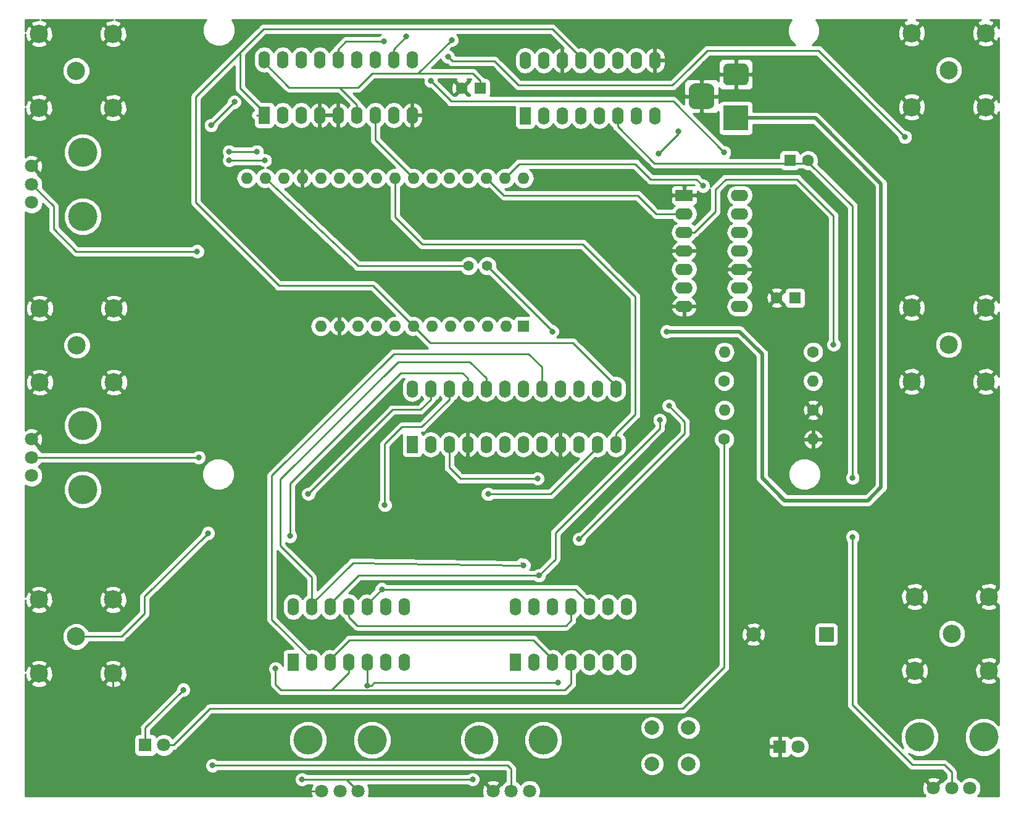
<source format=gbr>
G04 #@! TF.GenerationSoftware,KiCad,Pcbnew,(5.0.0)*
G04 #@! TF.CreationDate,2019-02-04T02:42:20+00:00*
G04 #@! TF.ProjectId,Maxime_Spikeling,4D6178696D655F5370696B656C696E67,rev?*
G04 #@! TF.SameCoordinates,Original*
G04 #@! TF.FileFunction,Copper,L2,Bot,Signal*
G04 #@! TF.FilePolarity,Positive*
%FSLAX46Y46*%
G04 Gerber Fmt 4.6, Leading zero omitted, Abs format (unit mm)*
G04 Created by KiCad (PCBNEW (5.0.0)) date 02/04/19 02:42:20*
%MOMM*%
%LPD*%
G01*
G04 APERTURE LIST*
G04 #@! TA.AperFunction,ComponentPad*
%ADD10C,1.400000*%
G04 #@! TD*
G04 #@! TA.AperFunction,ComponentPad*
%ADD11O,2.400000X1.600000*%
G04 #@! TD*
G04 #@! TA.AperFunction,ComponentPad*
%ADD12R,2.400000X1.600000*%
G04 #@! TD*
G04 #@! TA.AperFunction,ComponentPad*
%ADD13R,1.600000X1.600000*%
G04 #@! TD*
G04 #@! TA.AperFunction,ComponentPad*
%ADD14O,1.600000X1.600000*%
G04 #@! TD*
G04 #@! TA.AperFunction,ComponentPad*
%ADD15C,2.500000*%
G04 #@! TD*
G04 #@! TA.AperFunction,ComponentPad*
%ADD16O,1.600000X2.400000*%
G04 #@! TD*
G04 #@! TA.AperFunction,ComponentPad*
%ADD17R,1.600000X2.400000*%
G04 #@! TD*
G04 #@! TA.AperFunction,ComponentPad*
%ADD18R,2.000000X2.000000*%
G04 #@! TD*
G04 #@! TA.AperFunction,ComponentPad*
%ADD19C,2.000000*%
G04 #@! TD*
G04 #@! TA.AperFunction,ComponentPad*
%ADD20C,1.800000*%
G04 #@! TD*
G04 #@! TA.AperFunction,WasherPad*
%ADD21C,4.000000*%
G04 #@! TD*
G04 #@! TA.AperFunction,ComponentPad*
%ADD22R,1.800000X1.800000*%
G04 #@! TD*
G04 #@! TA.AperFunction,ComponentPad*
%ADD23C,1.600000*%
G04 #@! TD*
G04 #@! TA.AperFunction,Conductor*
%ADD24C,0.100000*%
G04 #@! TD*
G04 #@! TA.AperFunction,ComponentPad*
%ADD25C,3.500000*%
G04 #@! TD*
G04 #@! TA.AperFunction,ComponentPad*
%ADD26C,3.000000*%
G04 #@! TD*
G04 #@! TA.AperFunction,ComponentPad*
%ADD27R,3.500000X3.500000*%
G04 #@! TD*
G04 #@! TA.AperFunction,ViaPad*
%ADD28C,0.800000*%
G04 #@! TD*
G04 #@! TA.AperFunction,Conductor*
%ADD29C,0.250000*%
G04 #@! TD*
G04 #@! TA.AperFunction,Conductor*
%ADD30C,0.500000*%
G04 #@! TD*
G04 #@! TA.AperFunction,Conductor*
%ADD31C,0.254000*%
G04 #@! TD*
G04 APERTURE END LIST*
D10*
G04 #@! TO.P,,1*
G04 #@! TO.N,Net-(C1-Pad1)*
X86560000Y-59500000D03*
G04 #@! TD*
D11*
G04 #@! TO.P,,14*
G04 #@! TO.N,Net-(C1-Pad1)*
X123720000Y-49800000D03*
G04 #@! TO.P,,7*
G04 #@! TO.N,GNDREF*
X116100000Y-65040000D03*
G04 #@! TO.P,,13*
G04 #@! TO.N,Net-(C1-Pad2)*
X123720000Y-52340000D03*
G04 #@! TO.P,,6*
G04 #@! TO.N,Net-(R6-Pad2)*
X116100000Y-62500000D03*
G04 #@! TO.P,,12*
G04 #@! TO.N,Net-(U2-Pad12)*
X123720000Y-54880000D03*
G04 #@! TO.P,,5*
G04 #@! TO.N,Net-(U2-Pad5)*
X116100000Y-59960000D03*
G04 #@! TO.P,,11*
G04 #@! TO.N,Net-(U2-Pad11)*
X123720000Y-57420000D03*
G04 #@! TO.P,,4*
G04 #@! TO.N,GNDREF*
X116100000Y-57420000D03*
G04 #@! TO.P,,10*
X123720000Y-59960000D03*
G04 #@! TO.P,,3*
G04 #@! TO.N,Net-(BZ1-Pad1)*
X116100000Y-54880000D03*
G04 #@! TO.P,,9*
G04 #@! TO.N,Net-(U2-Pad9)*
X123720000Y-62500000D03*
G04 #@! TO.P,,2*
G04 #@! TO.N,Net-(U2-Pad2)*
X116100000Y-52340000D03*
G04 #@! TO.P,,8*
G04 #@! TO.N,Net-(U2-Pad8)*
X123720000Y-65040000D03*
D12*
G04 #@! TO.P,,1*
G04 #@! TO.N,GNDREF*
X116100000Y-49800000D03*
G04 #@! TD*
D13*
G04 #@! TO.P,,1*
G04 #@! TO.N,Net-(U1-Pad3)*
X94100000Y-67770000D03*
D14*
G04 #@! TO.P,,15*
G04 #@! TO.N,Net-(U2-Pad2)*
X89020000Y-47440000D03*
G04 #@! TO.P,,18*
G04 #@! TO.N,Net-(U3-Pad18)*
X81500000Y-47440000D03*
G04 #@! TO.P,,14*
G04 #@! TO.N,Net-(U2-Pad5)*
X91560000Y-47440000D03*
G04 #@! TO.P,,19*
G04 #@! TO.N,Net-(U1-Pad7)*
X78960000Y-47440000D03*
G04 #@! TO.P,,12*
G04 #@! TO.N,Net-(U3-Pad12)*
X66260000Y-67770000D03*
G04 #@! TO.P,,20*
G04 #@! TO.N,Net-(U3-Pad20)*
X76420000Y-47440000D03*
G04 #@! TO.P,,11*
G04 #@! TO.N,GNDREF*
X68800000Y-67770000D03*
G04 #@! TO.P,,21*
G04 #@! TO.N,Net-(U3-Pad21)*
X73880000Y-47440000D03*
G04 #@! TO.P,,10*
G04 #@! TO.N,Net-(U3-Pad10)*
X71340000Y-67770000D03*
G04 #@! TO.P,,22*
G04 #@! TO.N,Net-(U3-Pad22)*
X71340000Y-47440000D03*
G04 #@! TO.P,,9*
G04 #@! TO.N,Net-(U3-Pad9)*
X73880000Y-67770000D03*
G04 #@! TO.P,,23*
G04 #@! TO.N,Net-(U3-Pad23)*
X68800000Y-47440000D03*
G04 #@! TO.P,,8*
G04 #@! TO.N,Net-(U3-Pad8)*
X76420000Y-67770000D03*
G04 #@! TO.P,,24*
G04 #@! TO.N,Net-(U3-Pad24)*
X66260000Y-47440000D03*
G04 #@! TO.P,,7*
G04 #@! TO.N,Net-(U1-Pad1)*
X78960000Y-67770000D03*
G04 #@! TO.P,,25*
G04 #@! TO.N,GNDREF*
X63720000Y-47440000D03*
G04 #@! TO.P,,6*
G04 #@! TO.N,Net-(U3-Pad6)*
X81500000Y-67770000D03*
G04 #@! TO.P,,26*
G04 #@! TO.N,Net-(U3-Pad26)*
X61180000Y-47440000D03*
G04 #@! TO.P,,5*
G04 #@! TO.N,Net-(U3-Pad5)*
X84040000Y-67770000D03*
G04 #@! TO.P,,27*
G04 #@! TO.N,Net-(C1-Pad1)*
X58640000Y-47440000D03*
G04 #@! TO.P,,4*
G04 #@! TO.N,Net-(U3-Pad4)*
X86580000Y-67770000D03*
G04 #@! TO.P,,28*
G04 #@! TO.N,Net-(U3-Pad28)*
X56100000Y-47440000D03*
G04 #@! TO.P,,3*
G04 #@! TO.N,Net-(U3-Pad3)*
X89120000Y-67770000D03*
G04 #@! TO.P,,2*
G04 #@! TO.N,Net-(U1-Pad2)*
X91660000Y-67770000D03*
G04 #@! TO.P,,17*
G04 #@! TO.N,Net-(U3-Pad17)*
X83940000Y-47440000D03*
G04 #@! TO.P,,16*
G04 #@! TO.N,Net-(U3-Pad16)*
X86480000Y-47440000D03*
G04 #@! TO.P,,13*
G04 #@! TO.N,Net-(U3-Pad13)*
X94100000Y-47440000D03*
G04 #@! TD*
D15*
G04 #@! TO.P,Digital In 1,1*
G04 #@! TO.N,Net-(J1-Pad1)*
X32700000Y-32700000D03*
G04 #@! TO.P,Digital In 1,2*
G04 #@! TO.N,GNDREF*
X37780000Y-37780000D03*
X37780000Y-27620000D03*
X27620000Y-27620000D03*
X27620000Y-37780000D03*
G04 #@! TD*
G04 #@! TO.P,Digital In 2,1*
G04 #@! TO.N,Net-(J2-Pad1)*
X32800000Y-70400000D03*
G04 #@! TO.P,Digital In 2,2*
G04 #@! TO.N,GNDREF*
X37880000Y-75480000D03*
X37880000Y-65320000D03*
X27720000Y-65320000D03*
X27720000Y-75480000D03*
G04 #@! TD*
G04 #@! TO.P,Analog In,1*
G04 #@! TO.N,Net-(J4-Pad1)*
X32700000Y-110400000D03*
G04 #@! TO.P,Analog In,2*
G04 #@! TO.N,GNDREF*
X37780000Y-115480000D03*
X37780000Y-105320000D03*
X27620000Y-105320000D03*
X27620000Y-115480000D03*
G04 #@! TD*
G04 #@! TO.P,Stimulus,1*
G04 #@! TO.N,Net-(J3-Pad1)*
X152800000Y-110000000D03*
G04 #@! TO.P,Stimulus,2*
G04 #@! TO.N,GNDREF*
X157880000Y-115080000D03*
X157880000Y-104920000D03*
X147720000Y-104920000D03*
X147720000Y-115080000D03*
G04 #@! TD*
G04 #@! TO.P,Digital Out,1*
G04 #@! TO.N,Net-(BZ1-Pad1)*
X152400000Y-70300000D03*
G04 #@! TO.P,Digital Out,2*
G04 #@! TO.N,GNDREF*
X157480000Y-75380000D03*
X157480000Y-65220000D03*
X147320000Y-65220000D03*
X147320000Y-75380000D03*
G04 #@! TD*
G04 #@! TO.P,Analog Out,1*
G04 #@! TO.N,Net-(C3-Pad1)*
X152400000Y-32600000D03*
G04 #@! TO.P,Analog Out,2*
G04 #@! TO.N,GNDREF*
X157480000Y-37680000D03*
X157480000Y-27520000D03*
X147320000Y-27520000D03*
X147320000Y-37680000D03*
G04 #@! TD*
D16*
G04 #@! TO.P,,16*
G04 #@! TO.N,Net-(C1-Pad1)*
X94300000Y-31280000D03*
G04 #@! TO.P,,8*
G04 #@! TO.N,Net-(U4-Pad8)*
X112080000Y-38900000D03*
G04 #@! TO.P,,15*
G04 #@! TO.N,Net-(C1-Pad1)*
X96840000Y-31280000D03*
G04 #@! TO.P,,7*
G04 #@! TO.N,Net-(J4-Pad1)*
X109540000Y-38900000D03*
G04 #@! TO.P,,14*
G04 #@! TO.N,GNDREF*
X99380000Y-31280000D03*
G04 #@! TO.P,,6*
G04 #@! TO.N,Net-(StimPot1-Pad2)*
X107000000Y-38900000D03*
G04 #@! TO.P,,13*
G04 #@! TO.N,Net-(U1-Pad1)*
X101920000Y-31280000D03*
G04 #@! TO.P,,5*
G04 #@! TO.N,Net-(Syn2-Pad2)*
X104460000Y-38900000D03*
G04 #@! TO.P,,12*
G04 #@! TO.N,Net-(U1-Pad3)*
X104460000Y-31280000D03*
G04 #@! TO.P,,4*
G04 #@! TO.N,Net-(Syn1-Pad5)*
X101920000Y-38900000D03*
G04 #@! TO.P,,11*
G04 #@! TO.N,Net-(U1-Pad2)*
X107000000Y-31280000D03*
G04 #@! TO.P,,3*
G04 #@! TO.N,Net-(J8-Pad1)*
X99380000Y-38900000D03*
G04 #@! TO.P,,10*
G04 #@! TO.N,Net-(U3-Pad9)*
X109540000Y-31280000D03*
G04 #@! TO.P,,2*
G04 #@! TO.N,Net-(Noise1-Pad2)*
X96840000Y-38900000D03*
G04 #@! TO.P,,9*
G04 #@! TO.N,GNDREF*
X112080000Y-31280000D03*
D17*
G04 #@! TO.P,,1*
G04 #@! TO.N,Net-(U4-Pad1)*
X94300000Y-38900000D03*
G04 #@! TD*
D16*
G04 #@! TO.P,,14*
G04 #@! TO.N,Net-(U5-Pad2)*
X62480000Y-106290000D03*
G04 #@! TO.P,,7*
G04 #@! TO.N,Net-(U5-Pad6)*
X77720000Y-113910000D03*
G04 #@! TO.P,,13*
G04 #@! TO.N,Net-(U5-Pad20)*
X65020000Y-106290000D03*
G04 #@! TO.P,,6*
G04 #@! TO.N,Net-(U5-Pad11)*
X75180000Y-113910000D03*
G04 #@! TO.P,,12*
G04 #@! TO.N,Net-(U5-Pad16)*
X67560000Y-106290000D03*
G04 #@! TO.P,,5*
G04 #@! TO.N,Net-(U5-Pad23)*
X72640000Y-113910000D03*
G04 #@! TO.P,,11*
G04 #@! TO.N,Net-(U5-Pad14)*
X70100000Y-106290000D03*
G04 #@! TO.P,,4*
G04 #@! TO.N,Net-(U5-Pad21)*
X70100000Y-113910000D03*
G04 #@! TO.P,,10*
G04 #@! TO.N,Net-(U5-Pad22)*
X72640000Y-106290000D03*
G04 #@! TO.P,,3*
G04 #@! TO.N,Net-(U5-Pad15)*
X67560000Y-113910000D03*
G04 #@! TO.P,,9*
G04 #@! TO.N,Net-(U5-Pad11)*
X75180000Y-106290000D03*
G04 #@! TO.P,,2*
G04 #@! TO.N,Net-(U5-Pad17)*
X65020000Y-113910000D03*
G04 #@! TO.P,,8*
G04 #@! TO.N,Net-(U5-Pad6)*
X77720000Y-106290000D03*
D17*
G04 #@! TO.P,,1*
G04 #@! TO.N,Net-(U5-Pad2)*
X62480000Y-113910000D03*
G04 #@! TD*
D16*
G04 #@! TO.P,,14*
G04 #@! TO.N,Net-(U5-Pad7)*
X92980000Y-106290000D03*
G04 #@! TO.P,,7*
G04 #@! TO.N,Net-(U5-Pad10)*
X108220000Y-113910000D03*
G04 #@! TO.P,,13*
G04 #@! TO.N,Net-(U5-Pad20)*
X95520000Y-106290000D03*
G04 #@! TO.P,,6*
G04 #@! TO.N,Net-(U5-Pad3)*
X105680000Y-113910000D03*
G04 #@! TO.P,,12*
G04 #@! TO.N,Net-(U5-Pad16)*
X98060000Y-106290000D03*
G04 #@! TO.P,,5*
G04 #@! TO.N,Net-(U5-Pad23)*
X103140000Y-113910000D03*
G04 #@! TO.P,,11*
G04 #@! TO.N,Net-(U5-Pad14)*
X100600000Y-106290000D03*
G04 #@! TO.P,,4*
G04 #@! TO.N,Net-(U5-Pad21)*
X100600000Y-113910000D03*
G04 #@! TO.P,,10*
G04 #@! TO.N,Net-(U5-Pad22)*
X103140000Y-106290000D03*
G04 #@! TO.P,,3*
G04 #@! TO.N,Net-(U5-Pad15)*
X98060000Y-113910000D03*
G04 #@! TO.P,,9*
G04 #@! TO.N,Net-(U5-Pad3)*
X105680000Y-106290000D03*
G04 #@! TO.P,,2*
G04 #@! TO.N,Net-(U5-Pad17)*
X95520000Y-113910000D03*
G04 #@! TO.P,,8*
G04 #@! TO.N,Net-(U5-Pad10)*
X108220000Y-106290000D03*
D17*
G04 #@! TO.P,,1*
G04 #@! TO.N,Net-(U5-Pad7)*
X92980000Y-113910000D03*
G04 #@! TD*
D18*
G04 #@! TO.P,Speaker,1*
G04 #@! TO.N,Net-(BZ1-Pad1)*
X135600000Y-110100000D03*
D19*
G04 #@! TO.P,Speaker,2*
G04 #@! TO.N,GNDREF*
X125600000Y-110100000D03*
G04 #@! TD*
G04 #@! TO.P,Mode,1*
G04 #@! TO.N,Net-(C1-Pad1)*
X111700000Y-122900000D03*
G04 #@! TO.P,Mode,2*
G04 #@! TO.N,Net-(J7-Pad2)*
X116700000Y-122900000D03*
G04 #@! TO.P,Mode,4*
G04 #@! TO.N,N/C*
X116700000Y-127900000D03*
G04 #@! TO.P,Mode,3*
X111700000Y-127900000D03*
G04 #@! TD*
D20*
G04 #@! TO.P,Vm,3*
G04 #@! TO.N,GNDREF*
X89900000Y-131600000D03*
G04 #@! TO.P,Vm,2*
G04 #@! TO.N,Net-(U4-Pad1)*
X92400000Y-131600000D03*
G04 #@! TO.P,Vm,1*
G04 #@! TO.N,Net-(C1-Pad1)*
X94900000Y-131600000D03*
D21*
G04 #@! TO.P,Vm,*
G04 #@! TO.N,*
X88000000Y-124600000D03*
X96800000Y-124600000D03*
G04 #@! TD*
D20*
G04 #@! TO.P,,3*
G04 #@! TO.N,GNDREF*
X66400000Y-131600000D03*
G04 #@! TO.P,,2*
G04 #@! TO.N,Net-(Noise1-Pad2)*
X68900000Y-131600000D03*
G04 #@! TO.P,,1*
G04 #@! TO.N,Net-(C1-Pad1)*
X71400000Y-131600000D03*
D21*
G04 #@! TO.P,,*
G04 #@! TO.N,*
X64500000Y-124600000D03*
X73300000Y-124600000D03*
G04 #@! TD*
D16*
G04 #@! TO.P,,24*
G04 #@! TO.N,Net-(U1-Pad3)*
X78800000Y-76380000D03*
G04 #@! TO.P,,12*
G04 #@! TO.N,Net-(U3-Pad20)*
X106740000Y-84000000D03*
G04 #@! TO.P,,23*
G04 #@! TO.N,Net-(U5-Pad23)*
X81340000Y-76380000D03*
G04 #@! TO.P,,11*
G04 #@! TO.N,Net-(U5-Pad11)*
X104200000Y-84000000D03*
G04 #@! TO.P,,22*
G04 #@! TO.N,Net-(U5-Pad22)*
X83880000Y-76380000D03*
G04 #@! TO.P,,10*
G04 #@! TO.N,Net-(U5-Pad10)*
X101660000Y-84000000D03*
G04 #@! TO.P,,21*
G04 #@! TO.N,Net-(U5-Pad21)*
X86420000Y-76380000D03*
G04 #@! TO.P,,9*
G04 #@! TO.N,GNDREF*
X99120000Y-84000000D03*
G04 #@! TO.P,,20*
G04 #@! TO.N,Net-(U5-Pad20)*
X88960000Y-76380000D03*
G04 #@! TO.P,,8*
G04 #@! TO.N,Net-(U5-Pad8)*
X96580000Y-84000000D03*
G04 #@! TO.P,,19*
G04 #@! TO.N,N/C*
X91500000Y-76380000D03*
G04 #@! TO.P,,7*
G04 #@! TO.N,Net-(U5-Pad7)*
X94040000Y-84000000D03*
G04 #@! TO.P,,18*
G04 #@! TO.N,Net-(U5-Pad18)*
X94040000Y-76380000D03*
G04 #@! TO.P,,6*
G04 #@! TO.N,Net-(U5-Pad6)*
X91500000Y-84000000D03*
G04 #@! TO.P,,17*
G04 #@! TO.N,Net-(U5-Pad17)*
X96580000Y-76380000D03*
G04 #@! TO.P,,5*
G04 #@! TO.N,Net-(U5-Pad5)*
X88960000Y-84000000D03*
G04 #@! TO.P,,16*
G04 #@! TO.N,Net-(U5-Pad16)*
X99120000Y-76380000D03*
G04 #@! TO.P,,4*
G04 #@! TO.N,GNDREF*
X86420000Y-84000000D03*
G04 #@! TO.P,,15*
G04 #@! TO.N,Net-(U5-Pad15)*
X101660000Y-76380000D03*
G04 #@! TO.P,,3*
G04 #@! TO.N,Net-(U5-Pad3)*
X83880000Y-84000000D03*
G04 #@! TO.P,,14*
G04 #@! TO.N,Net-(U5-Pad14)*
X104200000Y-76380000D03*
G04 #@! TO.P,,2*
G04 #@! TO.N,Net-(U5-Pad2)*
X81340000Y-84000000D03*
G04 #@! TO.P,,13*
G04 #@! TO.N,Net-(U1-Pad1)*
X106740000Y-76380000D03*
D17*
G04 #@! TO.P,,1*
G04 #@! TO.N,Net-(U1-Pad2)*
X78800000Y-84000000D03*
G04 #@! TD*
D16*
G04 #@! TO.P,,18*
G04 #@! TO.N,Net-(C1-Pad1)*
X58500000Y-31180000D03*
G04 #@! TO.P,,9*
G04 #@! TO.N,GNDREF*
X78820000Y-38800000D03*
G04 #@! TO.P,,17*
G04 #@! TO.N,Net-(U1-Pad17)*
X61040000Y-31180000D03*
G04 #@! TO.P,,8*
G04 #@! TO.N,Net-(U1-Pad8)*
X76280000Y-38800000D03*
G04 #@! TO.P,,16*
G04 #@! TO.N,Net-(U1-Pad16)*
X63580000Y-31180000D03*
G04 #@! TO.P,,7*
G04 #@! TO.N,Net-(U1-Pad7)*
X73740000Y-38800000D03*
G04 #@! TO.P,,15*
G04 #@! TO.N,Net-(U1-Pad15)*
X66120000Y-31180000D03*
G04 #@! TO.P,,6*
G04 #@! TO.N,Net-(C1-Pad1)*
X71200000Y-38800000D03*
G04 #@! TO.P,,14*
G04 #@! TO.N,Net-(J3-Pad1)*
X68660000Y-31180000D03*
G04 #@! TO.P,,5*
G04 #@! TO.N,GNDREF*
X68660000Y-38800000D03*
G04 #@! TO.P,,13*
G04 #@! TO.N,Net-(J2-Pad1)*
X71200000Y-31180000D03*
G04 #@! TO.P,,4*
G04 #@! TO.N,GNDREF*
X66120000Y-38800000D03*
G04 #@! TO.P,,12*
G04 #@! TO.N,Net-(J1-Pad1)*
X73740000Y-31180000D03*
G04 #@! TO.P,,3*
G04 #@! TO.N,Net-(U1-Pad3)*
X63580000Y-38800000D03*
G04 #@! TO.P,,11*
G04 #@! TO.N,Net-(J7-Pad2)*
X76280000Y-31180000D03*
G04 #@! TO.P,,2*
G04 #@! TO.N,Net-(U1-Pad2)*
X61040000Y-38800000D03*
G04 #@! TO.P,,10*
G04 #@! TO.N,Net-(R3-Pad1)*
X78820000Y-31180000D03*
D17*
G04 #@! TO.P,,1*
G04 #@! TO.N,Net-(U1-Pad1)*
X58500000Y-38800000D03*
G04 #@! TD*
D22*
G04 #@! TO.P,J8,1*
G04 #@! TO.N,Net-(J8-Pad1)*
X42200000Y-125300000D03*
D20*
G04 #@! TO.P,J8,2*
G04 #@! TO.N,Net-(J8-Pad2)*
X44740000Y-125300000D03*
G04 #@! TD*
D23*
G04 #@! TO.P,10 k\03A9,1*
G04 #@! TO.N,GNDREF*
X133800000Y-79300000D03*
D14*
G04 #@! TO.P,10 k\03A9,2*
G04 #@! TO.N,Net-(J7-Pad2)*
X121620000Y-79300000D03*
G04 #@! TD*
G04 #@! TO.P,,2*
G04 #@! TO.N,GNDREF*
X133780000Y-83300000D03*
D23*
G04 #@! TO.P,,1*
G04 #@! TO.N,Net-(J8-Pad2)*
X121600000Y-83300000D03*
G04 #@! TD*
D20*
G04 #@! TO.P,,3*
G04 #@! TO.N,GNDREF*
X150300000Y-131200000D03*
G04 #@! TO.P,,2*
G04 #@! TO.N,Net-(StimPot1-Pad2)*
X152800000Y-131200000D03*
G04 #@! TO.P,,1*
G04 #@! TO.N,Net-(C1-Pad1)*
X155300000Y-131200000D03*
D21*
G04 #@! TO.P,,*
G04 #@! TO.N,*
X148400000Y-124200000D03*
X157200000Y-124200000D03*
G04 #@! TD*
G04 #@! TO.P,Synapse 1,*
G04 #@! TO.N,*
X33600000Y-52700000D03*
X33600000Y-43900000D03*
D20*
G04 #@! TO.P,Synapse 1,1*
G04 #@! TO.N,Net-(C1-Pad1)*
X26600000Y-50800000D03*
G04 #@! TO.P,Synapse 1,2*
G04 #@! TO.N,Net-(Syn1-Pad5)*
X26600000Y-48300000D03*
G04 #@! TO.P,Synapse 1,3*
G04 #@! TO.N,GNDREF*
X26600000Y-45800000D03*
G04 #@! TD*
D21*
G04 #@! TO.P,Synapse 2,*
G04 #@! TO.N,*
X33600000Y-90200000D03*
X33600000Y-81400000D03*
D20*
G04 #@! TO.P,Synapse 2,1*
G04 #@! TO.N,Net-(C1-Pad1)*
X26600000Y-88300000D03*
G04 #@! TO.P,Synapse 2,2*
G04 #@! TO.N,Net-(Syn2-Pad2)*
X26600000Y-85800000D03*
G04 #@! TO.P,Synapse 2,3*
G04 #@! TO.N,GNDREF*
X26600000Y-83300000D03*
G04 #@! TD*
D13*
G04 #@! TO.P,1 uF,1*
G04 #@! TO.N,Net-(C1-Pad1)*
X130600000Y-45000000D03*
D23*
G04 #@! TO.P,1 uF,2*
G04 #@! TO.N,Net-(C1-Pad2)*
X133100000Y-45000000D03*
G04 #@! TD*
G04 #@! TO.P,1 uF,2*
G04 #@! TO.N,GNDREF*
X85600000Y-35100000D03*
D13*
G04 #@! TO.P,1 uF,1*
G04 #@! TO.N,Net-(C1-Pad1)*
X88100000Y-35100000D03*
G04 #@! TD*
D22*
G04 #@! TO.P,LED,1*
G04 #@! TO.N,GNDREF*
X129200000Y-125500000D03*
D20*
G04 #@! TO.P,LED,2*
G04 #@! TO.N,Net-(D1-Pad2)*
X131740000Y-125500000D03*
G04 #@! TD*
D14*
G04 #@! TO.P,,2*
G04 #@! TO.N,Net-(D1-Pad2)*
X133780000Y-75300000D03*
D23*
G04 #@! TO.P,,1*
G04 #@! TO.N,Net-(R3-Pad1)*
X121600000Y-75300000D03*
G04 #@! TD*
D13*
G04 #@! TO.P,1 nF,1*
G04 #@! TO.N,Net-(C3-Pad1)*
X131300000Y-63900000D03*
D23*
G04 #@! TO.P,1 nF,2*
G04 #@! TO.N,GNDREF*
X128800000Y-63900000D03*
G04 #@! TD*
D14*
G04 #@! TO.P,10 \03A9,2*
G04 #@! TO.N,Net-(R6-Pad2)*
X121620000Y-71300000D03*
D23*
G04 #@! TO.P,10 \03A9,1*
G04 #@! TO.N,Net-(C3-Pad1)*
X133800000Y-71300000D03*
G04 #@! TD*
D24*
G04 #@! TO.N,GNDREF*
G04 #@! TO.C,5V*
G36*
X119460765Y-34454213D02*
X119545704Y-34466813D01*
X119628999Y-34487677D01*
X119709848Y-34516605D01*
X119787472Y-34553319D01*
X119861124Y-34597464D01*
X119930094Y-34648616D01*
X119993718Y-34706282D01*
X120051384Y-34769906D01*
X120102536Y-34838876D01*
X120146681Y-34912528D01*
X120183395Y-34990152D01*
X120212323Y-35071001D01*
X120233187Y-35154296D01*
X120245787Y-35239235D01*
X120250000Y-35325000D01*
X120250000Y-37075000D01*
X120245787Y-37160765D01*
X120233187Y-37245704D01*
X120212323Y-37328999D01*
X120183395Y-37409848D01*
X120146681Y-37487472D01*
X120102536Y-37561124D01*
X120051384Y-37630094D01*
X119993718Y-37693718D01*
X119930094Y-37751384D01*
X119861124Y-37802536D01*
X119787472Y-37846681D01*
X119709848Y-37883395D01*
X119628999Y-37912323D01*
X119545704Y-37933187D01*
X119460765Y-37945787D01*
X119375000Y-37950000D01*
X117625000Y-37950000D01*
X117539235Y-37945787D01*
X117454296Y-37933187D01*
X117371001Y-37912323D01*
X117290152Y-37883395D01*
X117212528Y-37846681D01*
X117138876Y-37802536D01*
X117069906Y-37751384D01*
X117006282Y-37693718D01*
X116948616Y-37630094D01*
X116897464Y-37561124D01*
X116853319Y-37487472D01*
X116816605Y-37409848D01*
X116787677Y-37328999D01*
X116766813Y-37245704D01*
X116754213Y-37160765D01*
X116750000Y-37075000D01*
X116750000Y-35325000D01*
X116754213Y-35239235D01*
X116766813Y-35154296D01*
X116787677Y-35071001D01*
X116816605Y-34990152D01*
X116853319Y-34912528D01*
X116897464Y-34838876D01*
X116948616Y-34769906D01*
X117006282Y-34706282D01*
X117069906Y-34648616D01*
X117138876Y-34597464D01*
X117212528Y-34553319D01*
X117290152Y-34516605D01*
X117371001Y-34487677D01*
X117454296Y-34466813D01*
X117539235Y-34454213D01*
X117625000Y-34450000D01*
X119375000Y-34450000D01*
X119460765Y-34454213D01*
X119460765Y-34454213D01*
G37*
D25*
G04 #@! TD*
G04 #@! TO.P,5V,3*
G04 #@! TO.N,GNDREF*
X118500000Y-36200000D03*
D24*
G04 #@! TO.N,GNDREF*
G04 #@! TO.C,5V*
G36*
X124273513Y-31703611D02*
X124346318Y-31714411D01*
X124417714Y-31732295D01*
X124487013Y-31757090D01*
X124553548Y-31788559D01*
X124616678Y-31826398D01*
X124675795Y-31870242D01*
X124730330Y-31919670D01*
X124779758Y-31974205D01*
X124823602Y-32033322D01*
X124861441Y-32096452D01*
X124892910Y-32162987D01*
X124917705Y-32232286D01*
X124935589Y-32303682D01*
X124946389Y-32376487D01*
X124950000Y-32450000D01*
X124950000Y-33950000D01*
X124946389Y-34023513D01*
X124935589Y-34096318D01*
X124917705Y-34167714D01*
X124892910Y-34237013D01*
X124861441Y-34303548D01*
X124823602Y-34366678D01*
X124779758Y-34425795D01*
X124730330Y-34480330D01*
X124675795Y-34529758D01*
X124616678Y-34573602D01*
X124553548Y-34611441D01*
X124487013Y-34642910D01*
X124417714Y-34667705D01*
X124346318Y-34685589D01*
X124273513Y-34696389D01*
X124200000Y-34700000D01*
X122200000Y-34700000D01*
X122126487Y-34696389D01*
X122053682Y-34685589D01*
X121982286Y-34667705D01*
X121912987Y-34642910D01*
X121846452Y-34611441D01*
X121783322Y-34573602D01*
X121724205Y-34529758D01*
X121669670Y-34480330D01*
X121620242Y-34425795D01*
X121576398Y-34366678D01*
X121538559Y-34303548D01*
X121507090Y-34237013D01*
X121482295Y-34167714D01*
X121464411Y-34096318D01*
X121453611Y-34023513D01*
X121450000Y-33950000D01*
X121450000Y-32450000D01*
X121453611Y-32376487D01*
X121464411Y-32303682D01*
X121482295Y-32232286D01*
X121507090Y-32162987D01*
X121538559Y-32096452D01*
X121576398Y-32033322D01*
X121620242Y-31974205D01*
X121669670Y-31919670D01*
X121724205Y-31870242D01*
X121783322Y-31826398D01*
X121846452Y-31788559D01*
X121912987Y-31757090D01*
X121982286Y-31732295D01*
X122053682Y-31714411D01*
X122126487Y-31703611D01*
X122200000Y-31700000D01*
X124200000Y-31700000D01*
X124273513Y-31703611D01*
X124273513Y-31703611D01*
G37*
D26*
G04 #@! TD*
G04 #@! TO.P,5V,2*
G04 #@! TO.N,GNDREF*
X123200000Y-33200000D03*
D27*
G04 #@! TO.P,5V,1*
G04 #@! TO.N,N/C*
X123200000Y-39200000D03*
G04 #@! TD*
D10*
G04 #@! TO.P,,1*
G04 #@! TO.N,N/C*
X89100000Y-59500000D03*
G04 #@! TD*
D28*
G04 #@! TO.N,Net-(J7-Pad2)*
X78000000Y-28010000D03*
G04 #@! TO.N,Net-(J2-Pad1)*
X54400000Y-37000000D03*
X51200000Y-40200000D03*
G04 #@! TO.N,Net-(J3-Pad1)*
X74900000Y-28700000D03*
X83700000Y-30800000D03*
G04 #@! TO.N,*
X113700000Y-68500000D03*
X98000000Y-68500000D03*
G04 #@! TO.N,Net-(J3-Pad1)*
X146400000Y-41800000D03*
G04 #@! TO.N,Net-(C1-Pad1)*
X84200000Y-28500000D03*
X63700000Y-130000000D03*
X87100000Y-130000000D03*
G04 #@! TO.N,Net-(U2-Pad5)*
X118700000Y-48500000D03*
G04 #@! TO.N,Net-(J8-Pad1)*
X47400000Y-117700000D03*
G04 #@! TO.N,Net-(J4-Pad1)*
X50800000Y-96200000D03*
G04 #@! TO.N,Net-(Noise1-Pad2)*
X58600000Y-45000000D03*
X53700000Y-45000000D03*
G04 #@! TO.N,Net-(Syn2-Pad2)*
X49500000Y-85800000D03*
G04 #@! TO.N,Net-(R3-Pad1)*
X81340000Y-34100000D03*
G04 #@! TO.N,Net-(U5-Pad14)*
X101700000Y-97000000D03*
X114000000Y-78700000D03*
G04 #@! TO.N,Net-(U3-Pad9)*
X112600000Y-44100000D03*
X115300000Y-41000000D03*
G04 #@! TO.N,Net-(U5-Pad3)*
X96000000Y-88700000D03*
G04 #@! TO.N,Net-(U5-Pad16)*
X96200000Y-102000000D03*
X112750000Y-80650000D03*
G04 #@! TO.N,Net-(U5-Pad20)*
X94100000Y-100600000D03*
G04 #@! TO.N,Net-(U5-Pad21)*
X62050000Y-96600000D03*
X60050000Y-114800000D03*
G04 #@! TO.N,Net-(U5-Pad22)*
X74630000Y-103900000D03*
X75050000Y-92350000D03*
G04 #@! TO.N,Net-(U5-Pad23)*
X64550000Y-90800000D03*
X72650000Y-117100000D03*
X98800000Y-116750000D03*
G04 #@! TO.N,Net-(StimPot1-Pad2)*
X139200000Y-88600000D03*
X139200000Y-96700000D03*
G04 #@! TO.N,Net-(R3-Pad1)*
X121600000Y-43900000D03*
G04 #@! TO.N,Net-(U4-Pad1)*
X57500000Y-43800000D03*
X53700000Y-43800000D03*
X51400000Y-128100000D03*
G04 #@! TO.N,Net-(Syn1-Pad5)*
X49300000Y-57500000D03*
G04 #@! TO.N,Net-(U5-Pad11)*
X89200000Y-90820000D03*
G04 #@! TO.N,Net-(BZ1-Pad1)*
X136600000Y-70300000D03*
G04 #@! TD*
D29*
G04 #@! TO.N,Net-(U1-Pad1)*
X78960000Y-67770000D02*
X81290000Y-70100000D01*
X106740000Y-75980000D02*
X106740000Y-76380000D01*
X100860000Y-70100000D02*
X106740000Y-75980000D01*
X81290000Y-70100000D02*
X100860000Y-70100000D01*
X58500000Y-38800000D02*
X58500000Y-38400000D01*
X101920000Y-30880000D02*
X101920000Y-31280000D01*
X58500000Y-38400000D02*
X55200000Y-35100000D01*
X55200000Y-30200000D02*
X58400000Y-27000000D01*
X58400000Y-27000000D02*
X98040000Y-27000000D01*
X55200000Y-35100000D02*
X55200000Y-30200000D01*
X98040000Y-27000000D02*
X101920000Y-30880000D01*
X58500000Y-38800000D02*
X57450000Y-38800000D01*
X49100000Y-36300000D02*
X55200000Y-30200000D01*
X49100000Y-50800000D02*
X49100000Y-36300000D01*
X60500000Y-62200000D02*
X49100000Y-50800000D01*
X78960000Y-67770000D02*
X73390000Y-62200000D01*
X73390000Y-62200000D02*
X60500000Y-62200000D01*
G04 #@! TO.N,Net-(J7-Pad2)*
X76280000Y-29730000D02*
X78000000Y-28010000D01*
X76280000Y-31180000D02*
X76280000Y-29730000D01*
X78000000Y-28010000D02*
X78000000Y-28010000D01*
G04 #@! TO.N,GNDREF*
X37780000Y-117247766D02*
X37800000Y-117267766D01*
X37780000Y-115480000D02*
X37780000Y-117247766D01*
X37800000Y-117267766D02*
X37800000Y-127500000D01*
X41900000Y-131600000D02*
X66400000Y-131600000D01*
X37800000Y-127500000D02*
X41900000Y-131600000D01*
G04 #@! TO.N,Net-(J2-Pad1)*
X54400000Y-37000000D02*
X54000001Y-37399999D01*
X54000001Y-37399999D02*
X51200000Y-40200000D01*
X51200000Y-40200000D02*
X51100000Y-40300000D01*
G04 #@! TO.N,Net-(J3-Pad1)*
X68660000Y-29730000D02*
X69690000Y-28700000D01*
X68660000Y-31180000D02*
X68660000Y-29730000D01*
X69690000Y-28700000D02*
X74900000Y-28700000D01*
X74900000Y-28700000D02*
X74900000Y-28700000D01*
X83700000Y-30800000D02*
X84300000Y-31400000D01*
X84300000Y-31400000D02*
X90100000Y-31400000D01*
X90100000Y-31400000D02*
X93400000Y-34700000D01*
X93400000Y-34700000D02*
X114500000Y-34700000D01*
G04 #@! TO.N,GNDREF*
X117700000Y-34700000D02*
X117700000Y-34700000D01*
G04 #@! TO.N,*
X122000000Y-39000000D02*
X122565685Y-39000000D01*
D30*
X123200000Y-39200000D02*
X128965002Y-39200000D01*
X128965002Y-39200000D02*
X134100000Y-39200000D01*
X134100000Y-39200000D02*
X143100000Y-48200000D01*
X143100000Y-48200000D02*
X143100000Y-89900000D01*
X143100000Y-89900000D02*
X141300000Y-91700000D01*
D29*
X141300000Y-91700000D02*
X141300000Y-91700000D01*
D30*
X141300000Y-91700000D02*
X129900000Y-91700000D01*
X129900000Y-91700000D02*
X126800000Y-88600000D01*
X126800000Y-88600000D02*
X126800000Y-71600000D01*
X126800000Y-71600000D02*
X123700000Y-68500000D01*
X123700000Y-68500000D02*
X113700000Y-68500000D01*
D29*
X113700000Y-68500000D02*
X113700000Y-68500000D01*
G04 #@! TO.N,Net-(J3-Pad1)*
X114500000Y-34700000D02*
X116900000Y-32300000D01*
X116900000Y-32300000D02*
X119300000Y-29900000D01*
X146400000Y-41800000D02*
X146400000Y-41800000D01*
G04 #@! TO.N,Net-(C1-Pad1)*
X71200000Y-37350000D02*
X68850000Y-35000000D01*
X71200000Y-38800000D02*
X71200000Y-37350000D01*
X58500000Y-31580000D02*
X58500000Y-31180000D01*
X61920000Y-35000000D02*
X58500000Y-31580000D01*
X68850000Y-35000000D02*
X61920000Y-35000000D01*
X69800000Y-130000000D02*
X71400000Y-131600000D01*
X63700000Y-130000000D02*
X69800000Y-130000000D01*
X69800000Y-130000000D02*
X87100000Y-130000000D01*
X87100000Y-130000000D02*
X87100000Y-130000000D01*
X68850000Y-35000000D02*
X71400000Y-35000000D01*
X71400000Y-35000000D02*
X73300000Y-33100000D01*
X79600000Y-33100000D02*
X84200000Y-28500000D01*
X73300000Y-33100000D02*
X79600000Y-33100000D01*
X88100000Y-34050000D02*
X88100000Y-35100000D01*
X87150000Y-33100000D02*
X88100000Y-34050000D01*
X79600000Y-33100000D02*
X87150000Y-33100000D01*
G04 #@! TO.N,Net-(U1-Pad7)*
X73740000Y-42220000D02*
X73740000Y-38800000D01*
X78960000Y-47440000D02*
X73740000Y-42220000D01*
G04 #@! TO.N,Net-(U1-Pad16)*
X62950000Y-31380000D02*
X62930000Y-31400000D01*
X64000000Y-31380000D02*
X62950000Y-31380000D01*
G04 #@! TO.N,Net-(U2-Pad2)*
X89020000Y-47440000D02*
X91380000Y-49800000D01*
X91380000Y-49800000D02*
X109700000Y-49800000D01*
X112240000Y-52340000D02*
X116100000Y-52340000D01*
X109700000Y-49800000D02*
X112240000Y-52340000D01*
G04 #@! TO.N,Net-(U2-Pad5)*
X91560000Y-47440000D02*
X92359999Y-46640001D01*
X92359999Y-46640001D02*
X93500000Y-45500000D01*
X93500000Y-45500000D02*
X109400000Y-45500000D01*
X109400000Y-45500000D02*
X111500000Y-47600000D01*
X111500000Y-47600000D02*
X117300000Y-47600000D01*
X117300000Y-47600000D02*
X117800000Y-47600000D01*
X117800000Y-47600000D02*
X118700000Y-48500000D01*
X118700000Y-48500000D02*
X118700000Y-48500000D01*
G04 #@! TO.N,Net-(U3-Pad9)*
X109540000Y-31680000D02*
X109540000Y-31280000D01*
G04 #@! TO.N,Net-(U3-Pad20)*
X76420000Y-47440000D02*
X76420000Y-50420000D01*
G04 #@! TO.N,Net-(J8-Pad1)*
X42200000Y-122900000D02*
X47400000Y-117700000D01*
X42200000Y-125300000D02*
X42200000Y-122900000D01*
G04 #@! TO.N,Net-(J4-Pad1)*
X38900000Y-110400000D02*
X32700000Y-110400000D01*
X42100000Y-107200000D02*
X38900000Y-110400000D01*
X50800000Y-96200000D02*
X42100000Y-104900000D01*
X42100000Y-104900000D02*
X42100000Y-107200000D01*
G04 #@! TO.N,Net-(J8-Pad2)*
X121600000Y-114600000D02*
X121600000Y-83300000D01*
X115900000Y-120300000D02*
X121600000Y-114600000D01*
X51012792Y-120300000D02*
X115900000Y-120300000D01*
X44740000Y-125300000D02*
X46012792Y-125300000D01*
X46012792Y-125300000D02*
X51012792Y-120300000D01*
G04 #@! TO.N,Net-(Noise1-Pad2)*
X58600000Y-45000000D02*
X56874998Y-45000000D01*
X56874998Y-45000000D02*
X53700000Y-45000000D01*
X53700000Y-45000000D02*
X53700000Y-45000000D01*
G04 #@! TO.N,Net-(StimPot1-Pad2)*
X112050000Y-45400000D02*
X107000000Y-40350000D01*
X133300000Y-45400000D02*
X112050000Y-45400000D01*
X152800000Y-129000000D02*
X151800000Y-128000000D01*
X152800000Y-131200000D02*
X152800000Y-129000000D01*
X151800000Y-128000000D02*
X147400000Y-128000000D01*
X107000000Y-40350000D02*
X107000000Y-38900000D01*
X139200000Y-119800000D02*
X139200000Y-96700000D01*
X147400000Y-128000000D02*
X139200000Y-119800000D01*
X139200000Y-51300000D02*
X133300000Y-45400000D01*
G04 #@! TO.N,Net-(Syn2-Pad2)*
X104460000Y-38900000D02*
X104460000Y-39300000D01*
X26600000Y-85800000D02*
X49500000Y-85800000D01*
G04 #@! TO.N,Net-(R3-Pad1)*
X81340000Y-34100000D02*
X84140000Y-36900000D01*
X84140000Y-36900000D02*
X96700000Y-36900000D01*
G04 #@! TO.N,GNDREF*
X118000000Y-36900000D02*
X118000000Y-36900000D01*
G04 #@! TO.N,Net-(J3-Pad1)*
X134500000Y-29900000D02*
X134000000Y-29900000D01*
X146400000Y-41800000D02*
X134500000Y-29900000D01*
X119300000Y-29900000D02*
X134000000Y-29900000D01*
G04 #@! TO.N,*
X89100000Y-59500000D02*
X98100000Y-68500000D01*
X89100000Y-59500000D02*
X89100000Y-59500000D01*
G04 #@! TO.N,Net-(U5-Pad14)*
X100600000Y-108200000D02*
X100600000Y-106290000D01*
X99900000Y-108900000D02*
X100600000Y-108200000D01*
X71260000Y-108900000D02*
X99900000Y-108900000D01*
X70100000Y-106290000D02*
X70100000Y-107740000D01*
X70100000Y-107740000D02*
X71260000Y-108900000D01*
X101700000Y-97000000D02*
X104000000Y-94700000D01*
X104000000Y-94700000D02*
X107200000Y-91500000D01*
X107200000Y-91500000D02*
X116200000Y-82500000D01*
X116200000Y-82500000D02*
X116200000Y-80900000D01*
X116200000Y-80900000D02*
X114000000Y-78700000D01*
X114000000Y-78700000D02*
X114000000Y-78700000D01*
G04 #@! TO.N,Net-(C1-Pad1)*
X86560000Y-59500000D02*
X71336410Y-59500000D01*
X58640000Y-47440000D02*
X71018205Y-59181795D01*
X71336410Y-59500000D02*
X71018205Y-59181795D01*
G04 #@! TO.N,Net-(U3-Pad9)*
X115300000Y-41400000D02*
X115300000Y-41000000D01*
X112600000Y-44100000D02*
X115300000Y-41400000D01*
G04 #@! TO.N,Net-(U3-Pad20)*
X76420000Y-52770000D02*
X76420000Y-47440000D01*
X102150000Y-56500000D02*
X80150000Y-56500000D01*
X80150000Y-56500000D02*
X76420000Y-52770000D01*
X106740000Y-82550000D02*
X109400000Y-79890000D01*
X106740000Y-84000000D02*
X106740000Y-82550000D01*
X109400000Y-63750000D02*
X109200000Y-63550000D01*
X109400000Y-79890000D02*
X109400000Y-63750000D01*
X109200000Y-63550000D02*
X102150000Y-56500000D01*
G04 #@! TO.N,Net-(U5-Pad3)*
X96000000Y-88700000D02*
X85400000Y-88700000D01*
X83880000Y-87180000D02*
X83880000Y-84000000D01*
X85400000Y-88700000D02*
X83880000Y-87180000D01*
G04 #@! TO.N,Net-(U5-Pad15)*
X67560000Y-113510000D02*
X70170000Y-110900000D01*
X67560000Y-113910000D02*
X67560000Y-113510000D01*
X98060000Y-113510000D02*
X98060000Y-113910000D01*
X95450000Y-110900000D02*
X98060000Y-113510000D01*
X70170000Y-110900000D02*
X95450000Y-110900000D01*
G04 #@! TO.N,Net-(U5-Pad16)*
X67560000Y-105890000D02*
X71450000Y-102000000D01*
X67560000Y-106290000D02*
X67560000Y-105890000D01*
X71450000Y-102000000D02*
X96200000Y-102000000D01*
X96200000Y-102000000D02*
X96200000Y-102000000D01*
X96200000Y-102000000D02*
X98450000Y-99750000D01*
X98450000Y-99750000D02*
X98450000Y-96150000D01*
X98450000Y-96150000D02*
X112750000Y-81850000D01*
X112750000Y-81850000D02*
X112750000Y-80650000D01*
X112750000Y-80650000D02*
X112750000Y-80650000D01*
G04 #@! TO.N,Net-(U5-Pad17)*
X96580000Y-74930000D02*
X96600000Y-74910000D01*
X96580000Y-76380000D02*
X96580000Y-74930000D01*
X96600000Y-74910000D02*
X96600000Y-73400000D01*
X96600000Y-73400000D02*
X94750000Y-71550000D01*
X94750000Y-71550000D02*
X76300000Y-71550000D01*
X76300000Y-71550000D02*
X59550000Y-88300000D01*
X65020000Y-113510000D02*
X65020000Y-113910000D01*
X59550000Y-108040000D02*
X65020000Y-113510000D01*
X59550000Y-88300000D02*
X59550000Y-108040000D01*
G04 #@! TO.N,Net-(U5-Pad20)*
X65020000Y-105890000D02*
X70660000Y-100250000D01*
X65020000Y-106290000D02*
X65020000Y-105890000D01*
X70660000Y-100250000D02*
X94100000Y-100600000D01*
X93750000Y-100250000D02*
X94100000Y-100600000D01*
X94100000Y-100600000D02*
X93750000Y-100250000D01*
X65020000Y-102270000D02*
X65020000Y-106290000D01*
X88960000Y-74930000D02*
X86680000Y-72650000D01*
X88960000Y-76380000D02*
X88960000Y-74930000D01*
X86680000Y-72650000D02*
X76850000Y-72650000D01*
X76850000Y-72650000D02*
X60700000Y-88800000D01*
X60700000Y-88800000D02*
X60700000Y-97950000D01*
X60700000Y-97950000D02*
X65020000Y-102270000D01*
G04 #@! TO.N,Net-(U5-Pad21)*
X86420000Y-74930000D02*
X85690000Y-74200000D01*
X86420000Y-76380000D02*
X86420000Y-74930000D01*
X85690000Y-74200000D02*
X77350000Y-74200000D01*
X77350000Y-74200000D02*
X77250000Y-74200000D01*
X77250000Y-74200000D02*
X62050000Y-89400000D01*
X62050000Y-89400000D02*
X62050000Y-96600000D01*
X62050000Y-96600000D02*
X62050000Y-96600000D01*
X70100000Y-115360000D02*
X70100000Y-113910000D01*
X67760000Y-117700000D02*
X70100000Y-115360000D01*
X60800000Y-117700000D02*
X67760000Y-117700000D01*
X60050000Y-114800000D02*
X60050000Y-116950000D01*
X60050000Y-116950000D02*
X60800000Y-117700000D01*
X67760000Y-117700000D02*
X99750000Y-117700000D01*
X100600000Y-116850000D02*
X100600000Y-113910000D01*
X99750000Y-117700000D02*
X100600000Y-116850000D01*
G04 #@! TO.N,Net-(U5-Pad22)*
X72640000Y-105890000D02*
X74630000Y-103900000D01*
X72640000Y-106290000D02*
X72640000Y-105890000D01*
X103140000Y-105890000D02*
X103140000Y-106290000D01*
X101150000Y-103900000D02*
X103140000Y-105890000D01*
X74630000Y-103900000D02*
X101150000Y-103900000D01*
X74630000Y-103900000D02*
X74630000Y-103900000D01*
X83880000Y-77830000D02*
X80110000Y-81600000D01*
X83880000Y-76380000D02*
X83880000Y-77830000D01*
X80110000Y-81600000D02*
X77400000Y-81600000D01*
X75050000Y-83950000D02*
X75050000Y-92350000D01*
X77400000Y-81600000D02*
X75050000Y-83950000D01*
G04 #@! TO.N,Net-(U5-Pad23)*
X81340000Y-77830000D02*
X79920000Y-79250000D01*
X81340000Y-76380000D02*
X81340000Y-77830000D01*
X79920000Y-79250000D02*
X76100000Y-79250000D01*
X76100000Y-79250000D02*
X64550000Y-90800000D01*
X64550000Y-90800000D02*
X64550000Y-90800000D01*
X72640000Y-117090000D02*
X72650000Y-117100000D01*
X72640000Y-113910000D02*
X72640000Y-117090000D01*
X73215685Y-117100000D02*
X73565685Y-116750000D01*
X72650000Y-117100000D02*
X73215685Y-117100000D01*
X73565685Y-116750000D02*
X98800000Y-116750000D01*
X98800000Y-116750000D02*
X98800000Y-116750000D01*
G04 #@! TO.N,Net-(StimPot1-Pad2)*
X139200000Y-88600000D02*
X139200000Y-51300000D01*
G04 #@! TO.N,Net-(R3-Pad1)*
X96700000Y-36900000D02*
X113900000Y-36900000D01*
X113900000Y-36900000D02*
X114100000Y-36900000D01*
X114100000Y-36900000D02*
X114600000Y-36900000D01*
X114600000Y-36900000D02*
X121600000Y-43900000D01*
X121600000Y-43900000D02*
X121600000Y-43900000D01*
G04 #@! TO.N,Net-(U4-Pad1)*
X57500000Y-43800000D02*
X56934315Y-43800000D01*
X56934315Y-43800000D02*
X53700000Y-43800000D01*
X53700000Y-43800000D02*
X53700000Y-43800000D01*
X91900000Y-128100000D02*
X88500000Y-128100000D01*
X92400000Y-128600000D02*
X91900000Y-128100000D01*
X92400000Y-131600000D02*
X92400000Y-128600000D01*
X51400000Y-128100000D02*
X88500000Y-128100000D01*
X88500000Y-128100000D02*
X88900000Y-128100000D01*
G04 #@! TO.N,Net-(Syn1-Pad5)*
X29600000Y-51300000D02*
X26600000Y-48300000D01*
X29600000Y-54400000D02*
X29600000Y-51300000D01*
X49300000Y-57500000D02*
X32700000Y-57500000D01*
X32700000Y-57500000D02*
X29600000Y-54400000D01*
G04 #@! TO.N,Net-(U5-Pad11)*
X104200000Y-84400000D02*
X104200000Y-84000000D01*
X97780000Y-90820000D02*
X104200000Y-84400000D01*
X89200000Y-90820000D02*
X97780000Y-90820000D01*
G04 #@! TO.N,Net-(BZ1-Pad1)*
X117550000Y-54880000D02*
X120400000Y-52030000D01*
X116100000Y-54880000D02*
X117550000Y-54880000D01*
X120400000Y-52030000D02*
X120400000Y-49000000D01*
X120400000Y-49000000D02*
X121800000Y-47600000D01*
X121800000Y-47600000D02*
X131600000Y-47600000D01*
X131600000Y-47600000D02*
X136600000Y-52600000D01*
X136600000Y-52600000D02*
X136600000Y-70300000D01*
X136600000Y-70200000D02*
X136600000Y-70300000D01*
X136600000Y-70300000D02*
X136600000Y-70200000D01*
G04 #@! TD*
D31*
G04 #@! TO.N,GNDREF*
G36*
X27194565Y-25745750D02*
X26595533Y-25993877D01*
X26466285Y-26286680D01*
X27620000Y-27440395D01*
X28773715Y-26286680D01*
X28644467Y-25993877D01*
X27968700Y-25735000D01*
X37754729Y-25735000D01*
X37354565Y-25745750D01*
X36755533Y-25993877D01*
X36626285Y-26286680D01*
X37780000Y-27440395D01*
X38933715Y-26286680D01*
X38804467Y-25993877D01*
X38128700Y-25735000D01*
X50504233Y-25735000D01*
X50405259Y-25833974D01*
X50065000Y-26655431D01*
X50065000Y-27544569D01*
X50405259Y-28366026D01*
X51033974Y-28994741D01*
X51855431Y-29335000D01*
X52744569Y-29335000D01*
X53566026Y-28994741D01*
X54194741Y-28366026D01*
X54535000Y-27544569D01*
X54535000Y-26655431D01*
X54194741Y-25833974D01*
X54095767Y-25735000D01*
X130804233Y-25735000D01*
X130605259Y-25933974D01*
X130265000Y-26755431D01*
X130265000Y-27644569D01*
X130605259Y-28466026D01*
X131233974Y-29094741D01*
X131343239Y-29140000D01*
X119374848Y-29140000D01*
X119300000Y-29125112D01*
X119225152Y-29140000D01*
X119225148Y-29140000D01*
X119003463Y-29184096D01*
X118752071Y-29352071D01*
X118709671Y-29415527D01*
X116415530Y-31709669D01*
X116415527Y-31709671D01*
X114185199Y-33940000D01*
X93714802Y-33940000D01*
X90690331Y-30915530D01*
X90647929Y-30852071D01*
X90478210Y-30738668D01*
X92865000Y-30738668D01*
X92865000Y-31821333D01*
X92948260Y-32239909D01*
X93265424Y-32714577D01*
X93740092Y-33031740D01*
X94300000Y-33143113D01*
X94859909Y-33031740D01*
X95334577Y-32714577D01*
X95570000Y-32362241D01*
X95805424Y-32714577D01*
X96280092Y-33031740D01*
X96840000Y-33143113D01*
X97399909Y-33031740D01*
X97874577Y-32714577D01*
X98112499Y-32358501D01*
X98455104Y-32784500D01*
X98948181Y-33054367D01*
X99030961Y-33071904D01*
X99253000Y-32949915D01*
X99253000Y-31407000D01*
X99233000Y-31407000D01*
X99233000Y-31153000D01*
X99253000Y-31153000D01*
X99253000Y-29610085D01*
X99030961Y-29488096D01*
X98948181Y-29505633D01*
X98455104Y-29775500D01*
X98112499Y-30201499D01*
X97874576Y-29845423D01*
X97399908Y-29528260D01*
X96840000Y-29416887D01*
X96280091Y-29528260D01*
X95805423Y-29845424D01*
X95570000Y-30197759D01*
X95334576Y-29845423D01*
X94859908Y-29528260D01*
X94300000Y-29416887D01*
X93740091Y-29528260D01*
X93265423Y-29845424D01*
X92948260Y-30320092D01*
X92865000Y-30738668D01*
X90478210Y-30738668D01*
X90396537Y-30684096D01*
X90174852Y-30640000D01*
X90174847Y-30640000D01*
X90100000Y-30625112D01*
X90025153Y-30640000D01*
X84735000Y-30640000D01*
X84735000Y-30594126D01*
X84577431Y-30213720D01*
X84286280Y-29922569D01*
X83979363Y-29795440D01*
X84239803Y-29535000D01*
X84405874Y-29535000D01*
X84786280Y-29377431D01*
X85077431Y-29086280D01*
X85235000Y-28705874D01*
X85235000Y-28294126D01*
X85077431Y-27913720D01*
X84923711Y-27760000D01*
X97725199Y-27760000D01*
X99551071Y-29585872D01*
X99507000Y-29610085D01*
X99507000Y-31153000D01*
X99527000Y-31153000D01*
X99527000Y-31407000D01*
X99507000Y-31407000D01*
X99507000Y-32949915D01*
X99729039Y-33071904D01*
X99811819Y-33054367D01*
X100304896Y-32784500D01*
X100647501Y-32358501D01*
X100885424Y-32714577D01*
X101360092Y-33031740D01*
X101920000Y-33143113D01*
X102479909Y-33031740D01*
X102954577Y-32714577D01*
X103190000Y-32362241D01*
X103425424Y-32714577D01*
X103900092Y-33031740D01*
X104460000Y-33143113D01*
X105019909Y-33031740D01*
X105494577Y-32714577D01*
X105730000Y-32362241D01*
X105965424Y-32714577D01*
X106440092Y-33031740D01*
X107000000Y-33143113D01*
X107559909Y-33031740D01*
X108034577Y-32714577D01*
X108270000Y-32362241D01*
X108505424Y-32714577D01*
X108980092Y-33031740D01*
X109540000Y-33143113D01*
X110099909Y-33031740D01*
X110574577Y-32714577D01*
X110812499Y-32358501D01*
X111155104Y-32784500D01*
X111648181Y-33054367D01*
X111730961Y-33071904D01*
X111953000Y-32949915D01*
X111953000Y-31407000D01*
X112207000Y-31407000D01*
X112207000Y-32949915D01*
X112429039Y-33071904D01*
X112511819Y-33054367D01*
X113004896Y-32784500D01*
X113357166Y-32346483D01*
X113515000Y-31807000D01*
X113515000Y-31407000D01*
X112207000Y-31407000D01*
X111953000Y-31407000D01*
X111933000Y-31407000D01*
X111933000Y-31153000D01*
X111953000Y-31153000D01*
X111953000Y-29610085D01*
X112207000Y-29610085D01*
X112207000Y-31153000D01*
X113515000Y-31153000D01*
X113515000Y-30753000D01*
X113357166Y-30213517D01*
X113004896Y-29775500D01*
X112511819Y-29505633D01*
X112429039Y-29488096D01*
X112207000Y-29610085D01*
X111953000Y-29610085D01*
X111730961Y-29488096D01*
X111648181Y-29505633D01*
X111155104Y-29775500D01*
X110812499Y-30201499D01*
X110574576Y-29845423D01*
X110099908Y-29528260D01*
X109540000Y-29416887D01*
X108980091Y-29528260D01*
X108505423Y-29845424D01*
X108270000Y-30197759D01*
X108034576Y-29845423D01*
X107559908Y-29528260D01*
X107000000Y-29416887D01*
X106440091Y-29528260D01*
X105965423Y-29845424D01*
X105730000Y-30197759D01*
X105494576Y-29845423D01*
X105019908Y-29528260D01*
X104460000Y-29416887D01*
X103900091Y-29528260D01*
X103425423Y-29845424D01*
X103190000Y-30197759D01*
X102954576Y-29845423D01*
X102479908Y-29528260D01*
X101920000Y-29416887D01*
X101596114Y-29481312D01*
X98630331Y-26515530D01*
X98587929Y-26452071D01*
X98336537Y-26284096D01*
X98114852Y-26240000D01*
X98114847Y-26240000D01*
X98040000Y-26225112D01*
X97965153Y-26240000D01*
X58474846Y-26240000D01*
X58399999Y-26225112D01*
X58325152Y-26240000D01*
X58325148Y-26240000D01*
X58103463Y-26284096D01*
X58103461Y-26284097D01*
X58103462Y-26284097D01*
X57915526Y-26409671D01*
X57915524Y-26409673D01*
X57852071Y-26452071D01*
X57809673Y-26515524D01*
X54715530Y-29609669D01*
X54715527Y-29609671D01*
X54715525Y-29609673D01*
X54652072Y-29652071D01*
X54609674Y-29715524D01*
X48615528Y-35709671D01*
X48552072Y-35752071D01*
X48509672Y-35815527D01*
X48509671Y-35815528D01*
X48384097Y-36003463D01*
X48325112Y-36300000D01*
X48340001Y-36374852D01*
X48340000Y-50725153D01*
X48325112Y-50800000D01*
X48340000Y-50874847D01*
X48340000Y-50874851D01*
X48384096Y-51096536D01*
X48552071Y-51347929D01*
X48615530Y-51390331D01*
X59909670Y-62684472D01*
X59952071Y-62747929D01*
X60203463Y-62915904D01*
X60425148Y-62960000D01*
X60425152Y-62960000D01*
X60500000Y-62974888D01*
X60574848Y-62960000D01*
X73075199Y-62960000D01*
X76450198Y-66335000D01*
X76278667Y-66335000D01*
X75860091Y-66418260D01*
X75385423Y-66735423D01*
X75150000Y-67087758D01*
X74914577Y-66735423D01*
X74439909Y-66418260D01*
X74021333Y-66335000D01*
X73738667Y-66335000D01*
X73320091Y-66418260D01*
X72845423Y-66735423D01*
X72610000Y-67087758D01*
X72374577Y-66735423D01*
X71899909Y-66418260D01*
X71481333Y-66335000D01*
X71198667Y-66335000D01*
X70780091Y-66418260D01*
X70305423Y-66735423D01*
X70049053Y-67119108D01*
X69952389Y-66914866D01*
X69537423Y-66538959D01*
X69149039Y-66378096D01*
X68927000Y-66500085D01*
X68927000Y-67643000D01*
X68947000Y-67643000D01*
X68947000Y-67897000D01*
X68927000Y-67897000D01*
X68927000Y-69039915D01*
X69149039Y-69161904D01*
X69537423Y-69001041D01*
X69952389Y-68625134D01*
X70049053Y-68420892D01*
X70305423Y-68804577D01*
X70780091Y-69121740D01*
X71198667Y-69205000D01*
X71481333Y-69205000D01*
X71899909Y-69121740D01*
X72374577Y-68804577D01*
X72610000Y-68452242D01*
X72845423Y-68804577D01*
X73320091Y-69121740D01*
X73738667Y-69205000D01*
X74021333Y-69205000D01*
X74439909Y-69121740D01*
X74914577Y-68804577D01*
X75150000Y-68452242D01*
X75385423Y-68804577D01*
X75860091Y-69121740D01*
X76278667Y-69205000D01*
X76561333Y-69205000D01*
X76979909Y-69121740D01*
X77454577Y-68804577D01*
X77690000Y-68452242D01*
X77925423Y-68804577D01*
X78400091Y-69121740D01*
X78818667Y-69205000D01*
X79101333Y-69205000D01*
X79283886Y-69168688D01*
X80699670Y-70584472D01*
X80742071Y-70647929D01*
X80954695Y-70790000D01*
X76374846Y-70790000D01*
X76299999Y-70775112D01*
X76225152Y-70790000D01*
X76225148Y-70790000D01*
X76003463Y-70834096D01*
X75752071Y-71002071D01*
X75709671Y-71065527D01*
X59065530Y-87709669D01*
X59002071Y-87752071D01*
X58834096Y-88003464D01*
X58790000Y-88225149D01*
X58790000Y-88225153D01*
X58775112Y-88300000D01*
X58790000Y-88374847D01*
X58790001Y-107965148D01*
X58775112Y-108040000D01*
X58834097Y-108336537D01*
X58941006Y-108496537D01*
X59002072Y-108587929D01*
X59065528Y-108630329D01*
X62497758Y-112062560D01*
X61680000Y-112062560D01*
X61432235Y-112111843D01*
X61222191Y-112252191D01*
X61081843Y-112462235D01*
X61032560Y-112710000D01*
X61032560Y-114467524D01*
X60927431Y-114213720D01*
X60636280Y-113922569D01*
X60255874Y-113765000D01*
X59844126Y-113765000D01*
X59463720Y-113922569D01*
X59172569Y-114213720D01*
X59015000Y-114594126D01*
X59015000Y-115005874D01*
X59172569Y-115386280D01*
X59290000Y-115503711D01*
X59290001Y-116875148D01*
X59275112Y-116950000D01*
X59290001Y-117024852D01*
X59317849Y-117164852D01*
X59334097Y-117246537D01*
X59438952Y-117403463D01*
X59502072Y-117497929D01*
X59565528Y-117540329D01*
X60209671Y-118184473D01*
X60252071Y-118247929D01*
X60503463Y-118415904D01*
X60725148Y-118460000D01*
X60725152Y-118460000D01*
X60799999Y-118474888D01*
X60874846Y-118460000D01*
X67685153Y-118460000D01*
X67760000Y-118474888D01*
X67834847Y-118460000D01*
X99675153Y-118460000D01*
X99750000Y-118474888D01*
X99824847Y-118460000D01*
X99824852Y-118460000D01*
X100046537Y-118415904D01*
X100297929Y-118247929D01*
X100340331Y-118184470D01*
X101084473Y-117440329D01*
X101147929Y-117397929D01*
X101315904Y-117146537D01*
X101360000Y-116924852D01*
X101360000Y-116924848D01*
X101374888Y-116850000D01*
X101360000Y-116775152D01*
X101360000Y-115528043D01*
X101634577Y-115344577D01*
X101870000Y-114992241D01*
X102105424Y-115344577D01*
X102580092Y-115661740D01*
X103140000Y-115773113D01*
X103699909Y-115661740D01*
X104174577Y-115344577D01*
X104410000Y-114992241D01*
X104645424Y-115344577D01*
X105120092Y-115661740D01*
X105680000Y-115773113D01*
X106239909Y-115661740D01*
X106714577Y-115344577D01*
X106950000Y-114992241D01*
X107185424Y-115344577D01*
X107660092Y-115661740D01*
X108220000Y-115773113D01*
X108779909Y-115661740D01*
X109254577Y-115344577D01*
X109571740Y-114869909D01*
X109655000Y-114451332D01*
X109655000Y-113368667D01*
X109571740Y-112950091D01*
X109254576Y-112475423D01*
X108779908Y-112158260D01*
X108220000Y-112046887D01*
X107660091Y-112158260D01*
X107185423Y-112475424D01*
X106950000Y-112827759D01*
X106714576Y-112475423D01*
X106239908Y-112158260D01*
X105680000Y-112046887D01*
X105120091Y-112158260D01*
X104645423Y-112475424D01*
X104410000Y-112827759D01*
X104174576Y-112475423D01*
X103699908Y-112158260D01*
X103140000Y-112046887D01*
X102580091Y-112158260D01*
X102105423Y-112475424D01*
X101870000Y-112827759D01*
X101634576Y-112475423D01*
X101159908Y-112158260D01*
X100600000Y-112046887D01*
X100040091Y-112158260D01*
X99565423Y-112475424D01*
X99330000Y-112827759D01*
X99094576Y-112475423D01*
X98619908Y-112158260D01*
X98060000Y-112046887D01*
X97736114Y-112111312D01*
X96040331Y-110415530D01*
X95997929Y-110352071D01*
X95746537Y-110184096D01*
X95524852Y-110140000D01*
X95524847Y-110140000D01*
X95450000Y-110125112D01*
X95375153Y-110140000D01*
X70244846Y-110140000D01*
X70169999Y-110125112D01*
X70095152Y-110140000D01*
X70095148Y-110140000D01*
X69873463Y-110184096D01*
X69873461Y-110184097D01*
X69873462Y-110184097D01*
X69685526Y-110309671D01*
X69685524Y-110309673D01*
X69622071Y-110352071D01*
X69579673Y-110415524D01*
X67883886Y-112111312D01*
X67560000Y-112046887D01*
X67000091Y-112158260D01*
X66525423Y-112475424D01*
X66290000Y-112827759D01*
X66054576Y-112475423D01*
X65579908Y-112158260D01*
X65020000Y-112046887D01*
X64696114Y-112111312D01*
X60310000Y-107725199D01*
X60310000Y-98634801D01*
X64260000Y-102584802D01*
X64260001Y-104671957D01*
X63985423Y-104855424D01*
X63750000Y-105207759D01*
X63514576Y-104855423D01*
X63039908Y-104538260D01*
X62480000Y-104426887D01*
X61920091Y-104538260D01*
X61445423Y-104855424D01*
X61128260Y-105330092D01*
X61045000Y-105748668D01*
X61045000Y-106831333D01*
X61128260Y-107249909D01*
X61445424Y-107724577D01*
X61920092Y-108041740D01*
X62480000Y-108153113D01*
X63039909Y-108041740D01*
X63514577Y-107724577D01*
X63750000Y-107372241D01*
X63985424Y-107724577D01*
X64460092Y-108041740D01*
X65020000Y-108153113D01*
X65579909Y-108041740D01*
X66054577Y-107724577D01*
X66290000Y-107372241D01*
X66525424Y-107724577D01*
X67000092Y-108041740D01*
X67560000Y-108153113D01*
X68119909Y-108041740D01*
X68594577Y-107724577D01*
X68830000Y-107372241D01*
X69065424Y-107724577D01*
X69361379Y-107922328D01*
X69384097Y-108036537D01*
X69461991Y-108153113D01*
X69552072Y-108287929D01*
X69615528Y-108330329D01*
X70669671Y-109384473D01*
X70712071Y-109447929D01*
X70775527Y-109490329D01*
X70963462Y-109615904D01*
X71009443Y-109625050D01*
X71185148Y-109660000D01*
X71185152Y-109660000D01*
X71260000Y-109674888D01*
X71334848Y-109660000D01*
X99825153Y-109660000D01*
X99900000Y-109674888D01*
X99974847Y-109660000D01*
X99974852Y-109660000D01*
X100196537Y-109615904D01*
X100447929Y-109447929D01*
X100490330Y-109384471D01*
X101084476Y-108790327D01*
X101147929Y-108747929D01*
X101190327Y-108684476D01*
X101190329Y-108684474D01*
X101303567Y-108515000D01*
X101315904Y-108496537D01*
X101360000Y-108274852D01*
X101360000Y-108274848D01*
X101374888Y-108200001D01*
X101360000Y-108125154D01*
X101360000Y-107908043D01*
X101634577Y-107724577D01*
X101870000Y-107372241D01*
X102105424Y-107724577D01*
X102580092Y-108041740D01*
X103140000Y-108153113D01*
X103699909Y-108041740D01*
X104174577Y-107724577D01*
X104410000Y-107372241D01*
X104645424Y-107724577D01*
X105120092Y-108041740D01*
X105680000Y-108153113D01*
X106239909Y-108041740D01*
X106714577Y-107724577D01*
X106950000Y-107372241D01*
X107185424Y-107724577D01*
X107660092Y-108041740D01*
X108220000Y-108153113D01*
X108779909Y-108041740D01*
X109254577Y-107724577D01*
X109571740Y-107249909D01*
X109655000Y-106831332D01*
X109655000Y-105748667D01*
X109571740Y-105330091D01*
X109254576Y-104855423D01*
X108779908Y-104538260D01*
X108220000Y-104426887D01*
X107660091Y-104538260D01*
X107185423Y-104855424D01*
X106950000Y-105207759D01*
X106714576Y-104855423D01*
X106239908Y-104538260D01*
X105680000Y-104426887D01*
X105120091Y-104538260D01*
X104645423Y-104855424D01*
X104410000Y-105207759D01*
X104174576Y-104855423D01*
X103699908Y-104538260D01*
X103140000Y-104426887D01*
X102816114Y-104491312D01*
X101740331Y-103415530D01*
X101697929Y-103352071D01*
X101446537Y-103184096D01*
X101224852Y-103140000D01*
X101224847Y-103140000D01*
X101150000Y-103125112D01*
X101075153Y-103140000D01*
X75333711Y-103140000D01*
X75216280Y-103022569D01*
X74835874Y-102865000D01*
X74424126Y-102865000D01*
X74043720Y-103022569D01*
X73752569Y-103313720D01*
X73595000Y-103694126D01*
X73595000Y-103860198D01*
X72963886Y-104491312D01*
X72640000Y-104426887D01*
X72080091Y-104538260D01*
X71605423Y-104855424D01*
X71370000Y-105207759D01*
X71134576Y-104855423D01*
X70659908Y-104538260D01*
X70100000Y-104426887D01*
X70097397Y-104427405D01*
X71764802Y-102760000D01*
X95496289Y-102760000D01*
X95613720Y-102877431D01*
X95994126Y-103035000D01*
X96405874Y-103035000D01*
X96786280Y-102877431D01*
X97077431Y-102586280D01*
X97235000Y-102205874D01*
X97235000Y-102039801D01*
X98934473Y-100340329D01*
X98997929Y-100297929D01*
X99165904Y-100046537D01*
X99210000Y-99824852D01*
X99210000Y-99824848D01*
X99224888Y-99750000D01*
X99210000Y-99675152D01*
X99210000Y-96794126D01*
X100665000Y-96794126D01*
X100665000Y-97205874D01*
X100822569Y-97586280D01*
X101113720Y-97877431D01*
X101494126Y-98035000D01*
X101905874Y-98035000D01*
X102286280Y-97877431D01*
X102577431Y-97586280D01*
X102735000Y-97205874D01*
X102735000Y-97039801D01*
X104590329Y-95184473D01*
X104590331Y-95184470D01*
X107790329Y-91984474D01*
X107790333Y-91984468D01*
X116684473Y-83090329D01*
X116747929Y-83047929D01*
X116915904Y-82796537D01*
X116960000Y-82574852D01*
X116960000Y-82574848D01*
X116974888Y-82500001D01*
X116960000Y-82425154D01*
X116960000Y-80974848D01*
X116974888Y-80900000D01*
X116960000Y-80825152D01*
X116960000Y-80825148D01*
X116915904Y-80603463D01*
X116915904Y-80603462D01*
X116790329Y-80415527D01*
X116747929Y-80352071D01*
X116684473Y-80309671D01*
X115674802Y-79300000D01*
X120156887Y-79300000D01*
X120268260Y-79859909D01*
X120585423Y-80334577D01*
X121060091Y-80651740D01*
X121478667Y-80735000D01*
X121761333Y-80735000D01*
X122179909Y-80651740D01*
X122654577Y-80334577D01*
X122971740Y-79859909D01*
X123083113Y-79300000D01*
X122971740Y-78740091D01*
X122654577Y-78265423D01*
X122179909Y-77948260D01*
X121761333Y-77865000D01*
X121478667Y-77865000D01*
X121060091Y-77948260D01*
X120585423Y-78265423D01*
X120268260Y-78740091D01*
X120156887Y-79300000D01*
X115674802Y-79300000D01*
X115035000Y-78660199D01*
X115035000Y-78494126D01*
X114877431Y-78113720D01*
X114586280Y-77822569D01*
X114205874Y-77665000D01*
X113794126Y-77665000D01*
X113413720Y-77822569D01*
X113122569Y-78113720D01*
X112965000Y-78494126D01*
X112965000Y-78905874D01*
X113122569Y-79286280D01*
X113413720Y-79577431D01*
X113794126Y-79735000D01*
X113960199Y-79735000D01*
X115440001Y-81214803D01*
X115440000Y-82185198D01*
X106715532Y-90909667D01*
X106715526Y-90909671D01*
X103515530Y-94109669D01*
X103515527Y-94109671D01*
X101660199Y-95965000D01*
X101494126Y-95965000D01*
X101113720Y-96122569D01*
X100822569Y-96413720D01*
X100665000Y-96794126D01*
X99210000Y-96794126D01*
X99210000Y-96464801D01*
X113234473Y-82440329D01*
X113297929Y-82397929D01*
X113465904Y-82146537D01*
X113510000Y-81924852D01*
X113510000Y-81924847D01*
X113524888Y-81850000D01*
X113510000Y-81775153D01*
X113510000Y-81353711D01*
X113627431Y-81236280D01*
X113785000Y-80855874D01*
X113785000Y-80444126D01*
X113627431Y-80063720D01*
X113336280Y-79772569D01*
X112955874Y-79615000D01*
X112544126Y-79615000D01*
X112163720Y-79772569D01*
X111872569Y-80063720D01*
X111715000Y-80444126D01*
X111715000Y-80855874D01*
X111872569Y-81236280D01*
X111990000Y-81353711D01*
X111990000Y-81535198D01*
X97965528Y-95559671D01*
X97902072Y-95602071D01*
X97859672Y-95665527D01*
X97859671Y-95665528D01*
X97734097Y-95853463D01*
X97675112Y-96150000D01*
X97690001Y-96224852D01*
X97690000Y-99435198D01*
X96160199Y-100965000D01*
X95994126Y-100965000D01*
X95613720Y-101122569D01*
X95496289Y-101240000D01*
X94923711Y-101240000D01*
X94977431Y-101186280D01*
X95135000Y-100805874D01*
X95135000Y-100394126D01*
X94977431Y-100013720D01*
X94686280Y-99722569D01*
X94305874Y-99565000D01*
X94092787Y-99565000D01*
X94046537Y-99534097D01*
X93750000Y-99475112D01*
X93453463Y-99534097D01*
X93202071Y-99702071D01*
X93119746Y-99825279D01*
X70740464Y-99491118D01*
X70659999Y-99475112D01*
X70517294Y-99503498D01*
X70374185Y-99529749D01*
X70369239Y-99532948D01*
X70363462Y-99534097D01*
X70242433Y-99614965D01*
X70120313Y-99693952D01*
X70073724Y-99761473D01*
X65780000Y-104055199D01*
X65780000Y-102344848D01*
X65794888Y-102270000D01*
X65780000Y-102195152D01*
X65780000Y-102195148D01*
X65735904Y-101973463D01*
X65567929Y-101722071D01*
X65504473Y-101679671D01*
X61460000Y-97635199D01*
X61460000Y-97473711D01*
X61463720Y-97477431D01*
X61844126Y-97635000D01*
X62255874Y-97635000D01*
X62636280Y-97477431D01*
X62927431Y-97186280D01*
X63085000Y-96805874D01*
X63085000Y-96394126D01*
X62927431Y-96013720D01*
X62810000Y-95896289D01*
X62810000Y-89714801D01*
X77564802Y-74960000D01*
X77755684Y-74960000D01*
X77448260Y-75420092D01*
X77365000Y-75838668D01*
X77365000Y-76921333D01*
X77448260Y-77339909D01*
X77765424Y-77814577D01*
X78240092Y-78131740D01*
X78800000Y-78243113D01*
X79359909Y-78131740D01*
X79834577Y-77814577D01*
X80070000Y-77462241D01*
X80295489Y-77799709D01*
X79605199Y-78490000D01*
X76174848Y-78490000D01*
X76100000Y-78475112D01*
X76025152Y-78490000D01*
X76025148Y-78490000D01*
X75803463Y-78534096D01*
X75552071Y-78702071D01*
X75509671Y-78765527D01*
X64510199Y-89765000D01*
X64344126Y-89765000D01*
X63963720Y-89922569D01*
X63672569Y-90213720D01*
X63515000Y-90594126D01*
X63515000Y-91005874D01*
X63672569Y-91386280D01*
X63963720Y-91677431D01*
X64344126Y-91835000D01*
X64755874Y-91835000D01*
X65136280Y-91677431D01*
X65427431Y-91386280D01*
X65585000Y-91005874D01*
X65585000Y-90839801D01*
X76414802Y-80010000D01*
X79845153Y-80010000D01*
X79920000Y-80024888D01*
X79994847Y-80010000D01*
X79994852Y-80010000D01*
X80216537Y-79965904D01*
X80467929Y-79797929D01*
X80510331Y-79734470D01*
X81824473Y-78420329D01*
X81887929Y-78377929D01*
X82055904Y-78126537D01*
X82078622Y-78012328D01*
X82374577Y-77814577D01*
X82610000Y-77462241D01*
X82835489Y-77799709D01*
X79795199Y-80840000D01*
X77474847Y-80840000D01*
X77400000Y-80825112D01*
X77325153Y-80840000D01*
X77325148Y-80840000D01*
X77103463Y-80884096D01*
X76852071Y-81052071D01*
X76809671Y-81115527D01*
X74565530Y-83359669D01*
X74502071Y-83402071D01*
X74334096Y-83653464D01*
X74290000Y-83875149D01*
X74290000Y-83875153D01*
X74275112Y-83950000D01*
X74290000Y-84024847D01*
X74290001Y-91646288D01*
X74172569Y-91763720D01*
X74015000Y-92144126D01*
X74015000Y-92555874D01*
X74172569Y-92936280D01*
X74463720Y-93227431D01*
X74844126Y-93385000D01*
X75255874Y-93385000D01*
X75636280Y-93227431D01*
X75927431Y-92936280D01*
X76085000Y-92555874D01*
X76085000Y-92144126D01*
X75927431Y-91763720D01*
X75810000Y-91646289D01*
X75810000Y-84264801D01*
X77371867Y-82702934D01*
X77352560Y-82800000D01*
X77352560Y-85200000D01*
X77401843Y-85447765D01*
X77542191Y-85657809D01*
X77752235Y-85798157D01*
X78000000Y-85847440D01*
X79600000Y-85847440D01*
X79847765Y-85798157D01*
X80057809Y-85657809D01*
X80198157Y-85447765D01*
X80224785Y-85313893D01*
X80305424Y-85434577D01*
X80780092Y-85751740D01*
X81340000Y-85863113D01*
X81899909Y-85751740D01*
X82374577Y-85434577D01*
X82610000Y-85082241D01*
X82845424Y-85434577D01*
X83120000Y-85618043D01*
X83120000Y-87105153D01*
X83105112Y-87180000D01*
X83120000Y-87254847D01*
X83120000Y-87254851D01*
X83164096Y-87476536D01*
X83332071Y-87727929D01*
X83395530Y-87770331D01*
X84809671Y-89184473D01*
X84852071Y-89247929D01*
X85103463Y-89415904D01*
X85325148Y-89460000D01*
X85325152Y-89460000D01*
X85400000Y-89474888D01*
X85474848Y-89460000D01*
X95296289Y-89460000D01*
X95413720Y-89577431D01*
X95794126Y-89735000D01*
X96205874Y-89735000D01*
X96586280Y-89577431D01*
X96877431Y-89286280D01*
X97035000Y-88905874D01*
X97035000Y-88494126D01*
X96877431Y-88113720D01*
X96586280Y-87822569D01*
X96205874Y-87665000D01*
X95794126Y-87665000D01*
X95413720Y-87822569D01*
X95296289Y-87940000D01*
X85714802Y-87940000D01*
X84640000Y-86865199D01*
X84640000Y-85618043D01*
X84914577Y-85434577D01*
X85152499Y-85078501D01*
X85495104Y-85504500D01*
X85988181Y-85774367D01*
X86070961Y-85791904D01*
X86293000Y-85669915D01*
X86293000Y-84127000D01*
X86273000Y-84127000D01*
X86273000Y-83873000D01*
X86293000Y-83873000D01*
X86293000Y-82330085D01*
X86547000Y-82330085D01*
X86547000Y-83873000D01*
X86567000Y-83873000D01*
X86567000Y-84127000D01*
X86547000Y-84127000D01*
X86547000Y-85669915D01*
X86769039Y-85791904D01*
X86851819Y-85774367D01*
X87344896Y-85504500D01*
X87687501Y-85078501D01*
X87925424Y-85434577D01*
X88400092Y-85751740D01*
X88960000Y-85863113D01*
X89519909Y-85751740D01*
X89994577Y-85434577D01*
X90230000Y-85082241D01*
X90465424Y-85434577D01*
X90940092Y-85751740D01*
X91500000Y-85863113D01*
X92059909Y-85751740D01*
X92534577Y-85434577D01*
X92770000Y-85082241D01*
X93005424Y-85434577D01*
X93480092Y-85751740D01*
X94040000Y-85863113D01*
X94599909Y-85751740D01*
X95074577Y-85434577D01*
X95310000Y-85082241D01*
X95545424Y-85434577D01*
X96020092Y-85751740D01*
X96580000Y-85863113D01*
X97139909Y-85751740D01*
X97614577Y-85434577D01*
X97852499Y-85078501D01*
X98195104Y-85504500D01*
X98688181Y-85774367D01*
X98770961Y-85791904D01*
X98993000Y-85669915D01*
X98993000Y-84127000D01*
X98973000Y-84127000D01*
X98973000Y-83873000D01*
X98993000Y-83873000D01*
X98993000Y-82330085D01*
X98770961Y-82208096D01*
X98688181Y-82225633D01*
X98195104Y-82495500D01*
X97852499Y-82921499D01*
X97614576Y-82565423D01*
X97139908Y-82248260D01*
X96580000Y-82136887D01*
X96020091Y-82248260D01*
X95545423Y-82565424D01*
X95310000Y-82917759D01*
X95074576Y-82565423D01*
X94599908Y-82248260D01*
X94040000Y-82136887D01*
X93480091Y-82248260D01*
X93005423Y-82565424D01*
X92770000Y-82917759D01*
X92534576Y-82565423D01*
X92059908Y-82248260D01*
X91500000Y-82136887D01*
X90940091Y-82248260D01*
X90465423Y-82565424D01*
X90230000Y-82917759D01*
X89994576Y-82565423D01*
X89519908Y-82248260D01*
X88960000Y-82136887D01*
X88400091Y-82248260D01*
X87925423Y-82565424D01*
X87687501Y-82921499D01*
X87344896Y-82495500D01*
X86851819Y-82225633D01*
X86769039Y-82208096D01*
X86547000Y-82330085D01*
X86293000Y-82330085D01*
X86070961Y-82208096D01*
X85988181Y-82225633D01*
X85495104Y-82495500D01*
X85152499Y-82921499D01*
X84914576Y-82565423D01*
X84439908Y-82248260D01*
X83880000Y-82136887D01*
X83320091Y-82248260D01*
X82845423Y-82565424D01*
X82610000Y-82917759D01*
X82374576Y-82565423D01*
X81899908Y-82248260D01*
X81340000Y-82136887D01*
X80780091Y-82248260D01*
X80305423Y-82565424D01*
X80224785Y-82686107D01*
X80198157Y-82552235D01*
X80075005Y-82367927D01*
X80110000Y-82374888D01*
X80184847Y-82360000D01*
X80184852Y-82360000D01*
X80406537Y-82315904D01*
X80657929Y-82147929D01*
X80700331Y-82084470D01*
X84364473Y-78420329D01*
X84427929Y-78377929D01*
X84595904Y-78126537D01*
X84618622Y-78012328D01*
X84914577Y-77814577D01*
X85150000Y-77462241D01*
X85385424Y-77814577D01*
X85860092Y-78131740D01*
X86420000Y-78243113D01*
X86979909Y-78131740D01*
X87454577Y-77814577D01*
X87690000Y-77462241D01*
X87925424Y-77814577D01*
X88400092Y-78131740D01*
X88960000Y-78243113D01*
X89519909Y-78131740D01*
X89994577Y-77814577D01*
X90230000Y-77462241D01*
X90465424Y-77814577D01*
X90940092Y-78131740D01*
X91500000Y-78243113D01*
X92059909Y-78131740D01*
X92534577Y-77814577D01*
X92770000Y-77462241D01*
X93005424Y-77814577D01*
X93480092Y-78131740D01*
X94040000Y-78243113D01*
X94599909Y-78131740D01*
X95074577Y-77814577D01*
X95310000Y-77462241D01*
X95545424Y-77814577D01*
X96020092Y-78131740D01*
X96580000Y-78243113D01*
X97139909Y-78131740D01*
X97614577Y-77814577D01*
X97850000Y-77462241D01*
X98085424Y-77814577D01*
X98560092Y-78131740D01*
X99120000Y-78243113D01*
X99679909Y-78131740D01*
X100154577Y-77814577D01*
X100390000Y-77462241D01*
X100625424Y-77814577D01*
X101100092Y-78131740D01*
X101660000Y-78243113D01*
X102219909Y-78131740D01*
X102694577Y-77814577D01*
X102930000Y-77462241D01*
X103165424Y-77814577D01*
X103640092Y-78131740D01*
X104200000Y-78243113D01*
X104759909Y-78131740D01*
X105234577Y-77814577D01*
X105470000Y-77462241D01*
X105705424Y-77814577D01*
X106180092Y-78131740D01*
X106740000Y-78243113D01*
X107299909Y-78131740D01*
X107774577Y-77814577D01*
X108091740Y-77339909D01*
X108175000Y-76921332D01*
X108175000Y-75838667D01*
X108091740Y-75420091D01*
X107774576Y-74945423D01*
X107299908Y-74628260D01*
X106740000Y-74516887D01*
X106416114Y-74581312D01*
X101450331Y-69615530D01*
X101407929Y-69552071D01*
X101156537Y-69384096D01*
X100934852Y-69340000D01*
X100934847Y-69340000D01*
X100860000Y-69325112D01*
X100785153Y-69340000D01*
X98623711Y-69340000D01*
X98877431Y-69086280D01*
X99035000Y-68705874D01*
X99035000Y-68294126D01*
X98877431Y-67913720D01*
X98586280Y-67622569D01*
X98205874Y-67465000D01*
X98139802Y-67465000D01*
X90435000Y-59760199D01*
X90435000Y-59234452D01*
X90231758Y-58743783D01*
X89856217Y-58368242D01*
X89365548Y-58165000D01*
X88834452Y-58165000D01*
X88343783Y-58368242D01*
X87968242Y-58743783D01*
X87830000Y-59077528D01*
X87691758Y-58743783D01*
X87316217Y-58368242D01*
X86825548Y-58165000D01*
X86294452Y-58165000D01*
X85803783Y-58368242D01*
X85432025Y-58740000D01*
X71651211Y-58740000D01*
X71601388Y-58690177D01*
X71595550Y-58681920D01*
X71548500Y-58637289D01*
X71502677Y-58591466D01*
X71494275Y-58585852D01*
X61257090Y-48875000D01*
X61321333Y-48875000D01*
X61739909Y-48791740D01*
X62214577Y-48474577D01*
X62470947Y-48090892D01*
X62567611Y-48295134D01*
X62982577Y-48671041D01*
X63370961Y-48831904D01*
X63593000Y-48709915D01*
X63593000Y-47567000D01*
X63573000Y-47567000D01*
X63573000Y-47313000D01*
X63593000Y-47313000D01*
X63593000Y-46170085D01*
X63370961Y-46048096D01*
X62982577Y-46208959D01*
X62567611Y-46584866D01*
X62470947Y-46789108D01*
X62214577Y-46405423D01*
X61739909Y-46088260D01*
X61321333Y-46005000D01*
X61038667Y-46005000D01*
X60620091Y-46088260D01*
X60145423Y-46405423D01*
X59910000Y-46757758D01*
X59674577Y-46405423D01*
X59199909Y-46088260D01*
X58846842Y-46018031D01*
X59186280Y-45877431D01*
X59477431Y-45586280D01*
X59635000Y-45205874D01*
X59635000Y-44794126D01*
X59477431Y-44413720D01*
X59186280Y-44122569D01*
X58805874Y-43965000D01*
X58535000Y-43965000D01*
X58535000Y-43594126D01*
X58377431Y-43213720D01*
X58086280Y-42922569D01*
X57705874Y-42765000D01*
X57294126Y-42765000D01*
X56913720Y-42922569D01*
X56796289Y-43040000D01*
X54403711Y-43040000D01*
X54286280Y-42922569D01*
X53905874Y-42765000D01*
X53494126Y-42765000D01*
X53113720Y-42922569D01*
X52822569Y-43213720D01*
X52665000Y-43594126D01*
X52665000Y-44005874D01*
X52822569Y-44386280D01*
X52836289Y-44400000D01*
X52822569Y-44413720D01*
X52665000Y-44794126D01*
X52665000Y-45205874D01*
X52822569Y-45586280D01*
X53113720Y-45877431D01*
X53494126Y-46035000D01*
X53905874Y-46035000D01*
X54286280Y-45877431D01*
X54403711Y-45760000D01*
X57896289Y-45760000D01*
X58013720Y-45877431D01*
X58379112Y-46028781D01*
X58080091Y-46088260D01*
X57605423Y-46405423D01*
X57370000Y-46757758D01*
X57134577Y-46405423D01*
X56659909Y-46088260D01*
X56241333Y-46005000D01*
X55958667Y-46005000D01*
X55540091Y-46088260D01*
X55065423Y-46405423D01*
X54748260Y-46880091D01*
X54636887Y-47440000D01*
X54748260Y-47999909D01*
X55065423Y-48474577D01*
X55540091Y-48791740D01*
X55958667Y-48875000D01*
X56241333Y-48875000D01*
X56659909Y-48791740D01*
X57134577Y-48474577D01*
X57370000Y-48122242D01*
X57605423Y-48474577D01*
X58080091Y-48791740D01*
X58498667Y-48875000D01*
X58781333Y-48875000D01*
X59002159Y-48831075D01*
X70487911Y-59726302D01*
X70746079Y-59984470D01*
X70788481Y-60047929D01*
X70946128Y-60153266D01*
X71039872Y-60215904D01*
X71088015Y-60225480D01*
X71261558Y-60260000D01*
X71261562Y-60260000D01*
X71336410Y-60274888D01*
X71411258Y-60260000D01*
X85432025Y-60260000D01*
X85803783Y-60631758D01*
X86294452Y-60835000D01*
X86825548Y-60835000D01*
X87316217Y-60631758D01*
X87691758Y-60256217D01*
X87830000Y-59922472D01*
X87968242Y-60256217D01*
X88343783Y-60631758D01*
X88834452Y-60835000D01*
X89360199Y-60835000D01*
X94847758Y-66322560D01*
X93300000Y-66322560D01*
X93052235Y-66371843D01*
X92842191Y-66512191D01*
X92701843Y-66722235D01*
X92698155Y-66740777D01*
X92694577Y-66735423D01*
X92219909Y-66418260D01*
X91801333Y-66335000D01*
X91518667Y-66335000D01*
X91100091Y-66418260D01*
X90625423Y-66735423D01*
X90390000Y-67087758D01*
X90154577Y-66735423D01*
X89679909Y-66418260D01*
X89261333Y-66335000D01*
X88978667Y-66335000D01*
X88560091Y-66418260D01*
X88085423Y-66735423D01*
X87850000Y-67087758D01*
X87614577Y-66735423D01*
X87139909Y-66418260D01*
X86721333Y-66335000D01*
X86438667Y-66335000D01*
X86020091Y-66418260D01*
X85545423Y-66735423D01*
X85310000Y-67087758D01*
X85074577Y-66735423D01*
X84599909Y-66418260D01*
X84181333Y-66335000D01*
X83898667Y-66335000D01*
X83480091Y-66418260D01*
X83005423Y-66735423D01*
X82770000Y-67087758D01*
X82534577Y-66735423D01*
X82059909Y-66418260D01*
X81641333Y-66335000D01*
X81358667Y-66335000D01*
X80940091Y-66418260D01*
X80465423Y-66735423D01*
X80230000Y-67087758D01*
X79994577Y-66735423D01*
X79519909Y-66418260D01*
X79101333Y-66335000D01*
X78818667Y-66335000D01*
X78636114Y-66371312D01*
X73980331Y-61715530D01*
X73937929Y-61652071D01*
X73686537Y-61484096D01*
X73464852Y-61440000D01*
X73464847Y-61440000D01*
X73390000Y-61425112D01*
X73315153Y-61440000D01*
X60814802Y-61440000D01*
X49860000Y-50485199D01*
X49860000Y-39994126D01*
X50165000Y-39994126D01*
X50165000Y-40405874D01*
X50322569Y-40786280D01*
X50613720Y-41077431D01*
X50994126Y-41235000D01*
X51405874Y-41235000D01*
X51786280Y-41077431D01*
X52077431Y-40786280D01*
X52235000Y-40405874D01*
X52235000Y-40239801D01*
X54439803Y-38035000D01*
X54605874Y-38035000D01*
X54986280Y-37877431D01*
X55277431Y-37586280D01*
X55435000Y-37205874D01*
X55435000Y-36794126D01*
X55277431Y-36413720D01*
X54986280Y-36122569D01*
X54605874Y-35965000D01*
X54194126Y-35965000D01*
X53813720Y-36122569D01*
X53522569Y-36413720D01*
X53365000Y-36794126D01*
X53365000Y-36960197D01*
X51160199Y-39165000D01*
X50994126Y-39165000D01*
X50613720Y-39322569D01*
X50322569Y-39613720D01*
X50165000Y-39994126D01*
X49860000Y-39994126D01*
X49860000Y-36614801D01*
X54440001Y-32034801D01*
X54440000Y-35025153D01*
X54425112Y-35100000D01*
X54440000Y-35174847D01*
X54440000Y-35174851D01*
X54484096Y-35396536D01*
X54652071Y-35647929D01*
X54715530Y-35690331D01*
X57052560Y-38027362D01*
X57052560Y-38151517D01*
X56902071Y-38252071D01*
X56734096Y-38503463D01*
X56675111Y-38800000D01*
X56734096Y-39096537D01*
X56902071Y-39347929D01*
X57052560Y-39448483D01*
X57052560Y-40000000D01*
X57101843Y-40247765D01*
X57242191Y-40457809D01*
X57452235Y-40598157D01*
X57700000Y-40647440D01*
X59300000Y-40647440D01*
X59547765Y-40598157D01*
X59757809Y-40457809D01*
X59898157Y-40247765D01*
X59924785Y-40113893D01*
X60005424Y-40234577D01*
X60480092Y-40551740D01*
X61040000Y-40663113D01*
X61599909Y-40551740D01*
X62074577Y-40234577D01*
X62310000Y-39882241D01*
X62545424Y-40234577D01*
X63020092Y-40551740D01*
X63580000Y-40663113D01*
X64139909Y-40551740D01*
X64614577Y-40234577D01*
X64852499Y-39878501D01*
X65195104Y-40304500D01*
X65688181Y-40574367D01*
X65770961Y-40591904D01*
X65993000Y-40469915D01*
X65993000Y-38927000D01*
X66247000Y-38927000D01*
X66247000Y-40469915D01*
X66469039Y-40591904D01*
X66551819Y-40574367D01*
X67044896Y-40304500D01*
X67390000Y-39875393D01*
X67735104Y-40304500D01*
X68228181Y-40574367D01*
X68310961Y-40591904D01*
X68533000Y-40469915D01*
X68533000Y-38927000D01*
X66247000Y-38927000D01*
X65993000Y-38927000D01*
X65973000Y-38927000D01*
X65973000Y-38673000D01*
X65993000Y-38673000D01*
X65993000Y-37130085D01*
X66247000Y-37130085D01*
X66247000Y-38673000D01*
X68533000Y-38673000D01*
X68533000Y-37130085D01*
X68310961Y-37008096D01*
X68228181Y-37025633D01*
X67735104Y-37295500D01*
X67390000Y-37724607D01*
X67044896Y-37295500D01*
X66551819Y-37025633D01*
X66469039Y-37008096D01*
X66247000Y-37130085D01*
X65993000Y-37130085D01*
X65770961Y-37008096D01*
X65688181Y-37025633D01*
X65195104Y-37295500D01*
X64852499Y-37721499D01*
X64614576Y-37365423D01*
X64139908Y-37048260D01*
X63580000Y-36936887D01*
X63020091Y-37048260D01*
X62545423Y-37365424D01*
X62310000Y-37717759D01*
X62074576Y-37365423D01*
X61599908Y-37048260D01*
X61040000Y-36936887D01*
X60480091Y-37048260D01*
X60005423Y-37365424D01*
X59924785Y-37486107D01*
X59898157Y-37352235D01*
X59757809Y-37142191D01*
X59547765Y-37001843D01*
X59300000Y-36952560D01*
X58127362Y-36952560D01*
X55960000Y-34785199D01*
X55960000Y-30514801D01*
X58714803Y-27760000D01*
X74464775Y-27760000D01*
X74313720Y-27822569D01*
X74196289Y-27940000D01*
X69764847Y-27940000D01*
X69690000Y-27925112D01*
X69615153Y-27940000D01*
X69615148Y-27940000D01*
X69393463Y-27984096D01*
X69142071Y-28152071D01*
X69099671Y-28215527D01*
X68175528Y-29139671D01*
X68112072Y-29182071D01*
X68069672Y-29245527D01*
X68069671Y-29245528D01*
X67944097Y-29433463D01*
X67921379Y-29547672D01*
X67625423Y-29745424D01*
X67390000Y-30097759D01*
X67154576Y-29745423D01*
X66679908Y-29428260D01*
X66120000Y-29316887D01*
X65560091Y-29428260D01*
X65085423Y-29745424D01*
X64850000Y-30097759D01*
X64614576Y-29745423D01*
X64139908Y-29428260D01*
X63580000Y-29316887D01*
X63020091Y-29428260D01*
X62545423Y-29745424D01*
X62310000Y-30097759D01*
X62074576Y-29745423D01*
X61599908Y-29428260D01*
X61040000Y-29316887D01*
X60480091Y-29428260D01*
X60005423Y-29745424D01*
X59770000Y-30097759D01*
X59534576Y-29745423D01*
X59059908Y-29428260D01*
X58500000Y-29316887D01*
X57940091Y-29428260D01*
X57465423Y-29745424D01*
X57148260Y-30220092D01*
X57065000Y-30638668D01*
X57065000Y-31721333D01*
X57148260Y-32139909D01*
X57465424Y-32614577D01*
X57940092Y-32931740D01*
X58500000Y-33043113D01*
X58823886Y-32978688D01*
X61329673Y-35484476D01*
X61372071Y-35547929D01*
X61435524Y-35590327D01*
X61435526Y-35590329D01*
X61521731Y-35647929D01*
X61623463Y-35715904D01*
X61845148Y-35760000D01*
X61845152Y-35760000D01*
X61919999Y-35774888D01*
X61994846Y-35760000D01*
X68535199Y-35760000D01*
X70155489Y-37380291D01*
X69927501Y-37721499D01*
X69584896Y-37295500D01*
X69091819Y-37025633D01*
X69009039Y-37008096D01*
X68787000Y-37130085D01*
X68787000Y-38673000D01*
X68807000Y-38673000D01*
X68807000Y-38927000D01*
X68787000Y-38927000D01*
X68787000Y-40469915D01*
X69009039Y-40591904D01*
X69091819Y-40574367D01*
X69584896Y-40304500D01*
X69927501Y-39878501D01*
X70165424Y-40234577D01*
X70640092Y-40551740D01*
X71200000Y-40663113D01*
X71759909Y-40551740D01*
X72234577Y-40234577D01*
X72470000Y-39882241D01*
X72705424Y-40234577D01*
X72980001Y-40418043D01*
X72980000Y-42145153D01*
X72965112Y-42220000D01*
X72980000Y-42294847D01*
X72980000Y-42294851D01*
X73024096Y-42516536D01*
X73192071Y-42767929D01*
X73255530Y-42810331D01*
X76450198Y-46005000D01*
X76278667Y-46005000D01*
X75860091Y-46088260D01*
X75385423Y-46405423D01*
X75150000Y-46757758D01*
X74914577Y-46405423D01*
X74439909Y-46088260D01*
X74021333Y-46005000D01*
X73738667Y-46005000D01*
X73320091Y-46088260D01*
X72845423Y-46405423D01*
X72610000Y-46757758D01*
X72374577Y-46405423D01*
X71899909Y-46088260D01*
X71481333Y-46005000D01*
X71198667Y-46005000D01*
X70780091Y-46088260D01*
X70305423Y-46405423D01*
X70070000Y-46757758D01*
X69834577Y-46405423D01*
X69359909Y-46088260D01*
X68941333Y-46005000D01*
X68658667Y-46005000D01*
X68240091Y-46088260D01*
X67765423Y-46405423D01*
X67530000Y-46757758D01*
X67294577Y-46405423D01*
X66819909Y-46088260D01*
X66401333Y-46005000D01*
X66118667Y-46005000D01*
X65700091Y-46088260D01*
X65225423Y-46405423D01*
X64969053Y-46789108D01*
X64872389Y-46584866D01*
X64457423Y-46208959D01*
X64069039Y-46048096D01*
X63847000Y-46170085D01*
X63847000Y-47313000D01*
X63867000Y-47313000D01*
X63867000Y-47567000D01*
X63847000Y-47567000D01*
X63847000Y-48709915D01*
X64069039Y-48831904D01*
X64457423Y-48671041D01*
X64872389Y-48295134D01*
X64969053Y-48090892D01*
X65225423Y-48474577D01*
X65700091Y-48791740D01*
X66118667Y-48875000D01*
X66401333Y-48875000D01*
X66819909Y-48791740D01*
X67294577Y-48474577D01*
X67530000Y-48122242D01*
X67765423Y-48474577D01*
X68240091Y-48791740D01*
X68658667Y-48875000D01*
X68941333Y-48875000D01*
X69359909Y-48791740D01*
X69834577Y-48474577D01*
X70070000Y-48122242D01*
X70305423Y-48474577D01*
X70780091Y-48791740D01*
X71198667Y-48875000D01*
X71481333Y-48875000D01*
X71899909Y-48791740D01*
X72374577Y-48474577D01*
X72610000Y-48122242D01*
X72845423Y-48474577D01*
X73320091Y-48791740D01*
X73738667Y-48875000D01*
X74021333Y-48875000D01*
X74439909Y-48791740D01*
X74914577Y-48474577D01*
X75150000Y-48122242D01*
X75385423Y-48474577D01*
X75660000Y-48658044D01*
X75660001Y-49000000D01*
X75660000Y-52695153D01*
X75645112Y-52770000D01*
X75660000Y-52844847D01*
X75660000Y-52844851D01*
X75704096Y-53066536D01*
X75872071Y-53317929D01*
X75935530Y-53360331D01*
X79559670Y-56984472D01*
X79602071Y-57047929D01*
X79853463Y-57215904D01*
X80075148Y-57260000D01*
X80075152Y-57260000D01*
X80150000Y-57274888D01*
X80224848Y-57260000D01*
X101835199Y-57260000D01*
X108640001Y-64064803D01*
X108640000Y-79575198D01*
X106255528Y-81959671D01*
X106192072Y-82002071D01*
X106149672Y-82065527D01*
X106149671Y-82065528D01*
X106024097Y-82253463D01*
X106001379Y-82367672D01*
X105705423Y-82565424D01*
X105470000Y-82917759D01*
X105234576Y-82565423D01*
X104759908Y-82248260D01*
X104200000Y-82136887D01*
X103640091Y-82248260D01*
X103165423Y-82565424D01*
X102930000Y-82917759D01*
X102694576Y-82565423D01*
X102219908Y-82248260D01*
X101660000Y-82136887D01*
X101100091Y-82248260D01*
X100625423Y-82565424D01*
X100387501Y-82921499D01*
X100044896Y-82495500D01*
X99551819Y-82225633D01*
X99469039Y-82208096D01*
X99247000Y-82330085D01*
X99247000Y-83873000D01*
X99267000Y-83873000D01*
X99267000Y-84127000D01*
X99247000Y-84127000D01*
X99247000Y-85669915D01*
X99469039Y-85791904D01*
X99551819Y-85774367D01*
X100044896Y-85504500D01*
X100387501Y-85078501D01*
X100625424Y-85434577D01*
X101100092Y-85751740D01*
X101660000Y-85863113D01*
X101662603Y-85862595D01*
X97465199Y-90060000D01*
X89903711Y-90060000D01*
X89786280Y-89942569D01*
X89405874Y-89785000D01*
X88994126Y-89785000D01*
X88613720Y-89942569D01*
X88322569Y-90233720D01*
X88165000Y-90614126D01*
X88165000Y-91025874D01*
X88322569Y-91406280D01*
X88613720Y-91697431D01*
X88994126Y-91855000D01*
X89405874Y-91855000D01*
X89786280Y-91697431D01*
X89903711Y-91580000D01*
X97705153Y-91580000D01*
X97780000Y-91594888D01*
X97854847Y-91580000D01*
X97854852Y-91580000D01*
X98076537Y-91535904D01*
X98327929Y-91367929D01*
X98370331Y-91304470D01*
X103876114Y-85798688D01*
X104200000Y-85863113D01*
X104759909Y-85751740D01*
X105234577Y-85434577D01*
X105470000Y-85082241D01*
X105705424Y-85434577D01*
X106180092Y-85751740D01*
X106740000Y-85863113D01*
X107299909Y-85751740D01*
X107774577Y-85434577D01*
X108091740Y-84959909D01*
X108175000Y-84541332D01*
X108175000Y-83458667D01*
X108091740Y-83040091D01*
X107784510Y-82580291D01*
X109884473Y-80480329D01*
X109947929Y-80437929D01*
X110115904Y-80186537D01*
X110160000Y-79964852D01*
X110160000Y-79964848D01*
X110174888Y-79890001D01*
X110160000Y-79815154D01*
X110160000Y-75014561D01*
X120165000Y-75014561D01*
X120165000Y-75585439D01*
X120383466Y-76112862D01*
X120787138Y-76516534D01*
X121314561Y-76735000D01*
X121885439Y-76735000D01*
X122412862Y-76516534D01*
X122816534Y-76112862D01*
X123035000Y-75585439D01*
X123035000Y-75014561D01*
X122816534Y-74487138D01*
X122412862Y-74083466D01*
X121885439Y-73865000D01*
X121314561Y-73865000D01*
X120787138Y-74083466D01*
X120383466Y-74487138D01*
X120165000Y-75014561D01*
X110160000Y-75014561D01*
X110160000Y-71300000D01*
X120156887Y-71300000D01*
X120268260Y-71859909D01*
X120585423Y-72334577D01*
X121060091Y-72651740D01*
X121478667Y-72735000D01*
X121761333Y-72735000D01*
X122179909Y-72651740D01*
X122654577Y-72334577D01*
X122971740Y-71859909D01*
X123083113Y-71300000D01*
X122971740Y-70740091D01*
X122654577Y-70265423D01*
X122179909Y-69948260D01*
X121761333Y-69865000D01*
X121478667Y-69865000D01*
X121060091Y-69948260D01*
X120585423Y-70265423D01*
X120268260Y-70740091D01*
X120156887Y-71300000D01*
X110160000Y-71300000D01*
X110160000Y-68294126D01*
X112665000Y-68294126D01*
X112665000Y-68705874D01*
X112822569Y-69086280D01*
X113113720Y-69377431D01*
X113494126Y-69535000D01*
X113905874Y-69535000D01*
X114268007Y-69385000D01*
X123333422Y-69385000D01*
X125915001Y-71966580D01*
X125915000Y-88512839D01*
X125897663Y-88600000D01*
X125915000Y-88687161D01*
X125915000Y-88687164D01*
X125966348Y-88945309D01*
X126161951Y-89238049D01*
X126235847Y-89287425D01*
X129212577Y-92264156D01*
X129261951Y-92338049D01*
X129335844Y-92387423D01*
X129335845Y-92387424D01*
X129391586Y-92424669D01*
X129554690Y-92533652D01*
X129812835Y-92585000D01*
X129812840Y-92585000D01*
X129899999Y-92602337D01*
X129987159Y-92585000D01*
X141212839Y-92585000D01*
X141300000Y-92602337D01*
X141387161Y-92585000D01*
X141387165Y-92585000D01*
X141645310Y-92533652D01*
X141938049Y-92338049D01*
X141987425Y-92264153D01*
X143664156Y-90587423D01*
X143738049Y-90538049D01*
X143933652Y-90245310D01*
X143985000Y-89987165D01*
X143985000Y-89987161D01*
X144002337Y-89900001D01*
X143985000Y-89812841D01*
X143985000Y-76713320D01*
X146166285Y-76713320D01*
X146295533Y-77006123D01*
X146995806Y-77274388D01*
X147745435Y-77254250D01*
X148344467Y-77006123D01*
X148473715Y-76713320D01*
X156326285Y-76713320D01*
X156455533Y-77006123D01*
X157155806Y-77274388D01*
X157905435Y-77254250D01*
X158504467Y-77006123D01*
X158633715Y-76713320D01*
X157480000Y-75559605D01*
X156326285Y-76713320D01*
X148473715Y-76713320D01*
X147320000Y-75559605D01*
X146166285Y-76713320D01*
X143985000Y-76713320D01*
X143985000Y-75055806D01*
X145425612Y-75055806D01*
X145445750Y-75805435D01*
X145693877Y-76404467D01*
X145986680Y-76533715D01*
X147140395Y-75380000D01*
X147499605Y-75380000D01*
X148653320Y-76533715D01*
X148946123Y-76404467D01*
X149214388Y-75704194D01*
X149196970Y-75055806D01*
X155585612Y-75055806D01*
X155605750Y-75805435D01*
X155853877Y-76404467D01*
X156146680Y-76533715D01*
X157300395Y-75380000D01*
X156146680Y-74226285D01*
X155853877Y-74355533D01*
X155585612Y-75055806D01*
X149196970Y-75055806D01*
X149194250Y-74954565D01*
X148946123Y-74355533D01*
X148653320Y-74226285D01*
X147499605Y-75380000D01*
X147140395Y-75380000D01*
X145986680Y-74226285D01*
X145693877Y-74355533D01*
X145425612Y-75055806D01*
X143985000Y-75055806D01*
X143985000Y-74046680D01*
X146166285Y-74046680D01*
X147320000Y-75200395D01*
X148473715Y-74046680D01*
X156326285Y-74046680D01*
X157480000Y-75200395D01*
X158633715Y-74046680D01*
X158504467Y-73753877D01*
X157804194Y-73485612D01*
X157054565Y-73505750D01*
X156455533Y-73753877D01*
X156326285Y-74046680D01*
X148473715Y-74046680D01*
X148344467Y-73753877D01*
X147644194Y-73485612D01*
X146894565Y-73505750D01*
X146295533Y-73753877D01*
X146166285Y-74046680D01*
X143985000Y-74046680D01*
X143985000Y-69925050D01*
X150515000Y-69925050D01*
X150515000Y-70674950D01*
X150801974Y-71367767D01*
X151332233Y-71898026D01*
X152025050Y-72185000D01*
X152774950Y-72185000D01*
X153467767Y-71898026D01*
X153998026Y-71367767D01*
X154285000Y-70674950D01*
X154285000Y-69925050D01*
X153998026Y-69232233D01*
X153467767Y-68701974D01*
X152774950Y-68415000D01*
X152025050Y-68415000D01*
X151332233Y-68701974D01*
X150801974Y-69232233D01*
X150515000Y-69925050D01*
X143985000Y-69925050D01*
X143985000Y-66553320D01*
X146166285Y-66553320D01*
X146295533Y-66846123D01*
X146995806Y-67114388D01*
X147745435Y-67094250D01*
X148344467Y-66846123D01*
X148473715Y-66553320D01*
X156326285Y-66553320D01*
X156455533Y-66846123D01*
X157155806Y-67114388D01*
X157905435Y-67094250D01*
X158504467Y-66846123D01*
X158633715Y-66553320D01*
X157480000Y-65399605D01*
X156326285Y-66553320D01*
X148473715Y-66553320D01*
X147320000Y-65399605D01*
X146166285Y-66553320D01*
X143985000Y-66553320D01*
X143985000Y-64895806D01*
X145425612Y-64895806D01*
X145445750Y-65645435D01*
X145693877Y-66244467D01*
X145986680Y-66373715D01*
X147140395Y-65220000D01*
X147499605Y-65220000D01*
X148653320Y-66373715D01*
X148946123Y-66244467D01*
X149214388Y-65544194D01*
X149196970Y-64895806D01*
X155585612Y-64895806D01*
X155605750Y-65645435D01*
X155853877Y-66244467D01*
X156146680Y-66373715D01*
X157300395Y-65220000D01*
X156146680Y-64066285D01*
X155853877Y-64195533D01*
X155585612Y-64895806D01*
X149196970Y-64895806D01*
X149194250Y-64794565D01*
X148946123Y-64195533D01*
X148653320Y-64066285D01*
X147499605Y-65220000D01*
X147140395Y-65220000D01*
X145986680Y-64066285D01*
X145693877Y-64195533D01*
X145425612Y-64895806D01*
X143985000Y-64895806D01*
X143985000Y-63886680D01*
X146166285Y-63886680D01*
X147320000Y-65040395D01*
X148473715Y-63886680D01*
X156326285Y-63886680D01*
X157480000Y-65040395D01*
X158633715Y-63886680D01*
X158504467Y-63593877D01*
X157804194Y-63325612D01*
X157054565Y-63345750D01*
X156455533Y-63593877D01*
X156326285Y-63886680D01*
X148473715Y-63886680D01*
X148344467Y-63593877D01*
X147644194Y-63325612D01*
X146894565Y-63345750D01*
X146295533Y-63593877D01*
X146166285Y-63886680D01*
X143985000Y-63886680D01*
X143985000Y-48287159D01*
X144002337Y-48199999D01*
X143985000Y-48112840D01*
X143985000Y-48112835D01*
X143933652Y-47854690D01*
X143738049Y-47561951D01*
X143664156Y-47512578D01*
X134787425Y-38635847D01*
X134738049Y-38561951D01*
X134445310Y-38366348D01*
X134187165Y-38315000D01*
X134187161Y-38315000D01*
X134100000Y-38297663D01*
X134012839Y-38315000D01*
X125597440Y-38315000D01*
X125597440Y-37450000D01*
X125548157Y-37202235D01*
X125407809Y-36992191D01*
X125197765Y-36851843D01*
X124950000Y-36802560D01*
X121450000Y-36802560D01*
X121202235Y-36851843D01*
X120992191Y-36992191D01*
X120885000Y-37152612D01*
X120885000Y-36485750D01*
X120726250Y-36327000D01*
X118627000Y-36327000D01*
X118627000Y-38426250D01*
X118785750Y-38585000D01*
X120376310Y-38585000D01*
X120609699Y-38488327D01*
X120788327Y-38309698D01*
X120802560Y-38275337D01*
X120802560Y-40950000D01*
X120851843Y-41197765D01*
X120992191Y-41407809D01*
X121202235Y-41548157D01*
X121450000Y-41597440D01*
X124950000Y-41597440D01*
X125197765Y-41548157D01*
X125407809Y-41407809D01*
X125548157Y-41197765D01*
X125597440Y-40950000D01*
X125597440Y-40085000D01*
X133733422Y-40085000D01*
X142215000Y-48566579D01*
X142215001Y-89533420D01*
X140933422Y-90815000D01*
X130266579Y-90815000D01*
X127685000Y-88233422D01*
X127685000Y-87655431D01*
X130365000Y-87655431D01*
X130365000Y-88544569D01*
X130705259Y-89366026D01*
X131333974Y-89994741D01*
X132155431Y-90335000D01*
X133044569Y-90335000D01*
X133866026Y-89994741D01*
X134494741Y-89366026D01*
X134835000Y-88544569D01*
X134835000Y-87655431D01*
X134494741Y-86833974D01*
X133866026Y-86205259D01*
X133044569Y-85865000D01*
X132155431Y-85865000D01*
X131333974Y-86205259D01*
X130705259Y-86833974D01*
X130365000Y-87655431D01*
X127685000Y-87655431D01*
X127685000Y-83649039D01*
X132388096Y-83649039D01*
X132548959Y-84037423D01*
X132924866Y-84452389D01*
X133430959Y-84691914D01*
X133653000Y-84570629D01*
X133653000Y-83427000D01*
X133907000Y-83427000D01*
X133907000Y-84570629D01*
X134129041Y-84691914D01*
X134635134Y-84452389D01*
X135011041Y-84037423D01*
X135171904Y-83649039D01*
X135049915Y-83427000D01*
X133907000Y-83427000D01*
X133653000Y-83427000D01*
X132510085Y-83427000D01*
X132388096Y-83649039D01*
X127685000Y-83649039D01*
X127685000Y-82950961D01*
X132388096Y-82950961D01*
X132510085Y-83173000D01*
X133653000Y-83173000D01*
X133653000Y-82029371D01*
X133907000Y-82029371D01*
X133907000Y-83173000D01*
X135049915Y-83173000D01*
X135171904Y-82950961D01*
X135011041Y-82562577D01*
X134635134Y-82147611D01*
X134129041Y-81908086D01*
X133907000Y-82029371D01*
X133653000Y-82029371D01*
X133430959Y-81908086D01*
X132924866Y-82147611D01*
X132548959Y-82562577D01*
X132388096Y-82950961D01*
X127685000Y-82950961D01*
X127685000Y-80307745D01*
X132971861Y-80307745D01*
X133045995Y-80553864D01*
X133583223Y-80746965D01*
X134153454Y-80719778D01*
X134554005Y-80553864D01*
X134628139Y-80307745D01*
X133800000Y-79479605D01*
X132971861Y-80307745D01*
X127685000Y-80307745D01*
X127685000Y-79083223D01*
X132353035Y-79083223D01*
X132380222Y-79653454D01*
X132546136Y-80054005D01*
X132792255Y-80128139D01*
X133620395Y-79300000D01*
X133979605Y-79300000D01*
X134807745Y-80128139D01*
X135053864Y-80054005D01*
X135246965Y-79516777D01*
X135219778Y-78946546D01*
X135053864Y-78545995D01*
X134807745Y-78471861D01*
X133979605Y-79300000D01*
X133620395Y-79300000D01*
X132792255Y-78471861D01*
X132546136Y-78545995D01*
X132353035Y-79083223D01*
X127685000Y-79083223D01*
X127685000Y-78292255D01*
X132971861Y-78292255D01*
X133800000Y-79120395D01*
X134628139Y-78292255D01*
X134554005Y-78046136D01*
X134016777Y-77853035D01*
X133446546Y-77880222D01*
X133045995Y-78046136D01*
X132971861Y-78292255D01*
X127685000Y-78292255D01*
X127685000Y-75300000D01*
X132316887Y-75300000D01*
X132428260Y-75859909D01*
X132745423Y-76334577D01*
X133220091Y-76651740D01*
X133638667Y-76735000D01*
X133921333Y-76735000D01*
X134339909Y-76651740D01*
X134814577Y-76334577D01*
X135131740Y-75859909D01*
X135243113Y-75300000D01*
X135131740Y-74740091D01*
X134814577Y-74265423D01*
X134339909Y-73948260D01*
X133921333Y-73865000D01*
X133638667Y-73865000D01*
X133220091Y-73948260D01*
X132745423Y-74265423D01*
X132428260Y-74740091D01*
X132316887Y-75300000D01*
X127685000Y-75300000D01*
X127685000Y-71687159D01*
X127702337Y-71599999D01*
X127685000Y-71512840D01*
X127685000Y-71512835D01*
X127633652Y-71254690D01*
X127473203Y-71014561D01*
X132365000Y-71014561D01*
X132365000Y-71585439D01*
X132583466Y-72112862D01*
X132987138Y-72516534D01*
X133514561Y-72735000D01*
X134085439Y-72735000D01*
X134612862Y-72516534D01*
X135016534Y-72112862D01*
X135235000Y-71585439D01*
X135235000Y-71014561D01*
X135016534Y-70487138D01*
X134612862Y-70083466D01*
X134085439Y-69865000D01*
X133514561Y-69865000D01*
X132987138Y-70083466D01*
X132583466Y-70487138D01*
X132365000Y-71014561D01*
X127473203Y-71014561D01*
X127438049Y-70961951D01*
X127364156Y-70912577D01*
X124387425Y-67935847D01*
X124338049Y-67861951D01*
X124045310Y-67666348D01*
X123787165Y-67615000D01*
X123787161Y-67615000D01*
X123700000Y-67597663D01*
X123612839Y-67615000D01*
X114268007Y-67615000D01*
X113905874Y-67465000D01*
X113494126Y-67465000D01*
X113113720Y-67622569D01*
X112822569Y-67913720D01*
X112665000Y-68294126D01*
X110160000Y-68294126D01*
X110160000Y-65389039D01*
X114308096Y-65389039D01*
X114325633Y-65471819D01*
X114595500Y-65964896D01*
X115033517Y-66317166D01*
X115573000Y-66475000D01*
X115973000Y-66475000D01*
X115973000Y-65167000D01*
X116227000Y-65167000D01*
X116227000Y-66475000D01*
X116627000Y-66475000D01*
X117166483Y-66317166D01*
X117604500Y-65964896D01*
X117874367Y-65471819D01*
X117891904Y-65389039D01*
X117769915Y-65167000D01*
X116227000Y-65167000D01*
X115973000Y-65167000D01*
X114430085Y-65167000D01*
X114308096Y-65389039D01*
X110160000Y-65389039D01*
X110160000Y-63824848D01*
X110174888Y-63750000D01*
X110160000Y-63675152D01*
X110160000Y-63675148D01*
X110115904Y-63453463D01*
X109947929Y-63202071D01*
X109884470Y-63159669D01*
X109790331Y-63065530D01*
X109790329Y-63065527D01*
X106684802Y-59960000D01*
X114236887Y-59960000D01*
X114348260Y-60519909D01*
X114665423Y-60994577D01*
X115017758Y-61230000D01*
X114665423Y-61465423D01*
X114348260Y-61940091D01*
X114236887Y-62500000D01*
X114348260Y-63059909D01*
X114665423Y-63534577D01*
X115021499Y-63772499D01*
X114595500Y-64115104D01*
X114325633Y-64608181D01*
X114308096Y-64690961D01*
X114430085Y-64913000D01*
X115973000Y-64913000D01*
X115973000Y-64893000D01*
X116227000Y-64893000D01*
X116227000Y-64913000D01*
X117769915Y-64913000D01*
X117891904Y-64690961D01*
X117874367Y-64608181D01*
X117604500Y-64115104D01*
X117178501Y-63772499D01*
X117534577Y-63534577D01*
X117851740Y-63059909D01*
X117963113Y-62500000D01*
X121856887Y-62500000D01*
X121968260Y-63059909D01*
X122285423Y-63534577D01*
X122637758Y-63770000D01*
X122285423Y-64005423D01*
X121968260Y-64480091D01*
X121856887Y-65040000D01*
X121968260Y-65599909D01*
X122285423Y-66074577D01*
X122760091Y-66391740D01*
X123178667Y-66475000D01*
X124261333Y-66475000D01*
X124679909Y-66391740D01*
X125154577Y-66074577D01*
X125471740Y-65599909D01*
X125583113Y-65040000D01*
X125556806Y-64907745D01*
X127971861Y-64907745D01*
X128045995Y-65153864D01*
X128583223Y-65346965D01*
X129153454Y-65319778D01*
X129554005Y-65153864D01*
X129628139Y-64907745D01*
X128800000Y-64079605D01*
X127971861Y-64907745D01*
X125556806Y-64907745D01*
X125471740Y-64480091D01*
X125154577Y-64005423D01*
X124802242Y-63770000D01*
X124932112Y-63683223D01*
X127353035Y-63683223D01*
X127380222Y-64253454D01*
X127546136Y-64654005D01*
X127792255Y-64728139D01*
X128620395Y-63900000D01*
X128979605Y-63900000D01*
X129807745Y-64728139D01*
X129855307Y-64713813D01*
X129901843Y-64947765D01*
X130042191Y-65157809D01*
X130252235Y-65298157D01*
X130500000Y-65347440D01*
X132100000Y-65347440D01*
X132347765Y-65298157D01*
X132557809Y-65157809D01*
X132698157Y-64947765D01*
X132747440Y-64700000D01*
X132747440Y-63100000D01*
X132698157Y-62852235D01*
X132557809Y-62642191D01*
X132347765Y-62501843D01*
X132100000Y-62452560D01*
X130500000Y-62452560D01*
X130252235Y-62501843D01*
X130042191Y-62642191D01*
X129901843Y-62852235D01*
X129855307Y-63086187D01*
X129807745Y-63071861D01*
X128979605Y-63900000D01*
X128620395Y-63900000D01*
X127792255Y-63071861D01*
X127546136Y-63145995D01*
X127353035Y-63683223D01*
X124932112Y-63683223D01*
X125154577Y-63534577D01*
X125471740Y-63059909D01*
X125505088Y-62892255D01*
X127971861Y-62892255D01*
X128800000Y-63720395D01*
X129628139Y-62892255D01*
X129554005Y-62646136D01*
X129016777Y-62453035D01*
X128446546Y-62480222D01*
X128045995Y-62646136D01*
X127971861Y-62892255D01*
X125505088Y-62892255D01*
X125583113Y-62500000D01*
X125471740Y-61940091D01*
X125154577Y-61465423D01*
X124798501Y-61227501D01*
X125224500Y-60884896D01*
X125494367Y-60391819D01*
X125511904Y-60309039D01*
X125389915Y-60087000D01*
X123847000Y-60087000D01*
X123847000Y-60107000D01*
X123593000Y-60107000D01*
X123593000Y-60087000D01*
X122050085Y-60087000D01*
X121928096Y-60309039D01*
X121945633Y-60391819D01*
X122215500Y-60884896D01*
X122641499Y-61227501D01*
X122285423Y-61465423D01*
X121968260Y-61940091D01*
X121856887Y-62500000D01*
X117963113Y-62500000D01*
X117851740Y-61940091D01*
X117534577Y-61465423D01*
X117182242Y-61230000D01*
X117534577Y-60994577D01*
X117851740Y-60519909D01*
X117963113Y-59960000D01*
X117851740Y-59400091D01*
X117534577Y-58925423D01*
X117178501Y-58687501D01*
X117604500Y-58344896D01*
X117874367Y-57851819D01*
X117891904Y-57769039D01*
X117769915Y-57547000D01*
X116227000Y-57547000D01*
X116227000Y-57567000D01*
X115973000Y-57567000D01*
X115973000Y-57547000D01*
X114430085Y-57547000D01*
X114308096Y-57769039D01*
X114325633Y-57851819D01*
X114595500Y-58344896D01*
X115021499Y-58687501D01*
X114665423Y-58925423D01*
X114348260Y-59400091D01*
X114236887Y-59960000D01*
X106684802Y-59960000D01*
X102740331Y-56015530D01*
X102697929Y-55952071D01*
X102446537Y-55784096D01*
X102224852Y-55740000D01*
X102224847Y-55740000D01*
X102150000Y-55725112D01*
X102075153Y-55740000D01*
X80464802Y-55740000D01*
X77180000Y-52455199D01*
X77180000Y-48658043D01*
X77454577Y-48474577D01*
X77690000Y-48122242D01*
X77925423Y-48474577D01*
X78400091Y-48791740D01*
X78818667Y-48875000D01*
X79101333Y-48875000D01*
X79519909Y-48791740D01*
X79994577Y-48474577D01*
X80230000Y-48122242D01*
X80465423Y-48474577D01*
X80940091Y-48791740D01*
X81358667Y-48875000D01*
X81641333Y-48875000D01*
X82059909Y-48791740D01*
X82534577Y-48474577D01*
X82720000Y-48197072D01*
X82905423Y-48474577D01*
X83380091Y-48791740D01*
X83798667Y-48875000D01*
X84081333Y-48875000D01*
X84499909Y-48791740D01*
X84974577Y-48474577D01*
X85210000Y-48122242D01*
X85445423Y-48474577D01*
X85920091Y-48791740D01*
X86338667Y-48875000D01*
X86621333Y-48875000D01*
X87039909Y-48791740D01*
X87514577Y-48474577D01*
X87750000Y-48122242D01*
X87985423Y-48474577D01*
X88460091Y-48791740D01*
X88878667Y-48875000D01*
X89161333Y-48875000D01*
X89343886Y-48838688D01*
X90789670Y-50284472D01*
X90832071Y-50347929D01*
X91083463Y-50515904D01*
X91305148Y-50560000D01*
X91305152Y-50560000D01*
X91379999Y-50574888D01*
X91454846Y-50560000D01*
X109385199Y-50560000D01*
X111649673Y-52824476D01*
X111692071Y-52887929D01*
X111755524Y-52930327D01*
X111755526Y-52930329D01*
X111880902Y-53014102D01*
X111943463Y-53055904D01*
X112165148Y-53100000D01*
X112165152Y-53100000D01*
X112239999Y-53114888D01*
X112314846Y-53100000D01*
X114481957Y-53100000D01*
X114665423Y-53374577D01*
X115017758Y-53610000D01*
X114665423Y-53845423D01*
X114348260Y-54320091D01*
X114236887Y-54880000D01*
X114348260Y-55439909D01*
X114665423Y-55914577D01*
X115021499Y-56152499D01*
X114595500Y-56495104D01*
X114325633Y-56988181D01*
X114308096Y-57070961D01*
X114430085Y-57293000D01*
X115973000Y-57293000D01*
X115973000Y-57273000D01*
X116227000Y-57273000D01*
X116227000Y-57293000D01*
X117769915Y-57293000D01*
X117891904Y-57070961D01*
X117874367Y-56988181D01*
X117604500Y-56495104D01*
X117178501Y-56152499D01*
X117534577Y-55914577D01*
X117732328Y-55618622D01*
X117846537Y-55595904D01*
X118097929Y-55427929D01*
X118140331Y-55364470D01*
X120884473Y-52620329D01*
X120947929Y-52577929D01*
X121017731Y-52473463D01*
X121115904Y-52326538D01*
X121125480Y-52278395D01*
X121160000Y-52104852D01*
X121160000Y-52104848D01*
X121174888Y-52030000D01*
X121160000Y-51955152D01*
X121160000Y-49800000D01*
X121856887Y-49800000D01*
X121968260Y-50359909D01*
X122285423Y-50834577D01*
X122637758Y-51070000D01*
X122285423Y-51305423D01*
X121968260Y-51780091D01*
X121856887Y-52340000D01*
X121968260Y-52899909D01*
X122285423Y-53374577D01*
X122637758Y-53610000D01*
X122285423Y-53845423D01*
X121968260Y-54320091D01*
X121856887Y-54880000D01*
X121968260Y-55439909D01*
X122285423Y-55914577D01*
X122637758Y-56150000D01*
X122285423Y-56385423D01*
X121968260Y-56860091D01*
X121856887Y-57420000D01*
X121968260Y-57979909D01*
X122285423Y-58454577D01*
X122641499Y-58692499D01*
X122215500Y-59035104D01*
X121945633Y-59528181D01*
X121928096Y-59610961D01*
X122050085Y-59833000D01*
X123593000Y-59833000D01*
X123593000Y-59813000D01*
X123847000Y-59813000D01*
X123847000Y-59833000D01*
X125389915Y-59833000D01*
X125511904Y-59610961D01*
X125494367Y-59528181D01*
X125224500Y-59035104D01*
X124798501Y-58692499D01*
X125154577Y-58454577D01*
X125471740Y-57979909D01*
X125583113Y-57420000D01*
X125471740Y-56860091D01*
X125154577Y-56385423D01*
X124802242Y-56150000D01*
X125154577Y-55914577D01*
X125471740Y-55439909D01*
X125583113Y-54880000D01*
X125471740Y-54320091D01*
X125154577Y-53845423D01*
X124802242Y-53610000D01*
X125154577Y-53374577D01*
X125471740Y-52899909D01*
X125583113Y-52340000D01*
X125471740Y-51780091D01*
X125154577Y-51305423D01*
X124802242Y-51070000D01*
X125154577Y-50834577D01*
X125471740Y-50359909D01*
X125583113Y-49800000D01*
X125471740Y-49240091D01*
X125154577Y-48765423D01*
X124679909Y-48448260D01*
X124261333Y-48365000D01*
X123178667Y-48365000D01*
X122760091Y-48448260D01*
X122285423Y-48765423D01*
X121968260Y-49240091D01*
X121856887Y-49800000D01*
X121160000Y-49800000D01*
X121160000Y-49314801D01*
X122114802Y-48360000D01*
X131285199Y-48360000D01*
X135840000Y-52914802D01*
X135840001Y-69596288D01*
X135722569Y-69713720D01*
X135565000Y-70094126D01*
X135565000Y-70505874D01*
X135722569Y-70886280D01*
X136013720Y-71177431D01*
X136394126Y-71335000D01*
X136805874Y-71335000D01*
X137186280Y-71177431D01*
X137477431Y-70886280D01*
X137635000Y-70505874D01*
X137635000Y-70094126D01*
X137477431Y-69713720D01*
X137360000Y-69596289D01*
X137360000Y-52674848D01*
X137374888Y-52600000D01*
X137360000Y-52525152D01*
X137360000Y-52525148D01*
X137323172Y-52340000D01*
X137315904Y-52303462D01*
X137190329Y-52115527D01*
X137147929Y-52052071D01*
X137084473Y-52009671D01*
X132190331Y-47115530D01*
X132147929Y-47052071D01*
X131896537Y-46884096D01*
X131674852Y-46840000D01*
X131674847Y-46840000D01*
X131600000Y-46825112D01*
X131525153Y-46840000D01*
X121874847Y-46840000D01*
X121800000Y-46825112D01*
X121725153Y-46840000D01*
X121725148Y-46840000D01*
X121503463Y-46884096D01*
X121252071Y-47052071D01*
X121209672Y-47115526D01*
X119915528Y-48409671D01*
X119852072Y-48452071D01*
X119809672Y-48515527D01*
X119809671Y-48515528D01*
X119735000Y-48627281D01*
X119735000Y-48294126D01*
X119577431Y-47913720D01*
X119286280Y-47622569D01*
X118905874Y-47465000D01*
X118739801Y-47465000D01*
X118390331Y-47115530D01*
X118347929Y-47052071D01*
X118096537Y-46884096D01*
X117874852Y-46840000D01*
X117874847Y-46840000D01*
X117800000Y-46825112D01*
X117725153Y-46840000D01*
X111814803Y-46840000D01*
X109990331Y-45015530D01*
X109947929Y-44952071D01*
X109696537Y-44784096D01*
X109474852Y-44740000D01*
X109474847Y-44740000D01*
X109400000Y-44725112D01*
X109325153Y-44740000D01*
X93574847Y-44740000D01*
X93500000Y-44725112D01*
X93425153Y-44740000D01*
X93425148Y-44740000D01*
X93203463Y-44784096D01*
X92952071Y-44952071D01*
X92909671Y-45015527D01*
X91883887Y-46041312D01*
X91701333Y-46005000D01*
X91418667Y-46005000D01*
X91000091Y-46088260D01*
X90525423Y-46405423D01*
X90290000Y-46757758D01*
X90054577Y-46405423D01*
X89579909Y-46088260D01*
X89161333Y-46005000D01*
X88878667Y-46005000D01*
X88460091Y-46088260D01*
X87985423Y-46405423D01*
X87750000Y-46757758D01*
X87514577Y-46405423D01*
X87039909Y-46088260D01*
X86621333Y-46005000D01*
X86338667Y-46005000D01*
X85920091Y-46088260D01*
X85445423Y-46405423D01*
X85210000Y-46757758D01*
X84974577Y-46405423D01*
X84499909Y-46088260D01*
X84081333Y-46005000D01*
X83798667Y-46005000D01*
X83380091Y-46088260D01*
X82905423Y-46405423D01*
X82720000Y-46682928D01*
X82534577Y-46405423D01*
X82059909Y-46088260D01*
X81641333Y-46005000D01*
X81358667Y-46005000D01*
X80940091Y-46088260D01*
X80465423Y-46405423D01*
X80230000Y-46757758D01*
X79994577Y-46405423D01*
X79519909Y-46088260D01*
X79101333Y-46005000D01*
X78818667Y-46005000D01*
X78636114Y-46041312D01*
X74500000Y-41905199D01*
X74500000Y-40418043D01*
X74774577Y-40234577D01*
X75010000Y-39882241D01*
X75245424Y-40234577D01*
X75720092Y-40551740D01*
X76280000Y-40663113D01*
X76839909Y-40551740D01*
X77314577Y-40234577D01*
X77552499Y-39878501D01*
X77895104Y-40304500D01*
X78388181Y-40574367D01*
X78470961Y-40591904D01*
X78693000Y-40469915D01*
X78693000Y-38927000D01*
X78947000Y-38927000D01*
X78947000Y-40469915D01*
X79169039Y-40591904D01*
X79251819Y-40574367D01*
X79744896Y-40304500D01*
X80097166Y-39866483D01*
X80255000Y-39327000D01*
X80255000Y-38927000D01*
X78947000Y-38927000D01*
X78693000Y-38927000D01*
X78673000Y-38927000D01*
X78673000Y-38673000D01*
X78693000Y-38673000D01*
X78693000Y-37130085D01*
X78947000Y-37130085D01*
X78947000Y-38673000D01*
X80255000Y-38673000D01*
X80255000Y-38273000D01*
X80097166Y-37733517D01*
X79744896Y-37295500D01*
X79251819Y-37025633D01*
X79169039Y-37008096D01*
X78947000Y-37130085D01*
X78693000Y-37130085D01*
X78470961Y-37008096D01*
X78388181Y-37025633D01*
X77895104Y-37295500D01*
X77552499Y-37721499D01*
X77314576Y-37365423D01*
X76839908Y-37048260D01*
X76280000Y-36936887D01*
X75720091Y-37048260D01*
X75245423Y-37365424D01*
X75010000Y-37717759D01*
X74774576Y-37365423D01*
X74299908Y-37048260D01*
X73740000Y-36936887D01*
X73180091Y-37048260D01*
X72705423Y-37365424D01*
X72470000Y-37717759D01*
X72234576Y-37365423D01*
X71938622Y-37167673D01*
X71915904Y-37053463D01*
X71747929Y-36802071D01*
X71684473Y-36759671D01*
X70684802Y-35760000D01*
X71325153Y-35760000D01*
X71400000Y-35774888D01*
X71474847Y-35760000D01*
X71474852Y-35760000D01*
X71696537Y-35715904D01*
X71947929Y-35547929D01*
X71990331Y-35484470D01*
X73614802Y-33860000D01*
X79525153Y-33860000D01*
X79600000Y-33874888D01*
X79674847Y-33860000D01*
X80319135Y-33860000D01*
X80305000Y-33894126D01*
X80305000Y-34305874D01*
X80462569Y-34686280D01*
X80753720Y-34977431D01*
X81134126Y-35135000D01*
X81300199Y-35135000D01*
X83549670Y-37384472D01*
X83592071Y-37447929D01*
X83843463Y-37615904D01*
X84065148Y-37660000D01*
X84065153Y-37660000D01*
X84140000Y-37674888D01*
X84214847Y-37660000D01*
X92860516Y-37660000D01*
X92852560Y-37700000D01*
X92852560Y-40100000D01*
X92901843Y-40347765D01*
X93042191Y-40557809D01*
X93252235Y-40698157D01*
X93500000Y-40747440D01*
X95100000Y-40747440D01*
X95347765Y-40698157D01*
X95557809Y-40557809D01*
X95698157Y-40347765D01*
X95724785Y-40213893D01*
X95805424Y-40334577D01*
X96280092Y-40651740D01*
X96840000Y-40763113D01*
X97399909Y-40651740D01*
X97874577Y-40334577D01*
X98110000Y-39982241D01*
X98345424Y-40334577D01*
X98820092Y-40651740D01*
X99380000Y-40763113D01*
X99939909Y-40651740D01*
X100414577Y-40334577D01*
X100650000Y-39982241D01*
X100885424Y-40334577D01*
X101360092Y-40651740D01*
X101920000Y-40763113D01*
X102479909Y-40651740D01*
X102954577Y-40334577D01*
X103190000Y-39982241D01*
X103425424Y-40334577D01*
X103900092Y-40651740D01*
X104460000Y-40763113D01*
X105019909Y-40651740D01*
X105494577Y-40334577D01*
X105730000Y-39982241D01*
X105965424Y-40334577D01*
X106261378Y-40532327D01*
X106284096Y-40646536D01*
X106452071Y-40897929D01*
X106515530Y-40940331D01*
X111459673Y-45884476D01*
X111502071Y-45947929D01*
X111565524Y-45990327D01*
X111565526Y-45990329D01*
X111651486Y-46047765D01*
X111753463Y-46115904D01*
X111975148Y-46160000D01*
X111975152Y-46160000D01*
X112049999Y-46174888D01*
X112124846Y-46160000D01*
X129276837Y-46160000D01*
X129342191Y-46257809D01*
X129552235Y-46398157D01*
X129800000Y-46447440D01*
X131400000Y-46447440D01*
X131647765Y-46398157D01*
X131857809Y-46257809D01*
X131923163Y-46160000D01*
X132230604Y-46160000D01*
X132287138Y-46216534D01*
X132814561Y-46435000D01*
X133260199Y-46435000D01*
X138440001Y-51614803D01*
X138440000Y-87896289D01*
X138322569Y-88013720D01*
X138165000Y-88394126D01*
X138165000Y-88805874D01*
X138322569Y-89186280D01*
X138613720Y-89477431D01*
X138994126Y-89635000D01*
X139405874Y-89635000D01*
X139786280Y-89477431D01*
X140077431Y-89186280D01*
X140235000Y-88805874D01*
X140235000Y-88394126D01*
X140077431Y-88013720D01*
X139960000Y-87896289D01*
X139960000Y-51374846D01*
X139974888Y-51299999D01*
X139960000Y-51225152D01*
X139960000Y-51225148D01*
X139915904Y-51003463D01*
X139747929Y-50752071D01*
X139684473Y-50709671D01*
X134454525Y-45479724D01*
X134535000Y-45285439D01*
X134535000Y-44714561D01*
X134316534Y-44187138D01*
X133912862Y-43783466D01*
X133385439Y-43565000D01*
X132814561Y-43565000D01*
X132287138Y-43783466D01*
X132018101Y-44052503D01*
X131998157Y-43952235D01*
X131857809Y-43742191D01*
X131647765Y-43601843D01*
X131400000Y-43552560D01*
X129800000Y-43552560D01*
X129552235Y-43601843D01*
X129342191Y-43742191D01*
X129201843Y-43952235D01*
X129152560Y-44200000D01*
X129152560Y-44640000D01*
X122323711Y-44640000D01*
X122477431Y-44486280D01*
X122635000Y-44105874D01*
X122635000Y-43694126D01*
X122477431Y-43313720D01*
X122186280Y-43022569D01*
X121805874Y-42865000D01*
X121639802Y-42865000D01*
X117359801Y-38585000D01*
X118214250Y-38585000D01*
X118373000Y-38426250D01*
X118373000Y-36327000D01*
X116273750Y-36327000D01*
X116115000Y-36485750D01*
X116115000Y-37340199D01*
X115190331Y-36415530D01*
X115147929Y-36352071D01*
X114896537Y-36184096D01*
X114674852Y-36140000D01*
X114674847Y-36140000D01*
X114600000Y-36125112D01*
X114525153Y-36140000D01*
X89499702Y-36140000D01*
X89547440Y-35900000D01*
X89547440Y-34300000D01*
X89498157Y-34052235D01*
X89357809Y-33842191D01*
X89147765Y-33701843D01*
X88900000Y-33652560D01*
X88748483Y-33652560D01*
X88647929Y-33502071D01*
X88584473Y-33459671D01*
X87740331Y-32615530D01*
X87697929Y-32552071D01*
X87446537Y-32384096D01*
X87224852Y-32340000D01*
X87224847Y-32340000D01*
X87150000Y-32325112D01*
X87075153Y-32340000D01*
X81434802Y-32340000D01*
X82695440Y-31079362D01*
X82822569Y-31386280D01*
X83113720Y-31677431D01*
X83494126Y-31835000D01*
X83660198Y-31835000D01*
X83709670Y-31884472D01*
X83752071Y-31947929D01*
X84003463Y-32115904D01*
X84225148Y-32160000D01*
X84225152Y-32160000D01*
X84299999Y-32174888D01*
X84374846Y-32160000D01*
X89785199Y-32160000D01*
X92809671Y-35184473D01*
X92852071Y-35247929D01*
X92915527Y-35290329D01*
X93103462Y-35415904D01*
X93151605Y-35425480D01*
X93325148Y-35460000D01*
X93325152Y-35460000D01*
X93400000Y-35474888D01*
X93474848Y-35460000D01*
X114425153Y-35460000D01*
X114500000Y-35474888D01*
X114574847Y-35460000D01*
X114574852Y-35460000D01*
X114796537Y-35415904D01*
X115047929Y-35247929D01*
X115090331Y-35184470D01*
X115951110Y-34323691D01*
X116115000Y-34323691D01*
X116115000Y-35914250D01*
X116273750Y-36073000D01*
X118373000Y-36073000D01*
X118373000Y-33973750D01*
X118627000Y-33973750D01*
X118627000Y-36073000D01*
X120726250Y-36073000D01*
X120885000Y-35914250D01*
X120885000Y-34995304D01*
X120911673Y-35059698D01*
X121090301Y-35238327D01*
X121323690Y-35335000D01*
X122914250Y-35335000D01*
X123073000Y-35176250D01*
X123073000Y-33327000D01*
X123327000Y-33327000D01*
X123327000Y-35176250D01*
X123485750Y-35335000D01*
X125076310Y-35335000D01*
X125309699Y-35238327D01*
X125488327Y-35059698D01*
X125585000Y-34826309D01*
X125585000Y-33485750D01*
X125426250Y-33327000D01*
X123327000Y-33327000D01*
X123073000Y-33327000D01*
X120973750Y-33327000D01*
X120815000Y-33485750D01*
X120815000Y-34154696D01*
X120788327Y-34090302D01*
X120609699Y-33911673D01*
X120376310Y-33815000D01*
X118785750Y-33815000D01*
X118627000Y-33973750D01*
X118373000Y-33973750D01*
X118214250Y-33815000D01*
X116623690Y-33815000D01*
X116390301Y-33911673D01*
X116211673Y-34090302D01*
X116115000Y-34323691D01*
X115951110Y-34323691D01*
X117490329Y-32784473D01*
X117490331Y-32784470D01*
X118701110Y-31573691D01*
X120815000Y-31573691D01*
X120815000Y-32914250D01*
X120973750Y-33073000D01*
X123073000Y-33073000D01*
X123073000Y-31223750D01*
X123327000Y-31223750D01*
X123327000Y-33073000D01*
X125426250Y-33073000D01*
X125585000Y-32914250D01*
X125585000Y-31573691D01*
X125488327Y-31340302D01*
X125309699Y-31161673D01*
X125076310Y-31065000D01*
X123485750Y-31065000D01*
X123327000Y-31223750D01*
X123073000Y-31223750D01*
X122914250Y-31065000D01*
X121323690Y-31065000D01*
X121090301Y-31161673D01*
X120911673Y-31340302D01*
X120815000Y-31573691D01*
X118701110Y-31573691D01*
X119614802Y-30660000D01*
X134185199Y-30660000D01*
X145365000Y-41839803D01*
X145365000Y-42005874D01*
X145522569Y-42386280D01*
X145813720Y-42677431D01*
X146194126Y-42835000D01*
X146605874Y-42835000D01*
X146986280Y-42677431D01*
X147277431Y-42386280D01*
X147435000Y-42005874D01*
X147435000Y-41594126D01*
X147277431Y-41213720D01*
X146986280Y-40922569D01*
X146605874Y-40765000D01*
X146439803Y-40765000D01*
X144688123Y-39013320D01*
X146166285Y-39013320D01*
X146295533Y-39306123D01*
X146995806Y-39574388D01*
X147745435Y-39554250D01*
X148344467Y-39306123D01*
X148473715Y-39013320D01*
X156326285Y-39013320D01*
X156455533Y-39306123D01*
X157155806Y-39574388D01*
X157905435Y-39554250D01*
X158504467Y-39306123D01*
X158633715Y-39013320D01*
X157480000Y-37859605D01*
X156326285Y-39013320D01*
X148473715Y-39013320D01*
X147320000Y-37859605D01*
X146166285Y-39013320D01*
X144688123Y-39013320D01*
X143030609Y-37355806D01*
X145425612Y-37355806D01*
X145445750Y-38105435D01*
X145693877Y-38704467D01*
X145986680Y-38833715D01*
X147140395Y-37680000D01*
X147499605Y-37680000D01*
X148653320Y-38833715D01*
X148946123Y-38704467D01*
X149214388Y-38004194D01*
X149196970Y-37355806D01*
X155585612Y-37355806D01*
X155605750Y-38105435D01*
X155853877Y-38704467D01*
X156146680Y-38833715D01*
X157300395Y-37680000D01*
X156146680Y-36526285D01*
X155853877Y-36655533D01*
X155585612Y-37355806D01*
X149196970Y-37355806D01*
X149194250Y-37254565D01*
X148946123Y-36655533D01*
X148653320Y-36526285D01*
X147499605Y-37680000D01*
X147140395Y-37680000D01*
X145986680Y-36526285D01*
X145693877Y-36655533D01*
X145425612Y-37355806D01*
X143030609Y-37355806D01*
X142021483Y-36346680D01*
X146166285Y-36346680D01*
X147320000Y-37500395D01*
X148473715Y-36346680D01*
X156326285Y-36346680D01*
X157480000Y-37500395D01*
X158633715Y-36346680D01*
X158504467Y-36053877D01*
X157804194Y-35785612D01*
X157054565Y-35805750D01*
X156455533Y-36053877D01*
X156326285Y-36346680D01*
X148473715Y-36346680D01*
X148344467Y-36053877D01*
X147644194Y-35785612D01*
X146894565Y-35805750D01*
X146295533Y-36053877D01*
X146166285Y-36346680D01*
X142021483Y-36346680D01*
X137899852Y-32225050D01*
X150515000Y-32225050D01*
X150515000Y-32974950D01*
X150801974Y-33667767D01*
X151332233Y-34198026D01*
X152025050Y-34485000D01*
X152774950Y-34485000D01*
X153467767Y-34198026D01*
X153998026Y-33667767D01*
X154285000Y-32974950D01*
X154285000Y-32225050D01*
X153998026Y-31532233D01*
X153467767Y-31001974D01*
X152774950Y-30715000D01*
X152025050Y-30715000D01*
X151332233Y-31001974D01*
X150801974Y-31532233D01*
X150515000Y-32225050D01*
X137899852Y-32225050D01*
X135090331Y-29415530D01*
X135047929Y-29352071D01*
X134796537Y-29184096D01*
X134574852Y-29140000D01*
X134574847Y-29140000D01*
X134500000Y-29125112D01*
X134425153Y-29140000D01*
X133656761Y-29140000D01*
X133766026Y-29094741D01*
X134007447Y-28853320D01*
X146166285Y-28853320D01*
X146295533Y-29146123D01*
X146995806Y-29414388D01*
X147745435Y-29394250D01*
X148344467Y-29146123D01*
X148473715Y-28853320D01*
X156326285Y-28853320D01*
X156455533Y-29146123D01*
X157155806Y-29414388D01*
X157905435Y-29394250D01*
X158504467Y-29146123D01*
X158633715Y-28853320D01*
X157480000Y-27699605D01*
X156326285Y-28853320D01*
X148473715Y-28853320D01*
X147320000Y-27699605D01*
X146166285Y-28853320D01*
X134007447Y-28853320D01*
X134394741Y-28466026D01*
X134735000Y-27644569D01*
X134735000Y-27195806D01*
X145425612Y-27195806D01*
X145445750Y-27945435D01*
X145693877Y-28544467D01*
X145986680Y-28673715D01*
X147140395Y-27520000D01*
X147499605Y-27520000D01*
X148653320Y-28673715D01*
X148946123Y-28544467D01*
X149214388Y-27844194D01*
X149196970Y-27195806D01*
X155585612Y-27195806D01*
X155605750Y-27945435D01*
X155853877Y-28544467D01*
X156146680Y-28673715D01*
X157300395Y-27520000D01*
X156146680Y-26366285D01*
X155853877Y-26495533D01*
X155585612Y-27195806D01*
X149196970Y-27195806D01*
X149194250Y-27094565D01*
X148946123Y-26495533D01*
X148653320Y-26366285D01*
X147499605Y-27520000D01*
X147140395Y-27520000D01*
X145986680Y-26366285D01*
X145693877Y-26495533D01*
X145425612Y-27195806D01*
X134735000Y-27195806D01*
X134735000Y-26755431D01*
X134394741Y-25933974D01*
X134195767Y-25735000D01*
X146679096Y-25735000D01*
X146295533Y-25893877D01*
X146166285Y-26186680D01*
X147320000Y-27340395D01*
X148473715Y-26186680D01*
X148344467Y-25893877D01*
X147929738Y-25735000D01*
X156839096Y-25735000D01*
X156455533Y-25893877D01*
X156326285Y-26186680D01*
X157480000Y-27340395D01*
X158633715Y-26186680D01*
X158504467Y-25893877D01*
X158089738Y-25735000D01*
X159265000Y-25735000D01*
X159265000Y-26879096D01*
X159106123Y-26495533D01*
X158813320Y-26366285D01*
X157659605Y-27520000D01*
X158813320Y-28673715D01*
X159106123Y-28544467D01*
X159265000Y-28129738D01*
X159265000Y-37039097D01*
X159106123Y-36655533D01*
X158813320Y-36526285D01*
X157659605Y-37680000D01*
X158813320Y-38833715D01*
X159106123Y-38704467D01*
X159265000Y-38289738D01*
X159265000Y-64579097D01*
X159106123Y-64195533D01*
X158813320Y-64066285D01*
X157659605Y-65220000D01*
X158813320Y-66373715D01*
X159106123Y-66244467D01*
X159265000Y-65829737D01*
X159265000Y-74739097D01*
X159106123Y-74355533D01*
X158813320Y-74226285D01*
X157659605Y-75380000D01*
X158813320Y-76533715D01*
X159106123Y-76404467D01*
X159265000Y-75989737D01*
X159265001Y-103789098D01*
X159213320Y-103766285D01*
X158059605Y-104920000D01*
X159213320Y-106073715D01*
X159265001Y-106050902D01*
X159265001Y-113949098D01*
X159213320Y-113926285D01*
X158059605Y-115080000D01*
X159213320Y-116233715D01*
X159265001Y-116210902D01*
X159265001Y-122538548D01*
X158692608Y-121966155D01*
X157724134Y-121565000D01*
X156675866Y-121565000D01*
X155707392Y-121966155D01*
X154966155Y-122707392D01*
X154565000Y-123675866D01*
X154565000Y-124724134D01*
X154966155Y-125692608D01*
X155707392Y-126433845D01*
X156675866Y-126835000D01*
X157724134Y-126835000D01*
X158692608Y-126433845D01*
X159265001Y-125861452D01*
X159265001Y-132265000D01*
X156405817Y-132265000D01*
X156601310Y-132069507D01*
X156835000Y-131505330D01*
X156835000Y-130894670D01*
X156601310Y-130330493D01*
X156169507Y-129898690D01*
X155605330Y-129665000D01*
X154994670Y-129665000D01*
X154430493Y-129898690D01*
X154050000Y-130279183D01*
X153669507Y-129898690D01*
X153560000Y-129853331D01*
X153560000Y-129074848D01*
X153574888Y-129000000D01*
X153560000Y-128925152D01*
X153560000Y-128925148D01*
X153515904Y-128703463D01*
X153347929Y-128452071D01*
X153284473Y-128409671D01*
X152390331Y-127515530D01*
X152347929Y-127452071D01*
X152096537Y-127284096D01*
X151874852Y-127240000D01*
X151874847Y-127240000D01*
X151800000Y-127225112D01*
X151725153Y-127240000D01*
X147714802Y-127240000D01*
X146909534Y-126434732D01*
X147875866Y-126835000D01*
X148924134Y-126835000D01*
X149892608Y-126433845D01*
X150633845Y-125692608D01*
X151035000Y-124724134D01*
X151035000Y-123675866D01*
X150633845Y-122707392D01*
X149892608Y-121966155D01*
X148924134Y-121565000D01*
X147875866Y-121565000D01*
X146907392Y-121966155D01*
X146166155Y-122707392D01*
X145765000Y-123675866D01*
X145765000Y-124724134D01*
X146165268Y-125690466D01*
X139960000Y-119485199D01*
X139960000Y-116413320D01*
X146566285Y-116413320D01*
X146695533Y-116706123D01*
X147395806Y-116974388D01*
X148145435Y-116954250D01*
X148744467Y-116706123D01*
X148873715Y-116413320D01*
X156726285Y-116413320D01*
X156855533Y-116706123D01*
X157555806Y-116974388D01*
X158305435Y-116954250D01*
X158904467Y-116706123D01*
X159033715Y-116413320D01*
X157880000Y-115259605D01*
X156726285Y-116413320D01*
X148873715Y-116413320D01*
X147720000Y-115259605D01*
X146566285Y-116413320D01*
X139960000Y-116413320D01*
X139960000Y-114755806D01*
X145825612Y-114755806D01*
X145845750Y-115505435D01*
X146093877Y-116104467D01*
X146386680Y-116233715D01*
X147540395Y-115080000D01*
X147899605Y-115080000D01*
X149053320Y-116233715D01*
X149346123Y-116104467D01*
X149614388Y-115404194D01*
X149596970Y-114755806D01*
X155985612Y-114755806D01*
X156005750Y-115505435D01*
X156253877Y-116104467D01*
X156546680Y-116233715D01*
X157700395Y-115080000D01*
X156546680Y-113926285D01*
X156253877Y-114055533D01*
X155985612Y-114755806D01*
X149596970Y-114755806D01*
X149594250Y-114654565D01*
X149346123Y-114055533D01*
X149053320Y-113926285D01*
X147899605Y-115080000D01*
X147540395Y-115080000D01*
X146386680Y-113926285D01*
X146093877Y-114055533D01*
X145825612Y-114755806D01*
X139960000Y-114755806D01*
X139960000Y-113746680D01*
X146566285Y-113746680D01*
X147720000Y-114900395D01*
X148873715Y-113746680D01*
X156726285Y-113746680D01*
X157880000Y-114900395D01*
X159033715Y-113746680D01*
X158904467Y-113453877D01*
X158204194Y-113185612D01*
X157454565Y-113205750D01*
X156855533Y-113453877D01*
X156726285Y-113746680D01*
X148873715Y-113746680D01*
X148744467Y-113453877D01*
X148044194Y-113185612D01*
X147294565Y-113205750D01*
X146695533Y-113453877D01*
X146566285Y-113746680D01*
X139960000Y-113746680D01*
X139960000Y-109625050D01*
X150915000Y-109625050D01*
X150915000Y-110374950D01*
X151201974Y-111067767D01*
X151732233Y-111598026D01*
X152425050Y-111885000D01*
X153174950Y-111885000D01*
X153867767Y-111598026D01*
X154398026Y-111067767D01*
X154685000Y-110374950D01*
X154685000Y-109625050D01*
X154398026Y-108932233D01*
X153867767Y-108401974D01*
X153174950Y-108115000D01*
X152425050Y-108115000D01*
X151732233Y-108401974D01*
X151201974Y-108932233D01*
X150915000Y-109625050D01*
X139960000Y-109625050D01*
X139960000Y-106253320D01*
X146566285Y-106253320D01*
X146695533Y-106546123D01*
X147395806Y-106814388D01*
X148145435Y-106794250D01*
X148744467Y-106546123D01*
X148873715Y-106253320D01*
X156726285Y-106253320D01*
X156855533Y-106546123D01*
X157555806Y-106814388D01*
X158305435Y-106794250D01*
X158904467Y-106546123D01*
X159033715Y-106253320D01*
X157880000Y-105099605D01*
X156726285Y-106253320D01*
X148873715Y-106253320D01*
X147720000Y-105099605D01*
X146566285Y-106253320D01*
X139960000Y-106253320D01*
X139960000Y-104595806D01*
X145825612Y-104595806D01*
X145845750Y-105345435D01*
X146093877Y-105944467D01*
X146386680Y-106073715D01*
X147540395Y-104920000D01*
X147899605Y-104920000D01*
X149053320Y-106073715D01*
X149346123Y-105944467D01*
X149614388Y-105244194D01*
X149596970Y-104595806D01*
X155985612Y-104595806D01*
X156005750Y-105345435D01*
X156253877Y-105944467D01*
X156546680Y-106073715D01*
X157700395Y-104920000D01*
X156546680Y-103766285D01*
X156253877Y-103895533D01*
X155985612Y-104595806D01*
X149596970Y-104595806D01*
X149594250Y-104494565D01*
X149346123Y-103895533D01*
X149053320Y-103766285D01*
X147899605Y-104920000D01*
X147540395Y-104920000D01*
X146386680Y-103766285D01*
X146093877Y-103895533D01*
X145825612Y-104595806D01*
X139960000Y-104595806D01*
X139960000Y-103586680D01*
X146566285Y-103586680D01*
X147720000Y-104740395D01*
X148873715Y-103586680D01*
X156726285Y-103586680D01*
X157880000Y-104740395D01*
X159033715Y-103586680D01*
X158904467Y-103293877D01*
X158204194Y-103025612D01*
X157454565Y-103045750D01*
X156855533Y-103293877D01*
X156726285Y-103586680D01*
X148873715Y-103586680D01*
X148744467Y-103293877D01*
X148044194Y-103025612D01*
X147294565Y-103045750D01*
X146695533Y-103293877D01*
X146566285Y-103586680D01*
X139960000Y-103586680D01*
X139960000Y-97403711D01*
X140077431Y-97286280D01*
X140235000Y-96905874D01*
X140235000Y-96494126D01*
X140077431Y-96113720D01*
X139786280Y-95822569D01*
X139405874Y-95665000D01*
X138994126Y-95665000D01*
X138613720Y-95822569D01*
X138322569Y-96113720D01*
X138165000Y-96494126D01*
X138165000Y-96905874D01*
X138322569Y-97286280D01*
X138440001Y-97403712D01*
X138440000Y-119725153D01*
X138425112Y-119800000D01*
X138440000Y-119874847D01*
X138440000Y-119874851D01*
X138484096Y-120096536D01*
X138652071Y-120347929D01*
X138715530Y-120390331D01*
X146809670Y-128484472D01*
X146852071Y-128547929D01*
X147103463Y-128715904D01*
X147325148Y-128760000D01*
X147325152Y-128760000D01*
X147399999Y-128774888D01*
X147474846Y-128760000D01*
X151485199Y-128760000D01*
X152040001Y-129314803D01*
X152040001Y-129853330D01*
X151930493Y-129898690D01*
X151498690Y-130330493D01*
X151495461Y-130338290D01*
X151380159Y-130299446D01*
X150479605Y-131200000D01*
X150493748Y-131214143D01*
X150314143Y-131393748D01*
X150300000Y-131379605D01*
X150285858Y-131393748D01*
X150106253Y-131214143D01*
X150120395Y-131200000D01*
X149219841Y-130299446D01*
X148963357Y-130385852D01*
X148753542Y-130959336D01*
X148779161Y-131569460D01*
X148963357Y-132014148D01*
X149219839Y-132100553D01*
X149105282Y-132215110D01*
X149155172Y-132265000D01*
X96286020Y-132265000D01*
X96435000Y-131905330D01*
X96435000Y-131294670D01*
X96201310Y-130730493D01*
X95769507Y-130298690D01*
X95337728Y-130119841D01*
X149399446Y-130119841D01*
X150300000Y-131020395D01*
X151200554Y-130119841D01*
X151114148Y-129863357D01*
X150540664Y-129653542D01*
X149930540Y-129679161D01*
X149485852Y-129863357D01*
X149399446Y-130119841D01*
X95337728Y-130119841D01*
X95205330Y-130065000D01*
X94594670Y-130065000D01*
X94030493Y-130298690D01*
X93650000Y-130679183D01*
X93269507Y-130298690D01*
X93160000Y-130253331D01*
X93160000Y-128674848D01*
X93174888Y-128600000D01*
X93160000Y-128525152D01*
X93160000Y-128525148D01*
X93115904Y-128303463D01*
X93115904Y-128303462D01*
X92990329Y-128115527D01*
X92947929Y-128052071D01*
X92884472Y-128009671D01*
X92490331Y-127615529D01*
X92463102Y-127574778D01*
X110065000Y-127574778D01*
X110065000Y-128225222D01*
X110313914Y-128826153D01*
X110773847Y-129286086D01*
X111374778Y-129535000D01*
X112025222Y-129535000D01*
X112626153Y-129286086D01*
X113086086Y-128826153D01*
X113335000Y-128225222D01*
X113335000Y-127574778D01*
X115065000Y-127574778D01*
X115065000Y-128225222D01*
X115313914Y-128826153D01*
X115773847Y-129286086D01*
X116374778Y-129535000D01*
X117025222Y-129535000D01*
X117626153Y-129286086D01*
X118086086Y-128826153D01*
X118335000Y-128225222D01*
X118335000Y-127574778D01*
X118086086Y-126973847D01*
X117626153Y-126513914D01*
X117025222Y-126265000D01*
X116374778Y-126265000D01*
X115773847Y-126513914D01*
X115313914Y-126973847D01*
X115065000Y-127574778D01*
X113335000Y-127574778D01*
X113086086Y-126973847D01*
X112626153Y-126513914D01*
X112025222Y-126265000D01*
X111374778Y-126265000D01*
X110773847Y-126513914D01*
X110313914Y-126973847D01*
X110065000Y-127574778D01*
X92463102Y-127574778D01*
X92447929Y-127552071D01*
X92196537Y-127384096D01*
X91974852Y-127340000D01*
X91974847Y-127340000D01*
X91900000Y-127325112D01*
X91825153Y-127340000D01*
X52103711Y-127340000D01*
X51986280Y-127222569D01*
X51605874Y-127065000D01*
X51194126Y-127065000D01*
X50813720Y-127222569D01*
X50522569Y-127513720D01*
X50365000Y-127894126D01*
X50365000Y-128305874D01*
X50522569Y-128686280D01*
X50813720Y-128977431D01*
X51194126Y-129135000D01*
X51605874Y-129135000D01*
X51986280Y-128977431D01*
X52103711Y-128860000D01*
X91585199Y-128860000D01*
X91640001Y-128914802D01*
X91640000Y-130253330D01*
X91530493Y-130298690D01*
X91098690Y-130730493D01*
X91095461Y-130738290D01*
X90980159Y-130699446D01*
X90079605Y-131600000D01*
X90093748Y-131614143D01*
X89914143Y-131793748D01*
X89900000Y-131779605D01*
X89885858Y-131793748D01*
X89706253Y-131614143D01*
X89720395Y-131600000D01*
X88819841Y-130699446D01*
X88563357Y-130785852D01*
X88353542Y-131359336D01*
X88379161Y-131969460D01*
X88501578Y-132265000D01*
X72786020Y-132265000D01*
X72935000Y-131905330D01*
X72935000Y-131294670D01*
X72713532Y-130760000D01*
X86396289Y-130760000D01*
X86513720Y-130877431D01*
X86894126Y-131035000D01*
X87305874Y-131035000D01*
X87686280Y-130877431D01*
X87977431Y-130586280D01*
X88004950Y-130519841D01*
X88999446Y-130519841D01*
X89900000Y-131420395D01*
X90800554Y-130519841D01*
X90714148Y-130263357D01*
X90140664Y-130053542D01*
X89530540Y-130079161D01*
X89085852Y-130263357D01*
X88999446Y-130519841D01*
X88004950Y-130519841D01*
X88135000Y-130205874D01*
X88135000Y-129794126D01*
X87977431Y-129413720D01*
X87686280Y-129122569D01*
X87305874Y-128965000D01*
X86894126Y-128965000D01*
X86513720Y-129122569D01*
X86396289Y-129240000D01*
X69874847Y-129240000D01*
X69800000Y-129225112D01*
X69725153Y-129240000D01*
X64403711Y-129240000D01*
X64286280Y-129122569D01*
X63905874Y-128965000D01*
X63494126Y-128965000D01*
X63113720Y-129122569D01*
X62822569Y-129413720D01*
X62665000Y-129794126D01*
X62665000Y-130205874D01*
X62822569Y-130586280D01*
X63113720Y-130877431D01*
X63494126Y-131035000D01*
X63905874Y-131035000D01*
X64286280Y-130877431D01*
X64403711Y-130760000D01*
X65140095Y-130760000D01*
X65063357Y-130785852D01*
X64853542Y-131359336D01*
X64879161Y-131969460D01*
X65001578Y-132265000D01*
X25735000Y-132265000D01*
X25735000Y-124400000D01*
X40652560Y-124400000D01*
X40652560Y-126200000D01*
X40701843Y-126447765D01*
X40842191Y-126657809D01*
X41052235Y-126798157D01*
X41300000Y-126847440D01*
X43100000Y-126847440D01*
X43347765Y-126798157D01*
X43557809Y-126657809D01*
X43698157Y-126447765D01*
X43701275Y-126432092D01*
X43870493Y-126601310D01*
X44434670Y-126835000D01*
X45045330Y-126835000D01*
X45609507Y-126601310D01*
X46041310Y-126169507D01*
X46086582Y-126060210D01*
X46087639Y-126060000D01*
X46087644Y-126060000D01*
X46309329Y-126015904D01*
X46560721Y-125847929D01*
X46603123Y-125784470D01*
X48311727Y-124075866D01*
X61865000Y-124075866D01*
X61865000Y-125124134D01*
X62266155Y-126092608D01*
X63007392Y-126833845D01*
X63975866Y-127235000D01*
X65024134Y-127235000D01*
X65992608Y-126833845D01*
X66733845Y-126092608D01*
X67135000Y-125124134D01*
X67135000Y-124075866D01*
X70665000Y-124075866D01*
X70665000Y-125124134D01*
X71066155Y-126092608D01*
X71807392Y-126833845D01*
X72775866Y-127235000D01*
X73824134Y-127235000D01*
X74792608Y-126833845D01*
X75533845Y-126092608D01*
X75935000Y-125124134D01*
X75935000Y-124075866D01*
X85365000Y-124075866D01*
X85365000Y-125124134D01*
X85766155Y-126092608D01*
X86507392Y-126833845D01*
X87475866Y-127235000D01*
X88524134Y-127235000D01*
X89492608Y-126833845D01*
X90233845Y-126092608D01*
X90635000Y-125124134D01*
X90635000Y-124075866D01*
X94165000Y-124075866D01*
X94165000Y-125124134D01*
X94566155Y-126092608D01*
X95307392Y-126833845D01*
X96275866Y-127235000D01*
X97324134Y-127235000D01*
X98292608Y-126833845D01*
X99033845Y-126092608D01*
X99160949Y-125785750D01*
X127665000Y-125785750D01*
X127665000Y-126526310D01*
X127761673Y-126759699D01*
X127940302Y-126938327D01*
X128173691Y-127035000D01*
X128914250Y-127035000D01*
X129073000Y-126876250D01*
X129073000Y-125627000D01*
X127823750Y-125627000D01*
X127665000Y-125785750D01*
X99160949Y-125785750D01*
X99435000Y-125124134D01*
X99435000Y-124075866D01*
X99033845Y-123107392D01*
X98501231Y-122574778D01*
X110065000Y-122574778D01*
X110065000Y-123225222D01*
X110313914Y-123826153D01*
X110773847Y-124286086D01*
X111374778Y-124535000D01*
X112025222Y-124535000D01*
X112626153Y-124286086D01*
X113086086Y-123826153D01*
X113335000Y-123225222D01*
X113335000Y-122574778D01*
X115065000Y-122574778D01*
X115065000Y-123225222D01*
X115313914Y-123826153D01*
X115773847Y-124286086D01*
X116374778Y-124535000D01*
X117025222Y-124535000D01*
X117173237Y-124473690D01*
X127665000Y-124473690D01*
X127665000Y-125214250D01*
X127823750Y-125373000D01*
X129073000Y-125373000D01*
X129073000Y-124123750D01*
X129327000Y-124123750D01*
X129327000Y-125373000D01*
X129347000Y-125373000D01*
X129347000Y-125627000D01*
X129327000Y-125627000D01*
X129327000Y-126876250D01*
X129485750Y-127035000D01*
X130226309Y-127035000D01*
X130459698Y-126938327D01*
X130638327Y-126759699D01*
X130694139Y-126624956D01*
X130870493Y-126801310D01*
X131434670Y-127035000D01*
X132045330Y-127035000D01*
X132609507Y-126801310D01*
X133041310Y-126369507D01*
X133275000Y-125805330D01*
X133275000Y-125194670D01*
X133041310Y-124630493D01*
X132609507Y-124198690D01*
X132045330Y-123965000D01*
X131434670Y-123965000D01*
X130870493Y-124198690D01*
X130694139Y-124375044D01*
X130638327Y-124240301D01*
X130459698Y-124061673D01*
X130226309Y-123965000D01*
X129485750Y-123965000D01*
X129327000Y-124123750D01*
X129073000Y-124123750D01*
X128914250Y-123965000D01*
X128173691Y-123965000D01*
X127940302Y-124061673D01*
X127761673Y-124240301D01*
X127665000Y-124473690D01*
X117173237Y-124473690D01*
X117626153Y-124286086D01*
X118086086Y-123826153D01*
X118335000Y-123225222D01*
X118335000Y-122574778D01*
X118086086Y-121973847D01*
X117626153Y-121513914D01*
X117025222Y-121265000D01*
X116374778Y-121265000D01*
X115773847Y-121513914D01*
X115313914Y-121973847D01*
X115065000Y-122574778D01*
X113335000Y-122574778D01*
X113086086Y-121973847D01*
X112626153Y-121513914D01*
X112025222Y-121265000D01*
X111374778Y-121265000D01*
X110773847Y-121513914D01*
X110313914Y-121973847D01*
X110065000Y-122574778D01*
X98501231Y-122574778D01*
X98292608Y-122366155D01*
X97324134Y-121965000D01*
X96275866Y-121965000D01*
X95307392Y-122366155D01*
X94566155Y-123107392D01*
X94165000Y-124075866D01*
X90635000Y-124075866D01*
X90233845Y-123107392D01*
X89492608Y-122366155D01*
X88524134Y-121965000D01*
X87475866Y-121965000D01*
X86507392Y-122366155D01*
X85766155Y-123107392D01*
X85365000Y-124075866D01*
X75935000Y-124075866D01*
X75533845Y-123107392D01*
X74792608Y-122366155D01*
X73824134Y-121965000D01*
X72775866Y-121965000D01*
X71807392Y-122366155D01*
X71066155Y-123107392D01*
X70665000Y-124075866D01*
X67135000Y-124075866D01*
X66733845Y-123107392D01*
X65992608Y-122366155D01*
X65024134Y-121965000D01*
X63975866Y-121965000D01*
X63007392Y-122366155D01*
X62266155Y-123107392D01*
X61865000Y-124075866D01*
X48311727Y-124075866D01*
X51327594Y-121060000D01*
X115825153Y-121060000D01*
X115900000Y-121074888D01*
X115974847Y-121060000D01*
X115974852Y-121060000D01*
X116196537Y-121015904D01*
X116447929Y-120847929D01*
X116490331Y-120784470D01*
X122084476Y-115190327D01*
X122147929Y-115147929D01*
X122190327Y-115084476D01*
X122190329Y-115084474D01*
X122315903Y-114896538D01*
X122315904Y-114896537D01*
X122360000Y-114674852D01*
X122360000Y-114674848D01*
X122374888Y-114600001D01*
X122360000Y-114525154D01*
X122360000Y-111252532D01*
X124627073Y-111252532D01*
X124725736Y-111519387D01*
X125335461Y-111745908D01*
X125985460Y-111721856D01*
X126474264Y-111519387D01*
X126572927Y-111252532D01*
X125600000Y-110279605D01*
X124627073Y-111252532D01*
X122360000Y-111252532D01*
X122360000Y-109835461D01*
X123954092Y-109835461D01*
X123978144Y-110485460D01*
X124180613Y-110974264D01*
X124447468Y-111072927D01*
X125420395Y-110100000D01*
X125779605Y-110100000D01*
X126752532Y-111072927D01*
X127019387Y-110974264D01*
X127245908Y-110364539D01*
X127221856Y-109714540D01*
X127019387Y-109225736D01*
X126752532Y-109127073D01*
X125779605Y-110100000D01*
X125420395Y-110100000D01*
X124447468Y-109127073D01*
X124180613Y-109225736D01*
X123954092Y-109835461D01*
X122360000Y-109835461D01*
X122360000Y-108947468D01*
X124627073Y-108947468D01*
X125600000Y-109920395D01*
X126420395Y-109100000D01*
X133952560Y-109100000D01*
X133952560Y-111100000D01*
X134001843Y-111347765D01*
X134142191Y-111557809D01*
X134352235Y-111698157D01*
X134600000Y-111747440D01*
X136600000Y-111747440D01*
X136847765Y-111698157D01*
X137057809Y-111557809D01*
X137198157Y-111347765D01*
X137247440Y-111100000D01*
X137247440Y-109100000D01*
X137198157Y-108852235D01*
X137057809Y-108642191D01*
X136847765Y-108501843D01*
X136600000Y-108452560D01*
X134600000Y-108452560D01*
X134352235Y-108501843D01*
X134142191Y-108642191D01*
X134001843Y-108852235D01*
X133952560Y-109100000D01*
X126420395Y-109100000D01*
X126572927Y-108947468D01*
X126474264Y-108680613D01*
X125864539Y-108454092D01*
X125214540Y-108478144D01*
X124725736Y-108680613D01*
X124627073Y-108947468D01*
X122360000Y-108947468D01*
X122360000Y-84538430D01*
X122412862Y-84516534D01*
X122816534Y-84112862D01*
X123035000Y-83585439D01*
X123035000Y-83014561D01*
X122816534Y-82487138D01*
X122412862Y-82083466D01*
X121885439Y-81865000D01*
X121314561Y-81865000D01*
X120787138Y-82083466D01*
X120383466Y-82487138D01*
X120165000Y-83014561D01*
X120165000Y-83585439D01*
X120383466Y-84112862D01*
X120787138Y-84516534D01*
X120840001Y-84538431D01*
X120840000Y-114285197D01*
X115585199Y-119540000D01*
X51087640Y-119540000D01*
X51012792Y-119525112D01*
X50937944Y-119540000D01*
X50937940Y-119540000D01*
X50764397Y-119574520D01*
X50716254Y-119584096D01*
X50529210Y-119709076D01*
X50464863Y-119752071D01*
X50422463Y-119815527D01*
X45924404Y-124313587D01*
X45609507Y-123998690D01*
X45045330Y-123765000D01*
X44434670Y-123765000D01*
X43870493Y-123998690D01*
X43701275Y-124167908D01*
X43698157Y-124152235D01*
X43557809Y-123942191D01*
X43347765Y-123801843D01*
X43100000Y-123752560D01*
X42960000Y-123752560D01*
X42960000Y-123214801D01*
X47439802Y-118735000D01*
X47605874Y-118735000D01*
X47986280Y-118577431D01*
X48277431Y-118286280D01*
X48435000Y-117905874D01*
X48435000Y-117494126D01*
X48277431Y-117113720D01*
X47986280Y-116822569D01*
X47605874Y-116665000D01*
X47194126Y-116665000D01*
X46813720Y-116822569D01*
X46522569Y-117113720D01*
X46365000Y-117494126D01*
X46365000Y-117660198D01*
X41715528Y-122309671D01*
X41652072Y-122352071D01*
X41609672Y-122415527D01*
X41609671Y-122415528D01*
X41484097Y-122603463D01*
X41425112Y-122900000D01*
X41440001Y-122974852D01*
X41440001Y-123752560D01*
X41300000Y-123752560D01*
X41052235Y-123801843D01*
X40842191Y-123942191D01*
X40701843Y-124152235D01*
X40652560Y-124400000D01*
X25735000Y-124400000D01*
X25735000Y-116813320D01*
X26466285Y-116813320D01*
X26595533Y-117106123D01*
X27295806Y-117374388D01*
X28045435Y-117354250D01*
X28644467Y-117106123D01*
X28773715Y-116813320D01*
X36626285Y-116813320D01*
X36755533Y-117106123D01*
X37455806Y-117374388D01*
X38205435Y-117354250D01*
X38804467Y-117106123D01*
X38933715Y-116813320D01*
X37780000Y-115659605D01*
X36626285Y-116813320D01*
X28773715Y-116813320D01*
X27620000Y-115659605D01*
X26466285Y-116813320D01*
X25735000Y-116813320D01*
X25735000Y-115505271D01*
X25745750Y-115905435D01*
X25993877Y-116504467D01*
X26286680Y-116633715D01*
X27440395Y-115480000D01*
X27799605Y-115480000D01*
X28953320Y-116633715D01*
X29246123Y-116504467D01*
X29514388Y-115804194D01*
X29496970Y-115155806D01*
X35885612Y-115155806D01*
X35905750Y-115905435D01*
X36153877Y-116504467D01*
X36446680Y-116633715D01*
X37600395Y-115480000D01*
X37959605Y-115480000D01*
X39113320Y-116633715D01*
X39406123Y-116504467D01*
X39674388Y-115804194D01*
X39654250Y-115054565D01*
X39406123Y-114455533D01*
X39113320Y-114326285D01*
X37959605Y-115480000D01*
X37600395Y-115480000D01*
X36446680Y-114326285D01*
X36153877Y-114455533D01*
X35885612Y-115155806D01*
X29496970Y-115155806D01*
X29494250Y-115054565D01*
X29246123Y-114455533D01*
X28953320Y-114326285D01*
X27799605Y-115480000D01*
X27440395Y-115480000D01*
X26286680Y-114326285D01*
X25993877Y-114455533D01*
X25735000Y-115131300D01*
X25735000Y-114146680D01*
X26466285Y-114146680D01*
X27620000Y-115300395D01*
X28773715Y-114146680D01*
X36626285Y-114146680D01*
X37780000Y-115300395D01*
X38933715Y-114146680D01*
X38804467Y-113853877D01*
X38104194Y-113585612D01*
X37354565Y-113605750D01*
X36755533Y-113853877D01*
X36626285Y-114146680D01*
X28773715Y-114146680D01*
X28644467Y-113853877D01*
X27944194Y-113585612D01*
X27194565Y-113605750D01*
X26595533Y-113853877D01*
X26466285Y-114146680D01*
X25735000Y-114146680D01*
X25735000Y-110025050D01*
X30815000Y-110025050D01*
X30815000Y-110774950D01*
X31101974Y-111467767D01*
X31632233Y-111998026D01*
X32325050Y-112285000D01*
X33074950Y-112285000D01*
X33767767Y-111998026D01*
X34298026Y-111467767D01*
X34425507Y-111160000D01*
X38825153Y-111160000D01*
X38900000Y-111174888D01*
X38974847Y-111160000D01*
X38974852Y-111160000D01*
X39196537Y-111115904D01*
X39447929Y-110947929D01*
X39490331Y-110884470D01*
X42584476Y-107790327D01*
X42647929Y-107747929D01*
X42690327Y-107684476D01*
X42690329Y-107684474D01*
X42815903Y-107496538D01*
X42815904Y-107496537D01*
X42860000Y-107274852D01*
X42860000Y-107274848D01*
X42874888Y-107200001D01*
X42860000Y-107125154D01*
X42860000Y-105214801D01*
X50839802Y-97235000D01*
X51005874Y-97235000D01*
X51386280Y-97077431D01*
X51677431Y-96786280D01*
X51835000Y-96405874D01*
X51835000Y-95994126D01*
X51677431Y-95613720D01*
X51386280Y-95322569D01*
X51005874Y-95165000D01*
X50594126Y-95165000D01*
X50213720Y-95322569D01*
X49922569Y-95613720D01*
X49765000Y-95994126D01*
X49765000Y-96160198D01*
X41615530Y-104309669D01*
X41552071Y-104352071D01*
X41384096Y-104603464D01*
X41340000Y-104825149D01*
X41340000Y-104825153D01*
X41325112Y-104900000D01*
X41340000Y-104974847D01*
X41340001Y-106885196D01*
X38585199Y-109640000D01*
X34425507Y-109640000D01*
X34298026Y-109332233D01*
X33767767Y-108801974D01*
X33074950Y-108515000D01*
X32325050Y-108515000D01*
X31632233Y-108801974D01*
X31101974Y-109332233D01*
X30815000Y-110025050D01*
X25735000Y-110025050D01*
X25735000Y-106653320D01*
X26466285Y-106653320D01*
X26595533Y-106946123D01*
X27295806Y-107214388D01*
X28045435Y-107194250D01*
X28644467Y-106946123D01*
X28773715Y-106653320D01*
X36626285Y-106653320D01*
X36755533Y-106946123D01*
X37455806Y-107214388D01*
X38205435Y-107194250D01*
X38804467Y-106946123D01*
X38933715Y-106653320D01*
X37780000Y-105499605D01*
X36626285Y-106653320D01*
X28773715Y-106653320D01*
X27620000Y-105499605D01*
X26466285Y-106653320D01*
X25735000Y-106653320D01*
X25735000Y-105345271D01*
X25745750Y-105745435D01*
X25993877Y-106344467D01*
X26286680Y-106473715D01*
X27440395Y-105320000D01*
X27799605Y-105320000D01*
X28953320Y-106473715D01*
X29246123Y-106344467D01*
X29514388Y-105644194D01*
X29496970Y-104995806D01*
X35885612Y-104995806D01*
X35905750Y-105745435D01*
X36153877Y-106344467D01*
X36446680Y-106473715D01*
X37600395Y-105320000D01*
X37959605Y-105320000D01*
X39113320Y-106473715D01*
X39406123Y-106344467D01*
X39674388Y-105644194D01*
X39654250Y-104894565D01*
X39406123Y-104295533D01*
X39113320Y-104166285D01*
X37959605Y-105320000D01*
X37600395Y-105320000D01*
X36446680Y-104166285D01*
X36153877Y-104295533D01*
X35885612Y-104995806D01*
X29496970Y-104995806D01*
X29494250Y-104894565D01*
X29246123Y-104295533D01*
X28953320Y-104166285D01*
X27799605Y-105320000D01*
X27440395Y-105320000D01*
X26286680Y-104166285D01*
X25993877Y-104295533D01*
X25735000Y-104971300D01*
X25735000Y-103986680D01*
X26466285Y-103986680D01*
X27620000Y-105140395D01*
X28773715Y-103986680D01*
X36626285Y-103986680D01*
X37780000Y-105140395D01*
X38933715Y-103986680D01*
X38804467Y-103693877D01*
X38104194Y-103425612D01*
X37354565Y-103445750D01*
X36755533Y-103693877D01*
X36626285Y-103986680D01*
X28773715Y-103986680D01*
X28644467Y-103693877D01*
X27944194Y-103425612D01*
X27194565Y-103445750D01*
X26595533Y-103693877D01*
X26466285Y-103986680D01*
X25735000Y-103986680D01*
X25735000Y-89603177D01*
X26294670Y-89835000D01*
X26905330Y-89835000D01*
X27289513Y-89675866D01*
X30965000Y-89675866D01*
X30965000Y-90724134D01*
X31366155Y-91692608D01*
X32107392Y-92433845D01*
X33075866Y-92835000D01*
X34124134Y-92835000D01*
X35092608Y-92433845D01*
X35833845Y-91692608D01*
X36235000Y-90724134D01*
X36235000Y-89675866D01*
X35833845Y-88707392D01*
X35092608Y-87966155D01*
X34342454Y-87655431D01*
X49965000Y-87655431D01*
X49965000Y-88544569D01*
X50305259Y-89366026D01*
X50933974Y-89994741D01*
X51755431Y-90335000D01*
X52644569Y-90335000D01*
X53466026Y-89994741D01*
X54094741Y-89366026D01*
X54435000Y-88544569D01*
X54435000Y-87655431D01*
X54094741Y-86833974D01*
X53466026Y-86205259D01*
X52644569Y-85865000D01*
X51755431Y-85865000D01*
X50933974Y-86205259D01*
X50305259Y-86833974D01*
X49965000Y-87655431D01*
X34342454Y-87655431D01*
X34124134Y-87565000D01*
X33075866Y-87565000D01*
X32107392Y-87966155D01*
X31366155Y-88707392D01*
X30965000Y-89675866D01*
X27289513Y-89675866D01*
X27469507Y-89601310D01*
X27901310Y-89169507D01*
X28135000Y-88605330D01*
X28135000Y-87994670D01*
X27901310Y-87430493D01*
X27520817Y-87050000D01*
X27901310Y-86669507D01*
X27946669Y-86560000D01*
X48796289Y-86560000D01*
X48913720Y-86677431D01*
X49294126Y-86835000D01*
X49705874Y-86835000D01*
X50086280Y-86677431D01*
X50377431Y-86386280D01*
X50535000Y-86005874D01*
X50535000Y-85594126D01*
X50377431Y-85213720D01*
X50086280Y-84922569D01*
X49705874Y-84765000D01*
X49294126Y-84765000D01*
X48913720Y-84922569D01*
X48796289Y-85040000D01*
X27946669Y-85040000D01*
X27901310Y-84930493D01*
X27469507Y-84498690D01*
X27461710Y-84495461D01*
X27500554Y-84380159D01*
X26600000Y-83479605D01*
X26585858Y-83493748D01*
X26406253Y-83314143D01*
X26420395Y-83300000D01*
X26779605Y-83300000D01*
X27680159Y-84200554D01*
X27936643Y-84114148D01*
X28146458Y-83540664D01*
X28120839Y-82930540D01*
X27936643Y-82485852D01*
X27680159Y-82399446D01*
X26779605Y-83300000D01*
X26420395Y-83300000D01*
X26406253Y-83285858D01*
X26585858Y-83106253D01*
X26600000Y-83120395D01*
X27500554Y-82219841D01*
X27414148Y-81963357D01*
X26840664Y-81753542D01*
X26230540Y-81779161D01*
X25785852Y-81963357D01*
X25735000Y-82114304D01*
X25735000Y-80875866D01*
X30965000Y-80875866D01*
X30965000Y-81924134D01*
X31366155Y-82892608D01*
X32107392Y-83633845D01*
X33075866Y-84035000D01*
X34124134Y-84035000D01*
X35092608Y-83633845D01*
X35833845Y-82892608D01*
X36235000Y-81924134D01*
X36235000Y-80875866D01*
X35833845Y-79907392D01*
X35092608Y-79166155D01*
X34124134Y-78765000D01*
X33075866Y-78765000D01*
X32107392Y-79166155D01*
X31366155Y-79907392D01*
X30965000Y-80875866D01*
X25735000Y-80875866D01*
X25735000Y-76813320D01*
X26566285Y-76813320D01*
X26695533Y-77106123D01*
X27395806Y-77374388D01*
X28145435Y-77354250D01*
X28744467Y-77106123D01*
X28873715Y-76813320D01*
X36726285Y-76813320D01*
X36855533Y-77106123D01*
X37555806Y-77374388D01*
X38305435Y-77354250D01*
X38904467Y-77106123D01*
X39033715Y-76813320D01*
X37880000Y-75659605D01*
X36726285Y-76813320D01*
X28873715Y-76813320D01*
X27720000Y-75659605D01*
X26566285Y-76813320D01*
X25735000Y-76813320D01*
X25735000Y-75155806D01*
X25825612Y-75155806D01*
X25845750Y-75905435D01*
X26093877Y-76504467D01*
X26386680Y-76633715D01*
X27540395Y-75480000D01*
X27899605Y-75480000D01*
X29053320Y-76633715D01*
X29346123Y-76504467D01*
X29614388Y-75804194D01*
X29596970Y-75155806D01*
X35985612Y-75155806D01*
X36005750Y-75905435D01*
X36253877Y-76504467D01*
X36546680Y-76633715D01*
X37700395Y-75480000D01*
X38059605Y-75480000D01*
X39213320Y-76633715D01*
X39506123Y-76504467D01*
X39774388Y-75804194D01*
X39754250Y-75054565D01*
X39506123Y-74455533D01*
X39213320Y-74326285D01*
X38059605Y-75480000D01*
X37700395Y-75480000D01*
X36546680Y-74326285D01*
X36253877Y-74455533D01*
X35985612Y-75155806D01*
X29596970Y-75155806D01*
X29594250Y-75054565D01*
X29346123Y-74455533D01*
X29053320Y-74326285D01*
X27899605Y-75480000D01*
X27540395Y-75480000D01*
X26386680Y-74326285D01*
X26093877Y-74455533D01*
X25825612Y-75155806D01*
X25735000Y-75155806D01*
X25735000Y-74146680D01*
X26566285Y-74146680D01*
X27720000Y-75300395D01*
X28873715Y-74146680D01*
X36726285Y-74146680D01*
X37880000Y-75300395D01*
X39033715Y-74146680D01*
X38904467Y-73853877D01*
X38204194Y-73585612D01*
X37454565Y-73605750D01*
X36855533Y-73853877D01*
X36726285Y-74146680D01*
X28873715Y-74146680D01*
X28744467Y-73853877D01*
X28044194Y-73585612D01*
X27294565Y-73605750D01*
X26695533Y-73853877D01*
X26566285Y-74146680D01*
X25735000Y-74146680D01*
X25735000Y-70025050D01*
X30915000Y-70025050D01*
X30915000Y-70774950D01*
X31201974Y-71467767D01*
X31732233Y-71998026D01*
X32425050Y-72285000D01*
X33174950Y-72285000D01*
X33867767Y-71998026D01*
X34398026Y-71467767D01*
X34685000Y-70774950D01*
X34685000Y-70025050D01*
X34398026Y-69332233D01*
X33867767Y-68801974D01*
X33174950Y-68515000D01*
X32425050Y-68515000D01*
X31732233Y-68801974D01*
X31201974Y-69332233D01*
X30915000Y-70025050D01*
X25735000Y-70025050D01*
X25735000Y-67770000D01*
X64796887Y-67770000D01*
X64908260Y-68329909D01*
X65225423Y-68804577D01*
X65700091Y-69121740D01*
X66118667Y-69205000D01*
X66401333Y-69205000D01*
X66819909Y-69121740D01*
X67294577Y-68804577D01*
X67550947Y-68420892D01*
X67647611Y-68625134D01*
X68062577Y-69001041D01*
X68450961Y-69161904D01*
X68673000Y-69039915D01*
X68673000Y-67897000D01*
X68653000Y-67897000D01*
X68653000Y-67643000D01*
X68673000Y-67643000D01*
X68673000Y-66500085D01*
X68450961Y-66378096D01*
X68062577Y-66538959D01*
X67647611Y-66914866D01*
X67550947Y-67119108D01*
X67294577Y-66735423D01*
X66819909Y-66418260D01*
X66401333Y-66335000D01*
X66118667Y-66335000D01*
X65700091Y-66418260D01*
X65225423Y-66735423D01*
X64908260Y-67210091D01*
X64796887Y-67770000D01*
X25735000Y-67770000D01*
X25735000Y-66653320D01*
X26566285Y-66653320D01*
X26695533Y-66946123D01*
X27395806Y-67214388D01*
X28145435Y-67194250D01*
X28744467Y-66946123D01*
X28873715Y-66653320D01*
X36726285Y-66653320D01*
X36855533Y-66946123D01*
X37555806Y-67214388D01*
X38305435Y-67194250D01*
X38904467Y-66946123D01*
X39033715Y-66653320D01*
X37880000Y-65499605D01*
X36726285Y-66653320D01*
X28873715Y-66653320D01*
X27720000Y-65499605D01*
X26566285Y-66653320D01*
X25735000Y-66653320D01*
X25735000Y-64995806D01*
X25825612Y-64995806D01*
X25845750Y-65745435D01*
X26093877Y-66344467D01*
X26386680Y-66473715D01*
X27540395Y-65320000D01*
X27899605Y-65320000D01*
X29053320Y-66473715D01*
X29346123Y-66344467D01*
X29614388Y-65644194D01*
X29596970Y-64995806D01*
X35985612Y-64995806D01*
X36005750Y-65745435D01*
X36253877Y-66344467D01*
X36546680Y-66473715D01*
X37700395Y-65320000D01*
X38059605Y-65320000D01*
X39213320Y-66473715D01*
X39506123Y-66344467D01*
X39774388Y-65644194D01*
X39754250Y-64894565D01*
X39506123Y-64295533D01*
X39213320Y-64166285D01*
X38059605Y-65320000D01*
X37700395Y-65320000D01*
X36546680Y-64166285D01*
X36253877Y-64295533D01*
X35985612Y-64995806D01*
X29596970Y-64995806D01*
X29594250Y-64894565D01*
X29346123Y-64295533D01*
X29053320Y-64166285D01*
X27899605Y-65320000D01*
X27540395Y-65320000D01*
X26386680Y-64166285D01*
X26093877Y-64295533D01*
X25825612Y-64995806D01*
X25735000Y-64995806D01*
X25735000Y-63986680D01*
X26566285Y-63986680D01*
X27720000Y-65140395D01*
X28873715Y-63986680D01*
X36726285Y-63986680D01*
X37880000Y-65140395D01*
X39033715Y-63986680D01*
X38904467Y-63693877D01*
X38204194Y-63425612D01*
X37454565Y-63445750D01*
X36855533Y-63693877D01*
X36726285Y-63986680D01*
X28873715Y-63986680D01*
X28744467Y-63693877D01*
X28044194Y-63425612D01*
X27294565Y-63445750D01*
X26695533Y-63693877D01*
X26566285Y-63986680D01*
X25735000Y-63986680D01*
X25735000Y-52103177D01*
X26294670Y-52335000D01*
X26905330Y-52335000D01*
X27469507Y-52101310D01*
X27901310Y-51669507D01*
X28135000Y-51105330D01*
X28135000Y-50909802D01*
X28840001Y-51614803D01*
X28840000Y-54325153D01*
X28825112Y-54400000D01*
X28840000Y-54474847D01*
X28840000Y-54474851D01*
X28884096Y-54696536D01*
X29052071Y-54947929D01*
X29115530Y-54990331D01*
X32109671Y-57984473D01*
X32152071Y-58047929D01*
X32403463Y-58215904D01*
X32625148Y-58260000D01*
X32625152Y-58260000D01*
X32699999Y-58274888D01*
X32774846Y-58260000D01*
X48596289Y-58260000D01*
X48713720Y-58377431D01*
X49094126Y-58535000D01*
X49505874Y-58535000D01*
X49886280Y-58377431D01*
X50177431Y-58086280D01*
X50335000Y-57705874D01*
X50335000Y-57294126D01*
X50177431Y-56913720D01*
X49886280Y-56622569D01*
X49505874Y-56465000D01*
X49094126Y-56465000D01*
X48713720Y-56622569D01*
X48596289Y-56740000D01*
X33014802Y-56740000D01*
X30360000Y-54085199D01*
X30360000Y-52175866D01*
X30965000Y-52175866D01*
X30965000Y-53224134D01*
X31366155Y-54192608D01*
X32107392Y-54933845D01*
X33075866Y-55335000D01*
X34124134Y-55335000D01*
X35092608Y-54933845D01*
X35833845Y-54192608D01*
X36235000Y-53224134D01*
X36235000Y-52175866D01*
X35833845Y-51207392D01*
X35092608Y-50466155D01*
X34124134Y-50065000D01*
X33075866Y-50065000D01*
X32107392Y-50466155D01*
X31366155Y-51207392D01*
X30965000Y-52175866D01*
X30360000Y-52175866D01*
X30360000Y-51374848D01*
X30374888Y-51300000D01*
X30360000Y-51225152D01*
X30360000Y-51225148D01*
X30315904Y-51003463D01*
X30315904Y-51003462D01*
X30190329Y-50815527D01*
X30147929Y-50752071D01*
X30084473Y-50709671D01*
X28089640Y-48714839D01*
X28135000Y-48605330D01*
X28135000Y-47994670D01*
X27901310Y-47430493D01*
X27469507Y-46998690D01*
X27461710Y-46995461D01*
X27500554Y-46880159D01*
X26600000Y-45979605D01*
X26585858Y-45993748D01*
X26406253Y-45814143D01*
X26420395Y-45800000D01*
X26779605Y-45800000D01*
X27680159Y-46700554D01*
X27936643Y-46614148D01*
X28146458Y-46040664D01*
X28120839Y-45430540D01*
X27936643Y-44985852D01*
X27680159Y-44899446D01*
X26779605Y-45800000D01*
X26420395Y-45800000D01*
X26406253Y-45785858D01*
X26585858Y-45606253D01*
X26600000Y-45620395D01*
X27500554Y-44719841D01*
X27414148Y-44463357D01*
X26840664Y-44253542D01*
X26230540Y-44279161D01*
X25785852Y-44463357D01*
X25735000Y-44614304D01*
X25735000Y-43375866D01*
X30965000Y-43375866D01*
X30965000Y-44424134D01*
X31366155Y-45392608D01*
X32107392Y-46133845D01*
X33075866Y-46535000D01*
X34124134Y-46535000D01*
X35092608Y-46133845D01*
X35833845Y-45392608D01*
X36235000Y-44424134D01*
X36235000Y-43375866D01*
X35833845Y-42407392D01*
X35092608Y-41666155D01*
X34124134Y-41265000D01*
X33075866Y-41265000D01*
X32107392Y-41666155D01*
X31366155Y-42407392D01*
X30965000Y-43375866D01*
X25735000Y-43375866D01*
X25735000Y-39113320D01*
X26466285Y-39113320D01*
X26595533Y-39406123D01*
X27295806Y-39674388D01*
X28045435Y-39654250D01*
X28644467Y-39406123D01*
X28773715Y-39113320D01*
X36626285Y-39113320D01*
X36755533Y-39406123D01*
X37455806Y-39674388D01*
X38205435Y-39654250D01*
X38804467Y-39406123D01*
X38933715Y-39113320D01*
X37780000Y-37959605D01*
X36626285Y-39113320D01*
X28773715Y-39113320D01*
X27620000Y-37959605D01*
X26466285Y-39113320D01*
X25735000Y-39113320D01*
X25735000Y-37805271D01*
X25745750Y-38205435D01*
X25993877Y-38804467D01*
X26286680Y-38933715D01*
X27440395Y-37780000D01*
X27799605Y-37780000D01*
X28953320Y-38933715D01*
X29246123Y-38804467D01*
X29514388Y-38104194D01*
X29496970Y-37455806D01*
X35885612Y-37455806D01*
X35905750Y-38205435D01*
X36153877Y-38804467D01*
X36446680Y-38933715D01*
X37600395Y-37780000D01*
X37959605Y-37780000D01*
X39113320Y-38933715D01*
X39406123Y-38804467D01*
X39674388Y-38104194D01*
X39654250Y-37354565D01*
X39406123Y-36755533D01*
X39113320Y-36626285D01*
X37959605Y-37780000D01*
X37600395Y-37780000D01*
X36446680Y-36626285D01*
X36153877Y-36755533D01*
X35885612Y-37455806D01*
X29496970Y-37455806D01*
X29494250Y-37354565D01*
X29246123Y-36755533D01*
X28953320Y-36626285D01*
X27799605Y-37780000D01*
X27440395Y-37780000D01*
X26286680Y-36626285D01*
X25993877Y-36755533D01*
X25735000Y-37431300D01*
X25735000Y-36446680D01*
X26466285Y-36446680D01*
X27620000Y-37600395D01*
X28773715Y-36446680D01*
X36626285Y-36446680D01*
X37780000Y-37600395D01*
X38933715Y-36446680D01*
X38804467Y-36153877D01*
X38104194Y-35885612D01*
X37354565Y-35905750D01*
X36755533Y-36153877D01*
X36626285Y-36446680D01*
X28773715Y-36446680D01*
X28644467Y-36153877D01*
X27944194Y-35885612D01*
X27194565Y-35905750D01*
X26595533Y-36153877D01*
X26466285Y-36446680D01*
X25735000Y-36446680D01*
X25735000Y-32325050D01*
X30815000Y-32325050D01*
X30815000Y-33074950D01*
X31101974Y-33767767D01*
X31632233Y-34298026D01*
X32325050Y-34585000D01*
X33074950Y-34585000D01*
X33767767Y-34298026D01*
X34298026Y-33767767D01*
X34585000Y-33074950D01*
X34585000Y-32325050D01*
X34298026Y-31632233D01*
X33767767Y-31101974D01*
X33074950Y-30815000D01*
X32325050Y-30815000D01*
X31632233Y-31101974D01*
X31101974Y-31632233D01*
X30815000Y-32325050D01*
X25735000Y-32325050D01*
X25735000Y-28953320D01*
X26466285Y-28953320D01*
X26595533Y-29246123D01*
X27295806Y-29514388D01*
X28045435Y-29494250D01*
X28644467Y-29246123D01*
X28773715Y-28953320D01*
X36626285Y-28953320D01*
X36755533Y-29246123D01*
X37455806Y-29514388D01*
X38205435Y-29494250D01*
X38804467Y-29246123D01*
X38933715Y-28953320D01*
X37780000Y-27799605D01*
X36626285Y-28953320D01*
X28773715Y-28953320D01*
X27620000Y-27799605D01*
X26466285Y-28953320D01*
X25735000Y-28953320D01*
X25735000Y-27645271D01*
X25745750Y-28045435D01*
X25993877Y-28644467D01*
X26286680Y-28773715D01*
X27440395Y-27620000D01*
X27799605Y-27620000D01*
X28953320Y-28773715D01*
X29246123Y-28644467D01*
X29514388Y-27944194D01*
X29496970Y-27295806D01*
X35885612Y-27295806D01*
X35905750Y-28045435D01*
X36153877Y-28644467D01*
X36446680Y-28773715D01*
X37600395Y-27620000D01*
X37959605Y-27620000D01*
X39113320Y-28773715D01*
X39406123Y-28644467D01*
X39674388Y-27944194D01*
X39654250Y-27194565D01*
X39406123Y-26595533D01*
X39113320Y-26466285D01*
X37959605Y-27620000D01*
X37600395Y-27620000D01*
X36446680Y-26466285D01*
X36153877Y-26595533D01*
X35885612Y-27295806D01*
X29496970Y-27295806D01*
X29494250Y-27194565D01*
X29246123Y-26595533D01*
X28953320Y-26466285D01*
X27799605Y-27620000D01*
X27440395Y-27620000D01*
X26286680Y-26466285D01*
X25993877Y-26595533D01*
X25735000Y-27271300D01*
X25735000Y-25735000D01*
X27594729Y-25735000D01*
X27194565Y-25745750D01*
X27194565Y-25745750D01*
G37*
X27194565Y-25745750D02*
X26595533Y-25993877D01*
X26466285Y-26286680D01*
X27620000Y-27440395D01*
X28773715Y-26286680D01*
X28644467Y-25993877D01*
X27968700Y-25735000D01*
X37754729Y-25735000D01*
X37354565Y-25745750D01*
X36755533Y-25993877D01*
X36626285Y-26286680D01*
X37780000Y-27440395D01*
X38933715Y-26286680D01*
X38804467Y-25993877D01*
X38128700Y-25735000D01*
X50504233Y-25735000D01*
X50405259Y-25833974D01*
X50065000Y-26655431D01*
X50065000Y-27544569D01*
X50405259Y-28366026D01*
X51033974Y-28994741D01*
X51855431Y-29335000D01*
X52744569Y-29335000D01*
X53566026Y-28994741D01*
X54194741Y-28366026D01*
X54535000Y-27544569D01*
X54535000Y-26655431D01*
X54194741Y-25833974D01*
X54095767Y-25735000D01*
X130804233Y-25735000D01*
X130605259Y-25933974D01*
X130265000Y-26755431D01*
X130265000Y-27644569D01*
X130605259Y-28466026D01*
X131233974Y-29094741D01*
X131343239Y-29140000D01*
X119374848Y-29140000D01*
X119300000Y-29125112D01*
X119225152Y-29140000D01*
X119225148Y-29140000D01*
X119003463Y-29184096D01*
X118752071Y-29352071D01*
X118709671Y-29415527D01*
X116415530Y-31709669D01*
X116415527Y-31709671D01*
X114185199Y-33940000D01*
X93714802Y-33940000D01*
X90690331Y-30915530D01*
X90647929Y-30852071D01*
X90478210Y-30738668D01*
X92865000Y-30738668D01*
X92865000Y-31821333D01*
X92948260Y-32239909D01*
X93265424Y-32714577D01*
X93740092Y-33031740D01*
X94300000Y-33143113D01*
X94859909Y-33031740D01*
X95334577Y-32714577D01*
X95570000Y-32362241D01*
X95805424Y-32714577D01*
X96280092Y-33031740D01*
X96840000Y-33143113D01*
X97399909Y-33031740D01*
X97874577Y-32714577D01*
X98112499Y-32358501D01*
X98455104Y-32784500D01*
X98948181Y-33054367D01*
X99030961Y-33071904D01*
X99253000Y-32949915D01*
X99253000Y-31407000D01*
X99233000Y-31407000D01*
X99233000Y-31153000D01*
X99253000Y-31153000D01*
X99253000Y-29610085D01*
X99030961Y-29488096D01*
X98948181Y-29505633D01*
X98455104Y-29775500D01*
X98112499Y-30201499D01*
X97874576Y-29845423D01*
X97399908Y-29528260D01*
X96840000Y-29416887D01*
X96280091Y-29528260D01*
X95805423Y-29845424D01*
X95570000Y-30197759D01*
X95334576Y-29845423D01*
X94859908Y-29528260D01*
X94300000Y-29416887D01*
X93740091Y-29528260D01*
X93265423Y-29845424D01*
X92948260Y-30320092D01*
X92865000Y-30738668D01*
X90478210Y-30738668D01*
X90396537Y-30684096D01*
X90174852Y-30640000D01*
X90174847Y-30640000D01*
X90100000Y-30625112D01*
X90025153Y-30640000D01*
X84735000Y-30640000D01*
X84735000Y-30594126D01*
X84577431Y-30213720D01*
X84286280Y-29922569D01*
X83979363Y-29795440D01*
X84239803Y-29535000D01*
X84405874Y-29535000D01*
X84786280Y-29377431D01*
X85077431Y-29086280D01*
X85235000Y-28705874D01*
X85235000Y-28294126D01*
X85077431Y-27913720D01*
X84923711Y-27760000D01*
X97725199Y-27760000D01*
X99551071Y-29585872D01*
X99507000Y-29610085D01*
X99507000Y-31153000D01*
X99527000Y-31153000D01*
X99527000Y-31407000D01*
X99507000Y-31407000D01*
X99507000Y-32949915D01*
X99729039Y-33071904D01*
X99811819Y-33054367D01*
X100304896Y-32784500D01*
X100647501Y-32358501D01*
X100885424Y-32714577D01*
X101360092Y-33031740D01*
X101920000Y-33143113D01*
X102479909Y-33031740D01*
X102954577Y-32714577D01*
X103190000Y-32362241D01*
X103425424Y-32714577D01*
X103900092Y-33031740D01*
X104460000Y-33143113D01*
X105019909Y-33031740D01*
X105494577Y-32714577D01*
X105730000Y-32362241D01*
X105965424Y-32714577D01*
X106440092Y-33031740D01*
X107000000Y-33143113D01*
X107559909Y-33031740D01*
X108034577Y-32714577D01*
X108270000Y-32362241D01*
X108505424Y-32714577D01*
X108980092Y-33031740D01*
X109540000Y-33143113D01*
X110099909Y-33031740D01*
X110574577Y-32714577D01*
X110812499Y-32358501D01*
X111155104Y-32784500D01*
X111648181Y-33054367D01*
X111730961Y-33071904D01*
X111953000Y-32949915D01*
X111953000Y-31407000D01*
X112207000Y-31407000D01*
X112207000Y-32949915D01*
X112429039Y-33071904D01*
X112511819Y-33054367D01*
X113004896Y-32784500D01*
X113357166Y-32346483D01*
X113515000Y-31807000D01*
X113515000Y-31407000D01*
X112207000Y-31407000D01*
X111953000Y-31407000D01*
X111933000Y-31407000D01*
X111933000Y-31153000D01*
X111953000Y-31153000D01*
X111953000Y-29610085D01*
X112207000Y-29610085D01*
X112207000Y-31153000D01*
X113515000Y-31153000D01*
X113515000Y-30753000D01*
X113357166Y-30213517D01*
X113004896Y-29775500D01*
X112511819Y-29505633D01*
X112429039Y-29488096D01*
X112207000Y-29610085D01*
X111953000Y-29610085D01*
X111730961Y-29488096D01*
X111648181Y-29505633D01*
X111155104Y-29775500D01*
X110812499Y-30201499D01*
X110574576Y-29845423D01*
X110099908Y-29528260D01*
X109540000Y-29416887D01*
X108980091Y-29528260D01*
X108505423Y-29845424D01*
X108270000Y-30197759D01*
X108034576Y-29845423D01*
X107559908Y-29528260D01*
X107000000Y-29416887D01*
X106440091Y-29528260D01*
X105965423Y-29845424D01*
X105730000Y-30197759D01*
X105494576Y-29845423D01*
X105019908Y-29528260D01*
X104460000Y-29416887D01*
X103900091Y-29528260D01*
X103425423Y-29845424D01*
X103190000Y-30197759D01*
X102954576Y-29845423D01*
X102479908Y-29528260D01*
X101920000Y-29416887D01*
X101596114Y-29481312D01*
X98630331Y-26515530D01*
X98587929Y-26452071D01*
X98336537Y-26284096D01*
X98114852Y-26240000D01*
X98114847Y-26240000D01*
X98040000Y-26225112D01*
X97965153Y-26240000D01*
X58474846Y-26240000D01*
X58399999Y-26225112D01*
X58325152Y-26240000D01*
X58325148Y-26240000D01*
X58103463Y-26284096D01*
X58103461Y-26284097D01*
X58103462Y-26284097D01*
X57915526Y-26409671D01*
X57915524Y-26409673D01*
X57852071Y-26452071D01*
X57809673Y-26515524D01*
X54715530Y-29609669D01*
X54715527Y-29609671D01*
X54715525Y-29609673D01*
X54652072Y-29652071D01*
X54609674Y-29715524D01*
X48615528Y-35709671D01*
X48552072Y-35752071D01*
X48509672Y-35815527D01*
X48509671Y-35815528D01*
X48384097Y-36003463D01*
X48325112Y-36300000D01*
X48340001Y-36374852D01*
X48340000Y-50725153D01*
X48325112Y-50800000D01*
X48340000Y-50874847D01*
X48340000Y-50874851D01*
X48384096Y-51096536D01*
X48552071Y-51347929D01*
X48615530Y-51390331D01*
X59909670Y-62684472D01*
X59952071Y-62747929D01*
X60203463Y-62915904D01*
X60425148Y-62960000D01*
X60425152Y-62960000D01*
X60500000Y-62974888D01*
X60574848Y-62960000D01*
X73075199Y-62960000D01*
X76450198Y-66335000D01*
X76278667Y-66335000D01*
X75860091Y-66418260D01*
X75385423Y-66735423D01*
X75150000Y-67087758D01*
X74914577Y-66735423D01*
X74439909Y-66418260D01*
X74021333Y-66335000D01*
X73738667Y-66335000D01*
X73320091Y-66418260D01*
X72845423Y-66735423D01*
X72610000Y-67087758D01*
X72374577Y-66735423D01*
X71899909Y-66418260D01*
X71481333Y-66335000D01*
X71198667Y-66335000D01*
X70780091Y-66418260D01*
X70305423Y-66735423D01*
X70049053Y-67119108D01*
X69952389Y-66914866D01*
X69537423Y-66538959D01*
X69149039Y-66378096D01*
X68927000Y-66500085D01*
X68927000Y-67643000D01*
X68947000Y-67643000D01*
X68947000Y-67897000D01*
X68927000Y-67897000D01*
X68927000Y-69039915D01*
X69149039Y-69161904D01*
X69537423Y-69001041D01*
X69952389Y-68625134D01*
X70049053Y-68420892D01*
X70305423Y-68804577D01*
X70780091Y-69121740D01*
X71198667Y-69205000D01*
X71481333Y-69205000D01*
X71899909Y-69121740D01*
X72374577Y-68804577D01*
X72610000Y-68452242D01*
X72845423Y-68804577D01*
X73320091Y-69121740D01*
X73738667Y-69205000D01*
X74021333Y-69205000D01*
X74439909Y-69121740D01*
X74914577Y-68804577D01*
X75150000Y-68452242D01*
X75385423Y-68804577D01*
X75860091Y-69121740D01*
X76278667Y-69205000D01*
X76561333Y-69205000D01*
X76979909Y-69121740D01*
X77454577Y-68804577D01*
X77690000Y-68452242D01*
X77925423Y-68804577D01*
X78400091Y-69121740D01*
X78818667Y-69205000D01*
X79101333Y-69205000D01*
X79283886Y-69168688D01*
X80699670Y-70584472D01*
X80742071Y-70647929D01*
X80954695Y-70790000D01*
X76374846Y-70790000D01*
X76299999Y-70775112D01*
X76225152Y-70790000D01*
X76225148Y-70790000D01*
X76003463Y-70834096D01*
X75752071Y-71002071D01*
X75709671Y-71065527D01*
X59065530Y-87709669D01*
X59002071Y-87752071D01*
X58834096Y-88003464D01*
X58790000Y-88225149D01*
X58790000Y-88225153D01*
X58775112Y-88300000D01*
X58790000Y-88374847D01*
X58790001Y-107965148D01*
X58775112Y-108040000D01*
X58834097Y-108336537D01*
X58941006Y-108496537D01*
X59002072Y-108587929D01*
X59065528Y-108630329D01*
X62497758Y-112062560D01*
X61680000Y-112062560D01*
X61432235Y-112111843D01*
X61222191Y-112252191D01*
X61081843Y-112462235D01*
X61032560Y-112710000D01*
X61032560Y-114467524D01*
X60927431Y-114213720D01*
X60636280Y-113922569D01*
X60255874Y-113765000D01*
X59844126Y-113765000D01*
X59463720Y-113922569D01*
X59172569Y-114213720D01*
X59015000Y-114594126D01*
X59015000Y-115005874D01*
X59172569Y-115386280D01*
X59290000Y-115503711D01*
X59290001Y-116875148D01*
X59275112Y-116950000D01*
X59290001Y-117024852D01*
X59317849Y-117164852D01*
X59334097Y-117246537D01*
X59438952Y-117403463D01*
X59502072Y-117497929D01*
X59565528Y-117540329D01*
X60209671Y-118184473D01*
X60252071Y-118247929D01*
X60503463Y-118415904D01*
X60725148Y-118460000D01*
X60725152Y-118460000D01*
X60799999Y-118474888D01*
X60874846Y-118460000D01*
X67685153Y-118460000D01*
X67760000Y-118474888D01*
X67834847Y-118460000D01*
X99675153Y-118460000D01*
X99750000Y-118474888D01*
X99824847Y-118460000D01*
X99824852Y-118460000D01*
X100046537Y-118415904D01*
X100297929Y-118247929D01*
X100340331Y-118184470D01*
X101084473Y-117440329D01*
X101147929Y-117397929D01*
X101315904Y-117146537D01*
X101360000Y-116924852D01*
X101360000Y-116924848D01*
X101374888Y-116850000D01*
X101360000Y-116775152D01*
X101360000Y-115528043D01*
X101634577Y-115344577D01*
X101870000Y-114992241D01*
X102105424Y-115344577D01*
X102580092Y-115661740D01*
X103140000Y-115773113D01*
X103699909Y-115661740D01*
X104174577Y-115344577D01*
X104410000Y-114992241D01*
X104645424Y-115344577D01*
X105120092Y-115661740D01*
X105680000Y-115773113D01*
X106239909Y-115661740D01*
X106714577Y-115344577D01*
X106950000Y-114992241D01*
X107185424Y-115344577D01*
X107660092Y-115661740D01*
X108220000Y-115773113D01*
X108779909Y-115661740D01*
X109254577Y-115344577D01*
X109571740Y-114869909D01*
X109655000Y-114451332D01*
X109655000Y-113368667D01*
X109571740Y-112950091D01*
X109254576Y-112475423D01*
X108779908Y-112158260D01*
X108220000Y-112046887D01*
X107660091Y-112158260D01*
X107185423Y-112475424D01*
X106950000Y-112827759D01*
X106714576Y-112475423D01*
X106239908Y-112158260D01*
X105680000Y-112046887D01*
X105120091Y-112158260D01*
X104645423Y-112475424D01*
X104410000Y-112827759D01*
X104174576Y-112475423D01*
X103699908Y-112158260D01*
X103140000Y-112046887D01*
X102580091Y-112158260D01*
X102105423Y-112475424D01*
X101870000Y-112827759D01*
X101634576Y-112475423D01*
X101159908Y-112158260D01*
X100600000Y-112046887D01*
X100040091Y-112158260D01*
X99565423Y-112475424D01*
X99330000Y-112827759D01*
X99094576Y-112475423D01*
X98619908Y-112158260D01*
X98060000Y-112046887D01*
X97736114Y-112111312D01*
X96040331Y-110415530D01*
X95997929Y-110352071D01*
X95746537Y-110184096D01*
X95524852Y-110140000D01*
X95524847Y-110140000D01*
X95450000Y-110125112D01*
X95375153Y-110140000D01*
X70244846Y-110140000D01*
X70169999Y-110125112D01*
X70095152Y-110140000D01*
X70095148Y-110140000D01*
X69873463Y-110184096D01*
X69873461Y-110184097D01*
X69873462Y-110184097D01*
X69685526Y-110309671D01*
X69685524Y-110309673D01*
X69622071Y-110352071D01*
X69579673Y-110415524D01*
X67883886Y-112111312D01*
X67560000Y-112046887D01*
X67000091Y-112158260D01*
X66525423Y-112475424D01*
X66290000Y-112827759D01*
X66054576Y-112475423D01*
X65579908Y-112158260D01*
X65020000Y-112046887D01*
X64696114Y-112111312D01*
X60310000Y-107725199D01*
X60310000Y-98634801D01*
X64260000Y-102584802D01*
X64260001Y-104671957D01*
X63985423Y-104855424D01*
X63750000Y-105207759D01*
X63514576Y-104855423D01*
X63039908Y-104538260D01*
X62480000Y-104426887D01*
X61920091Y-104538260D01*
X61445423Y-104855424D01*
X61128260Y-105330092D01*
X61045000Y-105748668D01*
X61045000Y-106831333D01*
X61128260Y-107249909D01*
X61445424Y-107724577D01*
X61920092Y-108041740D01*
X62480000Y-108153113D01*
X63039909Y-108041740D01*
X63514577Y-107724577D01*
X63750000Y-107372241D01*
X63985424Y-107724577D01*
X64460092Y-108041740D01*
X65020000Y-108153113D01*
X65579909Y-108041740D01*
X66054577Y-107724577D01*
X66290000Y-107372241D01*
X66525424Y-107724577D01*
X67000092Y-108041740D01*
X67560000Y-108153113D01*
X68119909Y-108041740D01*
X68594577Y-107724577D01*
X68830000Y-107372241D01*
X69065424Y-107724577D01*
X69361379Y-107922328D01*
X69384097Y-108036537D01*
X69461991Y-108153113D01*
X69552072Y-108287929D01*
X69615528Y-108330329D01*
X70669671Y-109384473D01*
X70712071Y-109447929D01*
X70775527Y-109490329D01*
X70963462Y-109615904D01*
X71009443Y-109625050D01*
X71185148Y-109660000D01*
X71185152Y-109660000D01*
X71260000Y-109674888D01*
X71334848Y-109660000D01*
X99825153Y-109660000D01*
X99900000Y-109674888D01*
X99974847Y-109660000D01*
X99974852Y-109660000D01*
X100196537Y-109615904D01*
X100447929Y-109447929D01*
X100490330Y-109384471D01*
X101084476Y-108790327D01*
X101147929Y-108747929D01*
X101190327Y-108684476D01*
X101190329Y-108684474D01*
X101303567Y-108515000D01*
X101315904Y-108496537D01*
X101360000Y-108274852D01*
X101360000Y-108274848D01*
X101374888Y-108200001D01*
X101360000Y-108125154D01*
X101360000Y-107908043D01*
X101634577Y-107724577D01*
X101870000Y-107372241D01*
X102105424Y-107724577D01*
X102580092Y-108041740D01*
X103140000Y-108153113D01*
X103699909Y-108041740D01*
X104174577Y-107724577D01*
X104410000Y-107372241D01*
X104645424Y-107724577D01*
X105120092Y-108041740D01*
X105680000Y-108153113D01*
X106239909Y-108041740D01*
X106714577Y-107724577D01*
X106950000Y-107372241D01*
X107185424Y-107724577D01*
X107660092Y-108041740D01*
X108220000Y-108153113D01*
X108779909Y-108041740D01*
X109254577Y-107724577D01*
X109571740Y-107249909D01*
X109655000Y-106831332D01*
X109655000Y-105748667D01*
X109571740Y-105330091D01*
X109254576Y-104855423D01*
X108779908Y-104538260D01*
X108220000Y-104426887D01*
X107660091Y-104538260D01*
X107185423Y-104855424D01*
X106950000Y-105207759D01*
X106714576Y-104855423D01*
X106239908Y-104538260D01*
X105680000Y-104426887D01*
X105120091Y-104538260D01*
X104645423Y-104855424D01*
X104410000Y-105207759D01*
X104174576Y-104855423D01*
X103699908Y-104538260D01*
X103140000Y-104426887D01*
X102816114Y-104491312D01*
X101740331Y-103415530D01*
X101697929Y-103352071D01*
X101446537Y-103184096D01*
X101224852Y-103140000D01*
X101224847Y-103140000D01*
X101150000Y-103125112D01*
X101075153Y-103140000D01*
X75333711Y-103140000D01*
X75216280Y-103022569D01*
X74835874Y-102865000D01*
X74424126Y-102865000D01*
X74043720Y-103022569D01*
X73752569Y-103313720D01*
X73595000Y-103694126D01*
X73595000Y-103860198D01*
X72963886Y-104491312D01*
X72640000Y-104426887D01*
X72080091Y-104538260D01*
X71605423Y-104855424D01*
X71370000Y-105207759D01*
X71134576Y-104855423D01*
X70659908Y-104538260D01*
X70100000Y-104426887D01*
X70097397Y-104427405D01*
X71764802Y-102760000D01*
X95496289Y-102760000D01*
X95613720Y-102877431D01*
X95994126Y-103035000D01*
X96405874Y-103035000D01*
X96786280Y-102877431D01*
X97077431Y-102586280D01*
X97235000Y-102205874D01*
X97235000Y-102039801D01*
X98934473Y-100340329D01*
X98997929Y-100297929D01*
X99165904Y-100046537D01*
X99210000Y-99824852D01*
X99210000Y-99824848D01*
X99224888Y-99750000D01*
X99210000Y-99675152D01*
X99210000Y-96794126D01*
X100665000Y-96794126D01*
X100665000Y-97205874D01*
X100822569Y-97586280D01*
X101113720Y-97877431D01*
X101494126Y-98035000D01*
X101905874Y-98035000D01*
X102286280Y-97877431D01*
X102577431Y-97586280D01*
X102735000Y-97205874D01*
X102735000Y-97039801D01*
X104590329Y-95184473D01*
X104590331Y-95184470D01*
X107790329Y-91984474D01*
X107790333Y-91984468D01*
X116684473Y-83090329D01*
X116747929Y-83047929D01*
X116915904Y-82796537D01*
X116960000Y-82574852D01*
X116960000Y-82574848D01*
X116974888Y-82500001D01*
X116960000Y-82425154D01*
X116960000Y-80974848D01*
X116974888Y-80900000D01*
X116960000Y-80825152D01*
X116960000Y-80825148D01*
X116915904Y-80603463D01*
X116915904Y-80603462D01*
X116790329Y-80415527D01*
X116747929Y-80352071D01*
X116684473Y-80309671D01*
X115674802Y-79300000D01*
X120156887Y-79300000D01*
X120268260Y-79859909D01*
X120585423Y-80334577D01*
X121060091Y-80651740D01*
X121478667Y-80735000D01*
X121761333Y-80735000D01*
X122179909Y-80651740D01*
X122654577Y-80334577D01*
X122971740Y-79859909D01*
X123083113Y-79300000D01*
X122971740Y-78740091D01*
X122654577Y-78265423D01*
X122179909Y-77948260D01*
X121761333Y-77865000D01*
X121478667Y-77865000D01*
X121060091Y-77948260D01*
X120585423Y-78265423D01*
X120268260Y-78740091D01*
X120156887Y-79300000D01*
X115674802Y-79300000D01*
X115035000Y-78660199D01*
X115035000Y-78494126D01*
X114877431Y-78113720D01*
X114586280Y-77822569D01*
X114205874Y-77665000D01*
X113794126Y-77665000D01*
X113413720Y-77822569D01*
X113122569Y-78113720D01*
X112965000Y-78494126D01*
X112965000Y-78905874D01*
X113122569Y-79286280D01*
X113413720Y-79577431D01*
X113794126Y-79735000D01*
X113960199Y-79735000D01*
X115440001Y-81214803D01*
X115440000Y-82185198D01*
X106715532Y-90909667D01*
X106715526Y-90909671D01*
X103515530Y-94109669D01*
X103515527Y-94109671D01*
X101660199Y-95965000D01*
X101494126Y-95965000D01*
X101113720Y-96122569D01*
X100822569Y-96413720D01*
X100665000Y-96794126D01*
X99210000Y-96794126D01*
X99210000Y-96464801D01*
X113234473Y-82440329D01*
X113297929Y-82397929D01*
X113465904Y-82146537D01*
X113510000Y-81924852D01*
X113510000Y-81924847D01*
X113524888Y-81850000D01*
X113510000Y-81775153D01*
X113510000Y-81353711D01*
X113627431Y-81236280D01*
X113785000Y-80855874D01*
X113785000Y-80444126D01*
X113627431Y-80063720D01*
X113336280Y-79772569D01*
X112955874Y-79615000D01*
X112544126Y-79615000D01*
X112163720Y-79772569D01*
X111872569Y-80063720D01*
X111715000Y-80444126D01*
X111715000Y-80855874D01*
X111872569Y-81236280D01*
X111990000Y-81353711D01*
X111990000Y-81535198D01*
X97965528Y-95559671D01*
X97902072Y-95602071D01*
X97859672Y-95665527D01*
X97859671Y-95665528D01*
X97734097Y-95853463D01*
X97675112Y-96150000D01*
X97690001Y-96224852D01*
X97690000Y-99435198D01*
X96160199Y-100965000D01*
X95994126Y-100965000D01*
X95613720Y-101122569D01*
X95496289Y-101240000D01*
X94923711Y-101240000D01*
X94977431Y-101186280D01*
X95135000Y-100805874D01*
X95135000Y-100394126D01*
X94977431Y-100013720D01*
X94686280Y-99722569D01*
X94305874Y-99565000D01*
X94092787Y-99565000D01*
X94046537Y-99534097D01*
X93750000Y-99475112D01*
X93453463Y-99534097D01*
X93202071Y-99702071D01*
X93119746Y-99825279D01*
X70740464Y-99491118D01*
X70659999Y-99475112D01*
X70517294Y-99503498D01*
X70374185Y-99529749D01*
X70369239Y-99532948D01*
X70363462Y-99534097D01*
X70242433Y-99614965D01*
X70120313Y-99693952D01*
X70073724Y-99761473D01*
X65780000Y-104055199D01*
X65780000Y-102344848D01*
X65794888Y-102270000D01*
X65780000Y-102195152D01*
X65780000Y-102195148D01*
X65735904Y-101973463D01*
X65567929Y-101722071D01*
X65504473Y-101679671D01*
X61460000Y-97635199D01*
X61460000Y-97473711D01*
X61463720Y-97477431D01*
X61844126Y-97635000D01*
X62255874Y-97635000D01*
X62636280Y-97477431D01*
X62927431Y-97186280D01*
X63085000Y-96805874D01*
X63085000Y-96394126D01*
X62927431Y-96013720D01*
X62810000Y-95896289D01*
X62810000Y-89714801D01*
X77564802Y-74960000D01*
X77755684Y-74960000D01*
X77448260Y-75420092D01*
X77365000Y-75838668D01*
X77365000Y-76921333D01*
X77448260Y-77339909D01*
X77765424Y-77814577D01*
X78240092Y-78131740D01*
X78800000Y-78243113D01*
X79359909Y-78131740D01*
X79834577Y-77814577D01*
X80070000Y-77462241D01*
X80295489Y-77799709D01*
X79605199Y-78490000D01*
X76174848Y-78490000D01*
X76100000Y-78475112D01*
X76025152Y-78490000D01*
X76025148Y-78490000D01*
X75803463Y-78534096D01*
X75552071Y-78702071D01*
X75509671Y-78765527D01*
X64510199Y-89765000D01*
X64344126Y-89765000D01*
X63963720Y-89922569D01*
X63672569Y-90213720D01*
X63515000Y-90594126D01*
X63515000Y-91005874D01*
X63672569Y-91386280D01*
X63963720Y-91677431D01*
X64344126Y-91835000D01*
X64755874Y-91835000D01*
X65136280Y-91677431D01*
X65427431Y-91386280D01*
X65585000Y-91005874D01*
X65585000Y-90839801D01*
X76414802Y-80010000D01*
X79845153Y-80010000D01*
X79920000Y-80024888D01*
X79994847Y-80010000D01*
X79994852Y-80010000D01*
X80216537Y-79965904D01*
X80467929Y-79797929D01*
X80510331Y-79734470D01*
X81824473Y-78420329D01*
X81887929Y-78377929D01*
X82055904Y-78126537D01*
X82078622Y-78012328D01*
X82374577Y-77814577D01*
X82610000Y-77462241D01*
X82835489Y-77799709D01*
X79795199Y-80840000D01*
X77474847Y-80840000D01*
X77400000Y-80825112D01*
X77325153Y-80840000D01*
X77325148Y-80840000D01*
X77103463Y-80884096D01*
X76852071Y-81052071D01*
X76809671Y-81115527D01*
X74565530Y-83359669D01*
X74502071Y-83402071D01*
X74334096Y-83653464D01*
X74290000Y-83875149D01*
X74290000Y-83875153D01*
X74275112Y-83950000D01*
X74290000Y-84024847D01*
X74290001Y-91646288D01*
X74172569Y-91763720D01*
X74015000Y-92144126D01*
X74015000Y-92555874D01*
X74172569Y-92936280D01*
X74463720Y-93227431D01*
X74844126Y-93385000D01*
X75255874Y-93385000D01*
X75636280Y-93227431D01*
X75927431Y-92936280D01*
X76085000Y-92555874D01*
X76085000Y-92144126D01*
X75927431Y-91763720D01*
X75810000Y-91646289D01*
X75810000Y-84264801D01*
X77371867Y-82702934D01*
X77352560Y-82800000D01*
X77352560Y-85200000D01*
X77401843Y-85447765D01*
X77542191Y-85657809D01*
X77752235Y-85798157D01*
X78000000Y-85847440D01*
X79600000Y-85847440D01*
X79847765Y-85798157D01*
X80057809Y-85657809D01*
X80198157Y-85447765D01*
X80224785Y-85313893D01*
X80305424Y-85434577D01*
X80780092Y-85751740D01*
X81340000Y-85863113D01*
X81899909Y-85751740D01*
X82374577Y-85434577D01*
X82610000Y-85082241D01*
X82845424Y-85434577D01*
X83120000Y-85618043D01*
X83120000Y-87105153D01*
X83105112Y-87180000D01*
X83120000Y-87254847D01*
X83120000Y-87254851D01*
X83164096Y-87476536D01*
X83332071Y-87727929D01*
X83395530Y-87770331D01*
X84809671Y-89184473D01*
X84852071Y-89247929D01*
X85103463Y-89415904D01*
X85325148Y-89460000D01*
X85325152Y-89460000D01*
X85400000Y-89474888D01*
X85474848Y-89460000D01*
X95296289Y-89460000D01*
X95413720Y-89577431D01*
X95794126Y-89735000D01*
X96205874Y-89735000D01*
X96586280Y-89577431D01*
X96877431Y-89286280D01*
X97035000Y-88905874D01*
X97035000Y-88494126D01*
X96877431Y-88113720D01*
X96586280Y-87822569D01*
X96205874Y-87665000D01*
X95794126Y-87665000D01*
X95413720Y-87822569D01*
X95296289Y-87940000D01*
X85714802Y-87940000D01*
X84640000Y-86865199D01*
X84640000Y-85618043D01*
X84914577Y-85434577D01*
X85152499Y-85078501D01*
X85495104Y-85504500D01*
X85988181Y-85774367D01*
X86070961Y-85791904D01*
X86293000Y-85669915D01*
X86293000Y-84127000D01*
X86273000Y-84127000D01*
X86273000Y-83873000D01*
X86293000Y-83873000D01*
X86293000Y-82330085D01*
X86547000Y-82330085D01*
X86547000Y-83873000D01*
X86567000Y-83873000D01*
X86567000Y-84127000D01*
X86547000Y-84127000D01*
X86547000Y-85669915D01*
X86769039Y-85791904D01*
X86851819Y-85774367D01*
X87344896Y-85504500D01*
X87687501Y-85078501D01*
X87925424Y-85434577D01*
X88400092Y-85751740D01*
X88960000Y-85863113D01*
X89519909Y-85751740D01*
X89994577Y-85434577D01*
X90230000Y-85082241D01*
X90465424Y-85434577D01*
X90940092Y-85751740D01*
X91500000Y-85863113D01*
X92059909Y-85751740D01*
X92534577Y-85434577D01*
X92770000Y-85082241D01*
X93005424Y-85434577D01*
X93480092Y-85751740D01*
X94040000Y-85863113D01*
X94599909Y-85751740D01*
X95074577Y-85434577D01*
X95310000Y-85082241D01*
X95545424Y-85434577D01*
X96020092Y-85751740D01*
X96580000Y-85863113D01*
X97139909Y-85751740D01*
X97614577Y-85434577D01*
X97852499Y-85078501D01*
X98195104Y-85504500D01*
X98688181Y-85774367D01*
X98770961Y-85791904D01*
X98993000Y-85669915D01*
X98993000Y-84127000D01*
X98973000Y-84127000D01*
X98973000Y-83873000D01*
X98993000Y-83873000D01*
X98993000Y-82330085D01*
X98770961Y-82208096D01*
X98688181Y-82225633D01*
X98195104Y-82495500D01*
X97852499Y-82921499D01*
X97614576Y-82565423D01*
X97139908Y-82248260D01*
X96580000Y-82136887D01*
X96020091Y-82248260D01*
X95545423Y-82565424D01*
X95310000Y-82917759D01*
X95074576Y-82565423D01*
X94599908Y-82248260D01*
X94040000Y-82136887D01*
X93480091Y-82248260D01*
X93005423Y-82565424D01*
X92770000Y-82917759D01*
X92534576Y-82565423D01*
X92059908Y-82248260D01*
X91500000Y-82136887D01*
X90940091Y-82248260D01*
X90465423Y-82565424D01*
X90230000Y-82917759D01*
X89994576Y-82565423D01*
X89519908Y-82248260D01*
X88960000Y-82136887D01*
X88400091Y-82248260D01*
X87925423Y-82565424D01*
X87687501Y-82921499D01*
X87344896Y-82495500D01*
X86851819Y-82225633D01*
X86769039Y-82208096D01*
X86547000Y-82330085D01*
X86293000Y-82330085D01*
X86070961Y-82208096D01*
X85988181Y-82225633D01*
X85495104Y-82495500D01*
X85152499Y-82921499D01*
X84914576Y-82565423D01*
X84439908Y-82248260D01*
X83880000Y-82136887D01*
X83320091Y-82248260D01*
X82845423Y-82565424D01*
X82610000Y-82917759D01*
X82374576Y-82565423D01*
X81899908Y-82248260D01*
X81340000Y-82136887D01*
X80780091Y-82248260D01*
X80305423Y-82565424D01*
X80224785Y-82686107D01*
X80198157Y-82552235D01*
X80075005Y-82367927D01*
X80110000Y-82374888D01*
X80184847Y-82360000D01*
X80184852Y-82360000D01*
X80406537Y-82315904D01*
X80657929Y-82147929D01*
X80700331Y-82084470D01*
X84364473Y-78420329D01*
X84427929Y-78377929D01*
X84595904Y-78126537D01*
X84618622Y-78012328D01*
X84914577Y-77814577D01*
X85150000Y-77462241D01*
X85385424Y-77814577D01*
X85860092Y-78131740D01*
X86420000Y-78243113D01*
X86979909Y-78131740D01*
X87454577Y-77814577D01*
X87690000Y-77462241D01*
X87925424Y-77814577D01*
X88400092Y-78131740D01*
X88960000Y-78243113D01*
X89519909Y-78131740D01*
X89994577Y-77814577D01*
X90230000Y-77462241D01*
X90465424Y-77814577D01*
X90940092Y-78131740D01*
X91500000Y-78243113D01*
X92059909Y-78131740D01*
X92534577Y-77814577D01*
X92770000Y-77462241D01*
X93005424Y-77814577D01*
X93480092Y-78131740D01*
X94040000Y-78243113D01*
X94599909Y-78131740D01*
X95074577Y-77814577D01*
X95310000Y-77462241D01*
X95545424Y-77814577D01*
X96020092Y-78131740D01*
X96580000Y-78243113D01*
X97139909Y-78131740D01*
X97614577Y-77814577D01*
X97850000Y-77462241D01*
X98085424Y-77814577D01*
X98560092Y-78131740D01*
X99120000Y-78243113D01*
X99679909Y-78131740D01*
X100154577Y-77814577D01*
X100390000Y-77462241D01*
X100625424Y-77814577D01*
X101100092Y-78131740D01*
X101660000Y-78243113D01*
X102219909Y-78131740D01*
X102694577Y-77814577D01*
X102930000Y-77462241D01*
X103165424Y-77814577D01*
X103640092Y-78131740D01*
X104200000Y-78243113D01*
X104759909Y-78131740D01*
X105234577Y-77814577D01*
X105470000Y-77462241D01*
X105705424Y-77814577D01*
X106180092Y-78131740D01*
X106740000Y-78243113D01*
X107299909Y-78131740D01*
X107774577Y-77814577D01*
X108091740Y-77339909D01*
X108175000Y-76921332D01*
X108175000Y-75838667D01*
X108091740Y-75420091D01*
X107774576Y-74945423D01*
X107299908Y-74628260D01*
X106740000Y-74516887D01*
X106416114Y-74581312D01*
X101450331Y-69615530D01*
X101407929Y-69552071D01*
X101156537Y-69384096D01*
X100934852Y-69340000D01*
X100934847Y-69340000D01*
X100860000Y-69325112D01*
X100785153Y-69340000D01*
X98623711Y-69340000D01*
X98877431Y-69086280D01*
X99035000Y-68705874D01*
X99035000Y-68294126D01*
X98877431Y-67913720D01*
X98586280Y-67622569D01*
X98205874Y-67465000D01*
X98139802Y-67465000D01*
X90435000Y-59760199D01*
X90435000Y-59234452D01*
X90231758Y-58743783D01*
X89856217Y-58368242D01*
X89365548Y-58165000D01*
X88834452Y-58165000D01*
X88343783Y-58368242D01*
X87968242Y-58743783D01*
X87830000Y-59077528D01*
X87691758Y-58743783D01*
X87316217Y-58368242D01*
X86825548Y-58165000D01*
X86294452Y-58165000D01*
X85803783Y-58368242D01*
X85432025Y-58740000D01*
X71651211Y-58740000D01*
X71601388Y-58690177D01*
X71595550Y-58681920D01*
X71548500Y-58637289D01*
X71502677Y-58591466D01*
X71494275Y-58585852D01*
X61257090Y-48875000D01*
X61321333Y-48875000D01*
X61739909Y-48791740D01*
X62214577Y-48474577D01*
X62470947Y-48090892D01*
X62567611Y-48295134D01*
X62982577Y-48671041D01*
X63370961Y-48831904D01*
X63593000Y-48709915D01*
X63593000Y-47567000D01*
X63573000Y-47567000D01*
X63573000Y-47313000D01*
X63593000Y-47313000D01*
X63593000Y-46170085D01*
X63370961Y-46048096D01*
X62982577Y-46208959D01*
X62567611Y-46584866D01*
X62470947Y-46789108D01*
X62214577Y-46405423D01*
X61739909Y-46088260D01*
X61321333Y-46005000D01*
X61038667Y-46005000D01*
X60620091Y-46088260D01*
X60145423Y-46405423D01*
X59910000Y-46757758D01*
X59674577Y-46405423D01*
X59199909Y-46088260D01*
X58846842Y-46018031D01*
X59186280Y-45877431D01*
X59477431Y-45586280D01*
X59635000Y-45205874D01*
X59635000Y-44794126D01*
X59477431Y-44413720D01*
X59186280Y-44122569D01*
X58805874Y-43965000D01*
X58535000Y-43965000D01*
X58535000Y-43594126D01*
X58377431Y-43213720D01*
X58086280Y-42922569D01*
X57705874Y-42765000D01*
X57294126Y-42765000D01*
X56913720Y-42922569D01*
X56796289Y-43040000D01*
X54403711Y-43040000D01*
X54286280Y-42922569D01*
X53905874Y-42765000D01*
X53494126Y-42765000D01*
X53113720Y-42922569D01*
X52822569Y-43213720D01*
X52665000Y-43594126D01*
X52665000Y-44005874D01*
X52822569Y-44386280D01*
X52836289Y-44400000D01*
X52822569Y-44413720D01*
X52665000Y-44794126D01*
X52665000Y-45205874D01*
X52822569Y-45586280D01*
X53113720Y-45877431D01*
X53494126Y-46035000D01*
X53905874Y-46035000D01*
X54286280Y-45877431D01*
X54403711Y-45760000D01*
X57896289Y-45760000D01*
X58013720Y-45877431D01*
X58379112Y-46028781D01*
X58080091Y-46088260D01*
X57605423Y-46405423D01*
X57370000Y-46757758D01*
X57134577Y-46405423D01*
X56659909Y-46088260D01*
X56241333Y-46005000D01*
X55958667Y-46005000D01*
X55540091Y-46088260D01*
X55065423Y-46405423D01*
X54748260Y-46880091D01*
X54636887Y-47440000D01*
X54748260Y-47999909D01*
X55065423Y-48474577D01*
X55540091Y-48791740D01*
X55958667Y-48875000D01*
X56241333Y-48875000D01*
X56659909Y-48791740D01*
X57134577Y-48474577D01*
X57370000Y-48122242D01*
X57605423Y-48474577D01*
X58080091Y-48791740D01*
X58498667Y-48875000D01*
X58781333Y-48875000D01*
X59002159Y-48831075D01*
X70487911Y-59726302D01*
X70746079Y-59984470D01*
X70788481Y-60047929D01*
X70946128Y-60153266D01*
X71039872Y-60215904D01*
X71088015Y-60225480D01*
X71261558Y-60260000D01*
X71261562Y-60260000D01*
X71336410Y-60274888D01*
X71411258Y-60260000D01*
X85432025Y-60260000D01*
X85803783Y-60631758D01*
X86294452Y-60835000D01*
X86825548Y-60835000D01*
X87316217Y-60631758D01*
X87691758Y-60256217D01*
X87830000Y-59922472D01*
X87968242Y-60256217D01*
X88343783Y-60631758D01*
X88834452Y-60835000D01*
X89360199Y-60835000D01*
X94847758Y-66322560D01*
X93300000Y-66322560D01*
X93052235Y-66371843D01*
X92842191Y-66512191D01*
X92701843Y-66722235D01*
X92698155Y-66740777D01*
X92694577Y-66735423D01*
X92219909Y-66418260D01*
X91801333Y-66335000D01*
X91518667Y-66335000D01*
X91100091Y-66418260D01*
X90625423Y-66735423D01*
X90390000Y-67087758D01*
X90154577Y-66735423D01*
X89679909Y-66418260D01*
X89261333Y-66335000D01*
X88978667Y-66335000D01*
X88560091Y-66418260D01*
X88085423Y-66735423D01*
X87850000Y-67087758D01*
X87614577Y-66735423D01*
X87139909Y-66418260D01*
X86721333Y-66335000D01*
X86438667Y-66335000D01*
X86020091Y-66418260D01*
X85545423Y-66735423D01*
X85310000Y-67087758D01*
X85074577Y-66735423D01*
X84599909Y-66418260D01*
X84181333Y-66335000D01*
X83898667Y-66335000D01*
X83480091Y-66418260D01*
X83005423Y-66735423D01*
X82770000Y-67087758D01*
X82534577Y-66735423D01*
X82059909Y-66418260D01*
X81641333Y-66335000D01*
X81358667Y-66335000D01*
X80940091Y-66418260D01*
X80465423Y-66735423D01*
X80230000Y-67087758D01*
X79994577Y-66735423D01*
X79519909Y-66418260D01*
X79101333Y-66335000D01*
X78818667Y-66335000D01*
X78636114Y-66371312D01*
X73980331Y-61715530D01*
X73937929Y-61652071D01*
X73686537Y-61484096D01*
X73464852Y-61440000D01*
X73464847Y-61440000D01*
X73390000Y-61425112D01*
X73315153Y-61440000D01*
X60814802Y-61440000D01*
X49860000Y-50485199D01*
X49860000Y-39994126D01*
X50165000Y-39994126D01*
X50165000Y-40405874D01*
X50322569Y-40786280D01*
X50613720Y-41077431D01*
X50994126Y-41235000D01*
X51405874Y-41235000D01*
X51786280Y-41077431D01*
X52077431Y-40786280D01*
X52235000Y-40405874D01*
X52235000Y-40239801D01*
X54439803Y-38035000D01*
X54605874Y-38035000D01*
X54986280Y-37877431D01*
X55277431Y-37586280D01*
X55435000Y-37205874D01*
X55435000Y-36794126D01*
X55277431Y-36413720D01*
X54986280Y-36122569D01*
X54605874Y-35965000D01*
X54194126Y-35965000D01*
X53813720Y-36122569D01*
X53522569Y-36413720D01*
X53365000Y-36794126D01*
X53365000Y-36960197D01*
X51160199Y-39165000D01*
X50994126Y-39165000D01*
X50613720Y-39322569D01*
X50322569Y-39613720D01*
X50165000Y-39994126D01*
X49860000Y-39994126D01*
X49860000Y-36614801D01*
X54440001Y-32034801D01*
X54440000Y-35025153D01*
X54425112Y-35100000D01*
X54440000Y-35174847D01*
X54440000Y-35174851D01*
X54484096Y-35396536D01*
X54652071Y-35647929D01*
X54715530Y-35690331D01*
X57052560Y-38027362D01*
X57052560Y-38151517D01*
X56902071Y-38252071D01*
X56734096Y-38503463D01*
X56675111Y-38800000D01*
X56734096Y-39096537D01*
X56902071Y-39347929D01*
X57052560Y-39448483D01*
X57052560Y-40000000D01*
X57101843Y-40247765D01*
X57242191Y-40457809D01*
X57452235Y-40598157D01*
X57700000Y-40647440D01*
X59300000Y-40647440D01*
X59547765Y-40598157D01*
X59757809Y-40457809D01*
X59898157Y-40247765D01*
X59924785Y-40113893D01*
X60005424Y-40234577D01*
X60480092Y-40551740D01*
X61040000Y-40663113D01*
X61599909Y-40551740D01*
X62074577Y-40234577D01*
X62310000Y-39882241D01*
X62545424Y-40234577D01*
X63020092Y-40551740D01*
X63580000Y-40663113D01*
X64139909Y-40551740D01*
X64614577Y-40234577D01*
X64852499Y-39878501D01*
X65195104Y-40304500D01*
X65688181Y-40574367D01*
X65770961Y-40591904D01*
X65993000Y-40469915D01*
X65993000Y-38927000D01*
X66247000Y-38927000D01*
X66247000Y-40469915D01*
X66469039Y-40591904D01*
X66551819Y-40574367D01*
X67044896Y-40304500D01*
X67390000Y-39875393D01*
X67735104Y-40304500D01*
X68228181Y-40574367D01*
X68310961Y-40591904D01*
X68533000Y-40469915D01*
X68533000Y-38927000D01*
X66247000Y-38927000D01*
X65993000Y-38927000D01*
X65973000Y-38927000D01*
X65973000Y-38673000D01*
X65993000Y-38673000D01*
X65993000Y-37130085D01*
X66247000Y-37130085D01*
X66247000Y-38673000D01*
X68533000Y-38673000D01*
X68533000Y-37130085D01*
X68310961Y-37008096D01*
X68228181Y-37025633D01*
X67735104Y-37295500D01*
X67390000Y-37724607D01*
X67044896Y-37295500D01*
X66551819Y-37025633D01*
X66469039Y-37008096D01*
X66247000Y-37130085D01*
X65993000Y-37130085D01*
X65770961Y-37008096D01*
X65688181Y-37025633D01*
X65195104Y-37295500D01*
X64852499Y-37721499D01*
X64614576Y-37365423D01*
X64139908Y-37048260D01*
X63580000Y-36936887D01*
X63020091Y-37048260D01*
X62545423Y-37365424D01*
X62310000Y-37717759D01*
X62074576Y-37365423D01*
X61599908Y-37048260D01*
X61040000Y-36936887D01*
X60480091Y-37048260D01*
X60005423Y-37365424D01*
X59924785Y-37486107D01*
X59898157Y-37352235D01*
X59757809Y-37142191D01*
X59547765Y-37001843D01*
X59300000Y-36952560D01*
X58127362Y-36952560D01*
X55960000Y-34785199D01*
X55960000Y-30514801D01*
X58714803Y-27760000D01*
X74464775Y-27760000D01*
X74313720Y-27822569D01*
X74196289Y-27940000D01*
X69764847Y-27940000D01*
X69690000Y-27925112D01*
X69615153Y-27940000D01*
X69615148Y-27940000D01*
X69393463Y-27984096D01*
X69142071Y-28152071D01*
X69099671Y-28215527D01*
X68175528Y-29139671D01*
X68112072Y-29182071D01*
X68069672Y-29245527D01*
X68069671Y-29245528D01*
X67944097Y-29433463D01*
X67921379Y-29547672D01*
X67625423Y-29745424D01*
X67390000Y-30097759D01*
X67154576Y-29745423D01*
X66679908Y-29428260D01*
X66120000Y-29316887D01*
X65560091Y-29428260D01*
X65085423Y-29745424D01*
X64850000Y-30097759D01*
X64614576Y-29745423D01*
X64139908Y-29428260D01*
X63580000Y-29316887D01*
X63020091Y-29428260D01*
X62545423Y-29745424D01*
X62310000Y-30097759D01*
X62074576Y-29745423D01*
X61599908Y-29428260D01*
X61040000Y-29316887D01*
X60480091Y-29428260D01*
X60005423Y-29745424D01*
X59770000Y-30097759D01*
X59534576Y-29745423D01*
X59059908Y-29428260D01*
X58500000Y-29316887D01*
X57940091Y-29428260D01*
X57465423Y-29745424D01*
X57148260Y-30220092D01*
X57065000Y-30638668D01*
X57065000Y-31721333D01*
X57148260Y-32139909D01*
X57465424Y-32614577D01*
X57940092Y-32931740D01*
X58500000Y-33043113D01*
X58823886Y-32978688D01*
X61329673Y-35484476D01*
X61372071Y-35547929D01*
X61435524Y-35590327D01*
X61435526Y-35590329D01*
X61521731Y-35647929D01*
X61623463Y-35715904D01*
X61845148Y-35760000D01*
X61845152Y-35760000D01*
X61919999Y-35774888D01*
X61994846Y-35760000D01*
X68535199Y-35760000D01*
X70155489Y-37380291D01*
X69927501Y-37721499D01*
X69584896Y-37295500D01*
X69091819Y-37025633D01*
X69009039Y-37008096D01*
X68787000Y-37130085D01*
X68787000Y-38673000D01*
X68807000Y-38673000D01*
X68807000Y-38927000D01*
X68787000Y-38927000D01*
X68787000Y-40469915D01*
X69009039Y-40591904D01*
X69091819Y-40574367D01*
X69584896Y-40304500D01*
X69927501Y-39878501D01*
X70165424Y-40234577D01*
X70640092Y-40551740D01*
X71200000Y-40663113D01*
X71759909Y-40551740D01*
X72234577Y-40234577D01*
X72470000Y-39882241D01*
X72705424Y-40234577D01*
X72980001Y-40418043D01*
X72980000Y-42145153D01*
X72965112Y-42220000D01*
X72980000Y-42294847D01*
X72980000Y-42294851D01*
X73024096Y-42516536D01*
X73192071Y-42767929D01*
X73255530Y-42810331D01*
X76450198Y-46005000D01*
X76278667Y-46005000D01*
X75860091Y-46088260D01*
X75385423Y-46405423D01*
X75150000Y-46757758D01*
X74914577Y-46405423D01*
X74439909Y-46088260D01*
X74021333Y-46005000D01*
X73738667Y-46005000D01*
X73320091Y-46088260D01*
X72845423Y-46405423D01*
X72610000Y-46757758D01*
X72374577Y-46405423D01*
X71899909Y-46088260D01*
X71481333Y-46005000D01*
X71198667Y-46005000D01*
X70780091Y-46088260D01*
X70305423Y-46405423D01*
X70070000Y-46757758D01*
X69834577Y-46405423D01*
X69359909Y-46088260D01*
X68941333Y-46005000D01*
X68658667Y-46005000D01*
X68240091Y-46088260D01*
X67765423Y-46405423D01*
X67530000Y-46757758D01*
X67294577Y-46405423D01*
X66819909Y-46088260D01*
X66401333Y-46005000D01*
X66118667Y-46005000D01*
X65700091Y-46088260D01*
X65225423Y-46405423D01*
X64969053Y-46789108D01*
X64872389Y-46584866D01*
X64457423Y-46208959D01*
X64069039Y-46048096D01*
X63847000Y-46170085D01*
X63847000Y-47313000D01*
X63867000Y-47313000D01*
X63867000Y-47567000D01*
X63847000Y-47567000D01*
X63847000Y-48709915D01*
X64069039Y-48831904D01*
X64457423Y-48671041D01*
X64872389Y-48295134D01*
X64969053Y-48090892D01*
X65225423Y-48474577D01*
X65700091Y-48791740D01*
X66118667Y-48875000D01*
X66401333Y-48875000D01*
X66819909Y-48791740D01*
X67294577Y-48474577D01*
X67530000Y-48122242D01*
X67765423Y-48474577D01*
X68240091Y-48791740D01*
X68658667Y-48875000D01*
X68941333Y-48875000D01*
X69359909Y-48791740D01*
X69834577Y-48474577D01*
X70070000Y-48122242D01*
X70305423Y-48474577D01*
X70780091Y-48791740D01*
X71198667Y-48875000D01*
X71481333Y-48875000D01*
X71899909Y-48791740D01*
X72374577Y-48474577D01*
X72610000Y-48122242D01*
X72845423Y-48474577D01*
X73320091Y-48791740D01*
X73738667Y-48875000D01*
X74021333Y-48875000D01*
X74439909Y-48791740D01*
X74914577Y-48474577D01*
X75150000Y-48122242D01*
X75385423Y-48474577D01*
X75660000Y-48658044D01*
X75660001Y-49000000D01*
X75660000Y-52695153D01*
X75645112Y-52770000D01*
X75660000Y-52844847D01*
X75660000Y-52844851D01*
X75704096Y-53066536D01*
X75872071Y-53317929D01*
X75935530Y-53360331D01*
X79559670Y-56984472D01*
X79602071Y-57047929D01*
X79853463Y-57215904D01*
X80075148Y-57260000D01*
X80075152Y-57260000D01*
X80150000Y-57274888D01*
X80224848Y-57260000D01*
X101835199Y-57260000D01*
X108640001Y-64064803D01*
X108640000Y-79575198D01*
X106255528Y-81959671D01*
X106192072Y-82002071D01*
X106149672Y-82065527D01*
X106149671Y-82065528D01*
X106024097Y-82253463D01*
X106001379Y-82367672D01*
X105705423Y-82565424D01*
X105470000Y-82917759D01*
X105234576Y-82565423D01*
X104759908Y-82248260D01*
X104200000Y-82136887D01*
X103640091Y-82248260D01*
X103165423Y-82565424D01*
X102930000Y-82917759D01*
X102694576Y-82565423D01*
X102219908Y-82248260D01*
X101660000Y-82136887D01*
X101100091Y-82248260D01*
X100625423Y-82565424D01*
X100387501Y-82921499D01*
X100044896Y-82495500D01*
X99551819Y-82225633D01*
X99469039Y-82208096D01*
X99247000Y-82330085D01*
X99247000Y-83873000D01*
X99267000Y-83873000D01*
X99267000Y-84127000D01*
X99247000Y-84127000D01*
X99247000Y-85669915D01*
X99469039Y-85791904D01*
X99551819Y-85774367D01*
X100044896Y-85504500D01*
X100387501Y-85078501D01*
X100625424Y-85434577D01*
X101100092Y-85751740D01*
X101660000Y-85863113D01*
X101662603Y-85862595D01*
X97465199Y-90060000D01*
X89903711Y-90060000D01*
X89786280Y-89942569D01*
X89405874Y-89785000D01*
X88994126Y-89785000D01*
X88613720Y-89942569D01*
X88322569Y-90233720D01*
X88165000Y-90614126D01*
X88165000Y-91025874D01*
X88322569Y-91406280D01*
X88613720Y-91697431D01*
X88994126Y-91855000D01*
X89405874Y-91855000D01*
X89786280Y-91697431D01*
X89903711Y-91580000D01*
X97705153Y-91580000D01*
X97780000Y-91594888D01*
X97854847Y-91580000D01*
X97854852Y-91580000D01*
X98076537Y-91535904D01*
X98327929Y-91367929D01*
X98370331Y-91304470D01*
X103876114Y-85798688D01*
X104200000Y-85863113D01*
X104759909Y-85751740D01*
X105234577Y-85434577D01*
X105470000Y-85082241D01*
X105705424Y-85434577D01*
X106180092Y-85751740D01*
X106740000Y-85863113D01*
X107299909Y-85751740D01*
X107774577Y-85434577D01*
X108091740Y-84959909D01*
X108175000Y-84541332D01*
X108175000Y-83458667D01*
X108091740Y-83040091D01*
X107784510Y-82580291D01*
X109884473Y-80480329D01*
X109947929Y-80437929D01*
X110115904Y-80186537D01*
X110160000Y-79964852D01*
X110160000Y-79964848D01*
X110174888Y-79890001D01*
X110160000Y-79815154D01*
X110160000Y-75014561D01*
X120165000Y-75014561D01*
X120165000Y-75585439D01*
X120383466Y-76112862D01*
X120787138Y-76516534D01*
X121314561Y-76735000D01*
X121885439Y-76735000D01*
X122412862Y-76516534D01*
X122816534Y-76112862D01*
X123035000Y-75585439D01*
X123035000Y-75014561D01*
X122816534Y-74487138D01*
X122412862Y-74083466D01*
X121885439Y-73865000D01*
X121314561Y-73865000D01*
X120787138Y-74083466D01*
X120383466Y-74487138D01*
X120165000Y-75014561D01*
X110160000Y-75014561D01*
X110160000Y-71300000D01*
X120156887Y-71300000D01*
X120268260Y-71859909D01*
X120585423Y-72334577D01*
X121060091Y-72651740D01*
X121478667Y-72735000D01*
X121761333Y-72735000D01*
X122179909Y-72651740D01*
X122654577Y-72334577D01*
X122971740Y-71859909D01*
X123083113Y-71300000D01*
X122971740Y-70740091D01*
X122654577Y-70265423D01*
X122179909Y-69948260D01*
X121761333Y-69865000D01*
X121478667Y-69865000D01*
X121060091Y-69948260D01*
X120585423Y-70265423D01*
X120268260Y-70740091D01*
X120156887Y-71300000D01*
X110160000Y-71300000D01*
X110160000Y-68294126D01*
X112665000Y-68294126D01*
X112665000Y-68705874D01*
X112822569Y-69086280D01*
X113113720Y-69377431D01*
X113494126Y-69535000D01*
X113905874Y-69535000D01*
X114268007Y-69385000D01*
X123333422Y-69385000D01*
X125915001Y-71966580D01*
X125915000Y-88512839D01*
X125897663Y-88600000D01*
X125915000Y-88687161D01*
X125915000Y-88687164D01*
X125966348Y-88945309D01*
X126161951Y-89238049D01*
X126235847Y-89287425D01*
X129212577Y-92264156D01*
X129261951Y-92338049D01*
X129335844Y-92387423D01*
X129335845Y-92387424D01*
X129391586Y-92424669D01*
X129554690Y-92533652D01*
X129812835Y-92585000D01*
X129812840Y-92585000D01*
X129899999Y-92602337D01*
X129987159Y-92585000D01*
X141212839Y-92585000D01*
X141300000Y-92602337D01*
X141387161Y-92585000D01*
X141387165Y-92585000D01*
X141645310Y-92533652D01*
X141938049Y-92338049D01*
X141987425Y-92264153D01*
X143664156Y-90587423D01*
X143738049Y-90538049D01*
X143933652Y-90245310D01*
X143985000Y-89987165D01*
X143985000Y-89987161D01*
X144002337Y-89900001D01*
X143985000Y-89812841D01*
X143985000Y-76713320D01*
X146166285Y-76713320D01*
X146295533Y-77006123D01*
X146995806Y-77274388D01*
X147745435Y-77254250D01*
X148344467Y-77006123D01*
X148473715Y-76713320D01*
X156326285Y-76713320D01*
X156455533Y-77006123D01*
X157155806Y-77274388D01*
X157905435Y-77254250D01*
X158504467Y-77006123D01*
X158633715Y-76713320D01*
X157480000Y-75559605D01*
X156326285Y-76713320D01*
X148473715Y-76713320D01*
X147320000Y-75559605D01*
X146166285Y-76713320D01*
X143985000Y-76713320D01*
X143985000Y-75055806D01*
X145425612Y-75055806D01*
X145445750Y-75805435D01*
X145693877Y-76404467D01*
X145986680Y-76533715D01*
X147140395Y-75380000D01*
X147499605Y-75380000D01*
X148653320Y-76533715D01*
X148946123Y-76404467D01*
X149214388Y-75704194D01*
X149196970Y-75055806D01*
X155585612Y-75055806D01*
X155605750Y-75805435D01*
X155853877Y-76404467D01*
X156146680Y-76533715D01*
X157300395Y-75380000D01*
X156146680Y-74226285D01*
X155853877Y-74355533D01*
X155585612Y-75055806D01*
X149196970Y-75055806D01*
X149194250Y-74954565D01*
X148946123Y-74355533D01*
X148653320Y-74226285D01*
X147499605Y-75380000D01*
X147140395Y-75380000D01*
X145986680Y-74226285D01*
X145693877Y-74355533D01*
X145425612Y-75055806D01*
X143985000Y-75055806D01*
X143985000Y-74046680D01*
X146166285Y-74046680D01*
X147320000Y-75200395D01*
X148473715Y-74046680D01*
X156326285Y-74046680D01*
X157480000Y-75200395D01*
X158633715Y-74046680D01*
X158504467Y-73753877D01*
X157804194Y-73485612D01*
X157054565Y-73505750D01*
X156455533Y-73753877D01*
X156326285Y-74046680D01*
X148473715Y-74046680D01*
X148344467Y-73753877D01*
X147644194Y-73485612D01*
X146894565Y-73505750D01*
X146295533Y-73753877D01*
X146166285Y-74046680D01*
X143985000Y-74046680D01*
X143985000Y-69925050D01*
X150515000Y-69925050D01*
X150515000Y-70674950D01*
X150801974Y-71367767D01*
X151332233Y-71898026D01*
X152025050Y-72185000D01*
X152774950Y-72185000D01*
X153467767Y-71898026D01*
X153998026Y-71367767D01*
X154285000Y-70674950D01*
X154285000Y-69925050D01*
X153998026Y-69232233D01*
X153467767Y-68701974D01*
X152774950Y-68415000D01*
X152025050Y-68415000D01*
X151332233Y-68701974D01*
X150801974Y-69232233D01*
X150515000Y-69925050D01*
X143985000Y-69925050D01*
X143985000Y-66553320D01*
X146166285Y-66553320D01*
X146295533Y-66846123D01*
X146995806Y-67114388D01*
X147745435Y-67094250D01*
X148344467Y-66846123D01*
X148473715Y-66553320D01*
X156326285Y-66553320D01*
X156455533Y-66846123D01*
X157155806Y-67114388D01*
X157905435Y-67094250D01*
X158504467Y-66846123D01*
X158633715Y-66553320D01*
X157480000Y-65399605D01*
X156326285Y-66553320D01*
X148473715Y-66553320D01*
X147320000Y-65399605D01*
X146166285Y-66553320D01*
X143985000Y-66553320D01*
X143985000Y-64895806D01*
X145425612Y-64895806D01*
X145445750Y-65645435D01*
X145693877Y-66244467D01*
X145986680Y-66373715D01*
X147140395Y-65220000D01*
X147499605Y-65220000D01*
X148653320Y-66373715D01*
X148946123Y-66244467D01*
X149214388Y-65544194D01*
X149196970Y-64895806D01*
X155585612Y-64895806D01*
X155605750Y-65645435D01*
X155853877Y-66244467D01*
X156146680Y-66373715D01*
X157300395Y-65220000D01*
X156146680Y-64066285D01*
X155853877Y-64195533D01*
X155585612Y-64895806D01*
X149196970Y-64895806D01*
X149194250Y-64794565D01*
X148946123Y-64195533D01*
X148653320Y-64066285D01*
X147499605Y-65220000D01*
X147140395Y-65220000D01*
X145986680Y-64066285D01*
X145693877Y-64195533D01*
X145425612Y-64895806D01*
X143985000Y-64895806D01*
X143985000Y-63886680D01*
X146166285Y-63886680D01*
X147320000Y-65040395D01*
X148473715Y-63886680D01*
X156326285Y-63886680D01*
X157480000Y-65040395D01*
X158633715Y-63886680D01*
X158504467Y-63593877D01*
X157804194Y-63325612D01*
X157054565Y-63345750D01*
X156455533Y-63593877D01*
X156326285Y-63886680D01*
X148473715Y-63886680D01*
X148344467Y-63593877D01*
X147644194Y-63325612D01*
X146894565Y-63345750D01*
X146295533Y-63593877D01*
X146166285Y-63886680D01*
X143985000Y-63886680D01*
X143985000Y-48287159D01*
X144002337Y-48199999D01*
X143985000Y-48112840D01*
X143985000Y-48112835D01*
X143933652Y-47854690D01*
X143738049Y-47561951D01*
X143664156Y-47512578D01*
X134787425Y-38635847D01*
X134738049Y-38561951D01*
X134445310Y-38366348D01*
X134187165Y-38315000D01*
X134187161Y-38315000D01*
X134100000Y-38297663D01*
X134012839Y-38315000D01*
X125597440Y-38315000D01*
X125597440Y-37450000D01*
X125548157Y-37202235D01*
X125407809Y-36992191D01*
X125197765Y-36851843D01*
X124950000Y-36802560D01*
X121450000Y-36802560D01*
X121202235Y-36851843D01*
X120992191Y-36992191D01*
X120885000Y-37152612D01*
X120885000Y-36485750D01*
X120726250Y-36327000D01*
X118627000Y-36327000D01*
X118627000Y-38426250D01*
X118785750Y-38585000D01*
X120376310Y-38585000D01*
X120609699Y-38488327D01*
X120788327Y-38309698D01*
X120802560Y-38275337D01*
X120802560Y-40950000D01*
X120851843Y-41197765D01*
X120992191Y-41407809D01*
X121202235Y-41548157D01*
X121450000Y-41597440D01*
X124950000Y-41597440D01*
X125197765Y-41548157D01*
X125407809Y-41407809D01*
X125548157Y-41197765D01*
X125597440Y-40950000D01*
X125597440Y-40085000D01*
X133733422Y-40085000D01*
X142215000Y-48566579D01*
X142215001Y-89533420D01*
X140933422Y-90815000D01*
X130266579Y-90815000D01*
X127685000Y-88233422D01*
X127685000Y-87655431D01*
X130365000Y-87655431D01*
X130365000Y-88544569D01*
X130705259Y-89366026D01*
X131333974Y-89994741D01*
X132155431Y-90335000D01*
X133044569Y-90335000D01*
X133866026Y-89994741D01*
X134494741Y-89366026D01*
X134835000Y-88544569D01*
X134835000Y-87655431D01*
X134494741Y-86833974D01*
X133866026Y-86205259D01*
X133044569Y-85865000D01*
X132155431Y-85865000D01*
X131333974Y-86205259D01*
X130705259Y-86833974D01*
X130365000Y-87655431D01*
X127685000Y-87655431D01*
X127685000Y-83649039D01*
X132388096Y-83649039D01*
X132548959Y-84037423D01*
X132924866Y-84452389D01*
X133430959Y-84691914D01*
X133653000Y-84570629D01*
X133653000Y-83427000D01*
X133907000Y-83427000D01*
X133907000Y-84570629D01*
X134129041Y-84691914D01*
X134635134Y-84452389D01*
X135011041Y-84037423D01*
X135171904Y-83649039D01*
X135049915Y-83427000D01*
X133907000Y-83427000D01*
X133653000Y-83427000D01*
X132510085Y-83427000D01*
X132388096Y-83649039D01*
X127685000Y-83649039D01*
X127685000Y-82950961D01*
X132388096Y-82950961D01*
X132510085Y-83173000D01*
X133653000Y-83173000D01*
X133653000Y-82029371D01*
X133907000Y-82029371D01*
X133907000Y-83173000D01*
X135049915Y-83173000D01*
X135171904Y-82950961D01*
X135011041Y-82562577D01*
X134635134Y-82147611D01*
X134129041Y-81908086D01*
X133907000Y-82029371D01*
X133653000Y-82029371D01*
X133430959Y-81908086D01*
X132924866Y-82147611D01*
X132548959Y-82562577D01*
X132388096Y-82950961D01*
X127685000Y-82950961D01*
X127685000Y-80307745D01*
X132971861Y-80307745D01*
X133045995Y-80553864D01*
X133583223Y-80746965D01*
X134153454Y-80719778D01*
X134554005Y-80553864D01*
X134628139Y-80307745D01*
X133800000Y-79479605D01*
X132971861Y-80307745D01*
X127685000Y-80307745D01*
X127685000Y-79083223D01*
X132353035Y-79083223D01*
X132380222Y-79653454D01*
X132546136Y-80054005D01*
X132792255Y-80128139D01*
X133620395Y-79300000D01*
X133979605Y-79300000D01*
X134807745Y-80128139D01*
X135053864Y-80054005D01*
X135246965Y-79516777D01*
X135219778Y-78946546D01*
X135053864Y-78545995D01*
X134807745Y-78471861D01*
X133979605Y-79300000D01*
X133620395Y-79300000D01*
X132792255Y-78471861D01*
X132546136Y-78545995D01*
X132353035Y-79083223D01*
X127685000Y-79083223D01*
X127685000Y-78292255D01*
X132971861Y-78292255D01*
X133800000Y-79120395D01*
X13462
... [71775 chars truncated]
</source>
